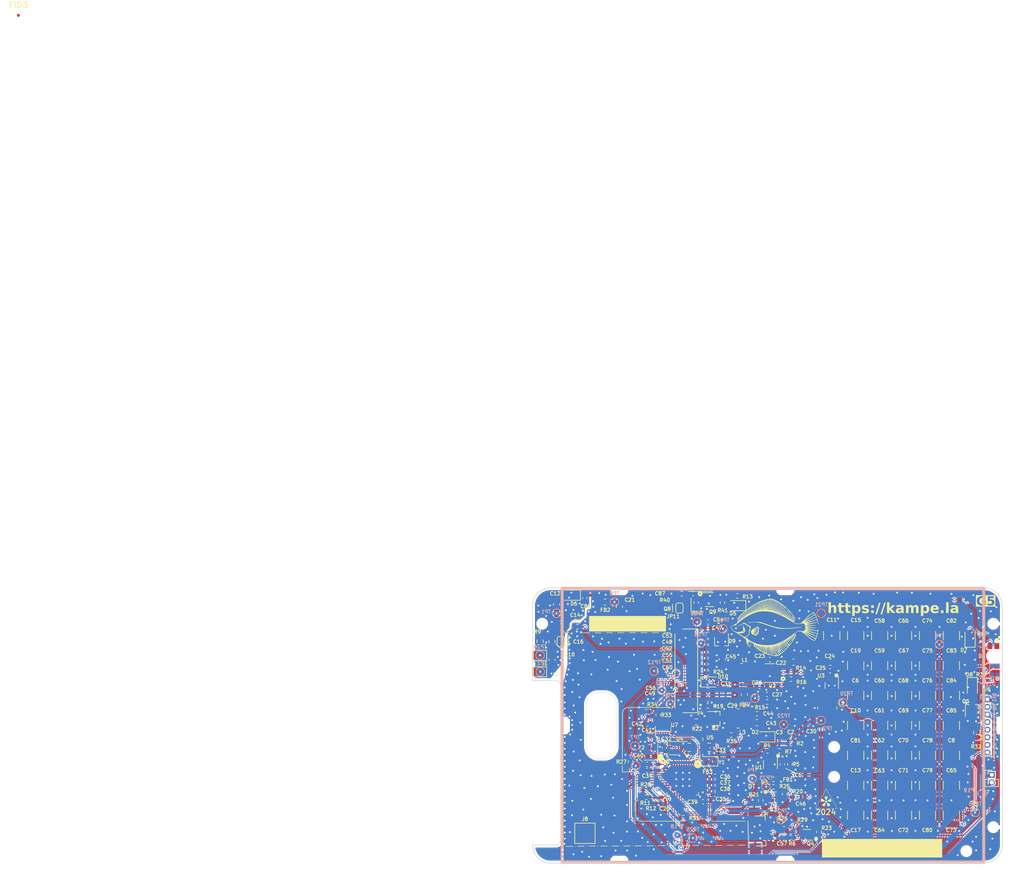
<source format=kicad_pcb>
(kicad_pcb (version 20240108) (generator "pcbnew") (generator_version "8.0")
  (layers (0 "F.Cu" signal) (31 "B.Cu" signal) (34 "B.Paste" user) (35 "F.Paste" user) (36 "B.SilkS" user "B.Silkscreen") (37 "F.SilkS" user "F.Silkscreen") (38 "B.Mask" user) (39 "F.Mask" user) (44 "Edge.Cuts" user))
  (net 0 "")
  (net 1 "GND")
  (net 2 "+1V8")
  (net 3 "Net-(D2-K)")
  (net 4 "Net-(U1--)")
  (net 5 "Net-(U1-V+)")
  (net 6 "/Cap Block/HV")
  (net 7 "Net-(J1-Pin_1)")
  (net 8 "/Power/IN_DT")
  (net 9 "/MCU/V_CHK")
  (net 10 "Net-(JP11-B)")
  (net 11 "Net-(U2-SW)")
  (net 12 "Net-(U2-BST)")
  (net 13 "+2V8")
  (net 14 "Net-(U2-FB)")
  (net 15 "Net-(U6-AVDD)")
  (net 16 "Net-(U6-CAP)")
  (net 17 "/MCU/P_GOOD")
  (net 18 "/Display/POW")
  (net 19 "Net-(C45-Pad1)")
  (net 20 "Net-(D10-A)")
  (net 21 "/Display/2V8_EN")
  (net 22 "/Display/PREVGL")
  (net 23 "/Display/PREVGH")
  (net 24 "Net-(J4-Pin_4)")
  (net 25 "Net-(J4-Pin_18)")
  (net 26 "Net-(J4-Pin_20)")
  (net 27 "Net-(J4-Pin_22)")
  (net 28 "/Display/VCOM")
  (net 29 "Net-(J4-Pin_19)")
  (net 30 "Net-(J4-Pin_5)")
  (net 31 "Net-(D2-A)")
  (net 32 "Net-(Q8-G)")
  (net 33 "/MCU/RX")
  (net 34 "/MCU/TX")
  (net 35 "/MCU/SWDIO")
  (net 36 "/MCU/SWDCK")
  (net 38 "/Display/GDR")
  (net 39 "/Display/RESE")
  (net 42 "/Display/E_BUSY")
  (net 43 "/Display/E_RES")
  (net 44 "/Display/H_D{slash}C")
  (net 45 "/Display/H_CS")
  (net 46 "/Display/H_SCK")
  (net 47 "/Display/H_SDI")
  (net 48 "/Display/T_INT")
  (net 49 "/Display/T_SCL")
  (net 50 "/Display/T_SDA")
  (net 51 "Net-(Q9A-B1)")
  (net 52 "Net-(U3-SW)")
  (net 53 "/Display/SCL")
  (net 54 "/Display/SDA")
  (net 55 "/Display/RES")
  (net 56 "Net-(U1-+)")
  (net 57 "/MCU/~{MCU_OK}")
  (net 58 "/MCU/DATA")
  (net 59 "/MCU/RAM_CS")
  (net 60 "/MCU/R_MISO")
  (net 62 "/MCU/R_MOSI")
  (net 63 "/MCU/R_SCK")
  (net 65 "/MCU/FLASH_CS")
  (net 67 "/Display/E_SDI")
  (net 68 "/Display/E_SCK")
  (net 70 "Net-(U6-HFXTAL_I)")
  (net 71 "Net-(U6-HFXTAL_O)")
  (net 72 "/Display/E_CS")
  (net 73 "Net-(D12-A1)")
  (net 74 "/Display/E_D{slash}C")
  (net 75 "Net-(D7-A)")
  (net 77 "Net-(U6-PD01)")
  (net 78 "Net-(U6-PD00)")
  (net 79 "Net-(D8-K)")
  (net 80 "Net-(D8-A)")
  (net 81 "/MCU/P_IN")
  (net 82 "Net-(D12-A2)")
  (net 83 "/Display/T_RES")
  (net 84 "Net-(J7-Pin_1)")
  (net 85 "Net-(J7-Pin_2)")
  (net 86 "/Display/RES_TC")
  (net 87 "/Display/BUSY")
  (net 88 "/Display/INT")
  (net 89 "Net-(U7-B1)")
  (net 90 "/Display/E_MISO")
  (net 91 "Net-(U6-PB00)")
  (net 92 "Net-(D5-A)")
  (net 93 "Net-(Q9B-B2)")
  (net 94 "Net-(D6-K)")
  (footprint "Connector_PinHeader_1.27mm:PinHeader_1x02_P1.27mm_Vertical" (layer "F.Cu") (at 163.71 127.96)
    (property "Reference" "J7")
    (property "Value" "Conn_01x02")
  )
  (footprint "Capacitor_SMD:C_0402_1005Metric" (layer "F.Cu") (at 136.685 110.59 180)
    (property "Reference" "C25")
    (property "Value" "0.1u")
  )
  (footprint "MyLib:PinHeader_1x08_P1.27mm_Vertical" (layer "F.Cu") (at 162.985 115.335001)
    (property "Reference" "J6")
    (property "Value" "Conn_01x08")
  )
  (footprint "Capacitor_SMD:C_0603_1608Metric" (layer "F.Cu") (at 116.275 106.83 180)
    (property "Reference" "C52")
    (property "Value" "4.7x25")
  )
  (footprint "Resistor_SMD:R_0402_1005Metric" (layer "F.Cu") (at 130.14 122.74)
    (property "Reference" "R2")
    (property "Value" "52.3K")
  )
  (footprint "Capacitor_SMD:C_1210_3225Metric" (layer "F.Cu") (at 152.96 114.710001 -90)
    (property "Reference" "C76")
    (property "Value" "47x16")
  )
  (footprint "Resistor_SMD:R_0402_1005Metric" (layer "F.Cu") (at 128.96 136.21 180)
    (property "Reference" "R26")
    (property "Value" "10K")
  )
  (footprint "Resistor_SMD:R_0402_1005Metric" (layer "F.Cu") (at 130.11 137.46 180)
    (property "Reference" "R29")
    (property "Value" "10K")
  )
  (footprint "Resistor_SMD:R_0402_1005Metric" (layer "F.Cu") (at 129.96 126.21 90)
    (property "Reference" "R5")
    (property "Value" "100K")
  )
  (footprint "" (layer "F.Cu") (at 137.36 123.31)
    (property "Reference" "")
    (property "Value" "")
  )
  (footprint "Capacitor_SMD:C_0402_1005Metric" (layer "F.Cu") (at 124.885 113.21)
    (property "Reference" "C26")
    (property "Value" "0.1u")
  )
  (footprint "Resistor_SMD:R_0402_1005Metric" (layer "F.Cu") (at 162.46 112.21 180)
    (property "Reference" "R30")
    (property "Value" "100")
  )
  (footprint "Resistor_SMD:R_0402_1005Metric" (layer "F.Cu") (at 130.11 138.46)
    (property "Reference" "R6")
    (property "Value" "10K")
  )
  (footprint "Resistor_SMD:R_0402_1005Metric" (layer "F.Cu") (at 107.46 132.21 -90)
    (property "Reference" "R12")
    (property "Value" "150K")
  )
  (footprint "Package_TO_SOT_SMD:SOT-323_SC-70" (layer "F.Cu") (at 117.56 118.54)
    (property "Reference" "Q2")
    (property "Value" "PMF250XNEX")
  )
  (footprint "MyLib:SON-8-1EP_3x2mm_P0.5mm_EP1.4x1.6mm" (layer "F.Cu") (at 111.33 123.51125 180)
    (property "Reference" "U4")
    (property "Value" "APS6404L-SQN")
  )
  (footprint "Capacitor_SMD:C_1210_3225Metric" (layer "F.Cu") (at 144.961 124.685 -90)
    (property "Reference" "C62")
    (property "Value" "47x16")
  )
  (footprint "Capacitor_SMD:C_0402_1005Metric" (layer "F.Cu") (at 108.46 132.21 -90)
    (property "Reference" "C20")
    (property "Value" "0.1u")
  )
  (footprint "Resistor_SMD:R_0402_1005Metric" (layer "F.Cu") (at 162.07 105.695 -90)
    (property "Reference" "R17")
    (property "Value" "10K")
  )
  (footprint "MyLib:GDEY027T91-T01_bended" (layer "F.Cu") (at 112.65 110.585 -90)
    (property "Reference" "J4")
    (property "Value" "E2154CS0C1")
  )
  (footprint "Package_TO_SOT_SMD:SOT-323_SC-70" (layer "F.Cu") (at 160.46 116.96 90)
    (property "Reference" "Q5")
    (property "Value" "NX138BKWX")
  )
  (footprint "Capacitor_SMD:C_1210_3225Metric" (layer "F.Cu") (at 144.96 119.710001 90)
    (property "Reference" "C61")
    (property "Value" "47x16")
  )
  (footprint "Package_TO_SOT_SMD:SOT-353_SC-70-5" (layer "F.Cu") (at 126.71 126.24 -90)
    (property "Reference" "U1")
    (property "Value" "LMV7271")
  )
  (footprint "Capacitor_SMD:C_0402_1005Metric" (layer "F.Cu") (at 106.07 126.21 180)
    (property "Reference" "C40")
    (property "Value" "0.1u")
  )
  (footprint "Capacitor_SMD:C_0402_1005Metric" (layer "F.Cu") (at 128.61 137.96 -90)
    (property "Reference" "C57")
    (property "Value" "1x6.3")
  )
  (footprint "Package_TO_SOT_SMD:TSOT-23-6" (layer "F.Cu") (at 126.635 110.96 180)
    (property "Reference" "U2")
    (property "Value" "AP63200WU")
  )
  (footprint "Resistor_SMD:R_0402_1005Metric" (layer "F.Cu") (at 120.16 121.31)
    (property "Reference" "R35")
    (property "Value" "1K")
  )
  (footprint "Resistor_SMD:R_0402_1005Metric" (layer "F.Cu") (at 105.96 131.71)
    (property "Reference" "R11")
    (property "Value" "976K")
  )
  (footprint "MyLib:TestPoint_Pad_2.4x3.5mm" (layer "F.Cu") (at 88.21 110.74)
    (property "Reference" "J2")
    (property "Value" "E_ANT")
  )
  (footprint "Capacitor_SMD:C_1210_3225Metric" (layer "F.Cu") (at 152.96 104.710001 -90)
    (property "Reference" "C74")
    (property "Value" "47x16")
  )
  (footprint "Capacitor_SMD:C_1210_3225Metric" (layer "F.Cu") (at 152.96 124.710001 -90)
    (property "Reference" "C78")
    (property "Value" "47x16")
  )
  (footprint "Resistor_SMD:R_0402_1005Metric" (layer "F.Cu") (at 105.96 117.44)
    (property "Reference" "R34")
    (property "Value" "1K")
  )
  (footprint "Capacitor_SMD:C_1210_3225Metric" (layer "F.Cu") (at 156.96 124.710001 -90)
    (property "Reference" "C8")
    (property "Value" "47x16")
  )
  (footprint "Resistor_SMD:R_0603_1608Metric" (layer "F.Cu") (at 90.21 105.710001 90)
    (property "Reference" "R10")
    (property "Value" "2.2")
  )
  (footprint "Package_TO_SOT_SMD:SOT-563" (layer "F.Cu") (at 127.11 131.72)
    (property "Reference" "Q3")
    (property "Value" "SSM6N35AFE")
  )
  (footprint "Fiducial:Fiducial_0.5mm_Mask1.5mm" (layer "F.Cu") (at 1.025 1.025)
    (property "Reference" "FID3")
    (property "Value" "Fiducial")
  )
  (footprint "Package_TO_SOT_SMD:SOT-563" (layer "F.Cu") (at 132.83 137.985 180)
    (property "Reference" "Q4")
    (property "Value" "SSM6N35AFE")
  )
  (footprint "Capacitor_SMD:C_0603_1608Metric" (layer "F.Cu") (at 101.46 99.86 90)
    (property "Reference" "C21")
    (property "Value" "10x25")
  )
  (footprint "Capacitor_SMD:C_1210_3225Metric" (layer "F.Cu") (at 152.96 119.710001 90)
    (property "Reference" "C77")
    (property "Value" "47x16")
  )
  (footprint "Capacitor_SMD:C_1210_3225Metric" (layer "F.Cu") (at 148.96 104.710001 -90)
    (property "Reference" "C66")
    (property "Value" "47x16")
  )
  (footprint "Resistor_SMD:R_0402_1005Metric" (layer "F.Cu") (at 127.21 128.71 180)
    (property "Reference" "R3")
    (property "Value" "52.3K")
  )
  (footprint "Capacitor_SMD:C_0402_1005Metric" (layer "F.Cu") (at 113.78 97.685)
    (property "Reference" "C87")
    (property "Value" "1x50")
  )
  (footprint "Capacitor_SMD:C_1210_3225Metric" (layer "F.Cu") (at 148.96 129.710001 90)
    (property "Reference" "C71")
    (property "Value" "47x16")
  )
  (footprint "Capacitor_SMD:C_0402_1005Metric" (layer "F.Cu") (at 126.13 114.54)
    (property "Reference" "C27")
    (property "Value" "100p")
  )
  (footprint "Resistor_SMD:R_0402_1005Metric" (layer "F.Cu") (at 107.98 126.71 -90)
    (property "Reference" "R18")
    (property "Value" "10K")
  )
  (footprint "Capacitor_SMD:C_1210_3225Metric" (layer "F.Cu") (at 140.96 129.710001 90)
    (property "Reference" "C13")
    (property "Value" "47x16")
  )
  (footprint "Capacitor_SMD:C_0402_1005Metric" (layer "F.Cu") (at 116.98 123.46 -90)
    (property "Reference" "C33")
    (property "Value" "0.1u")
  )
  (footprint "Capacitor_SMD:C_1210_3225Metric" (layer "F.Cu") (at 144.96 129.710001 90)
    (property "Reference" "C63")
    (property "Value" "47x16")
  )
  (footprint "Capacitor_SMD:C_0402_1005Metric" (layer "F.Cu") (at 126.635 108.71 180)
    (property "Reference" "C23")
    (property "Value" "0.1u")
  )
  (footprint "MyLib:SolderJumper_0.8.x1mm" (layer "F.Cu") (at 111.5 100.085 90)
    (property "Reference" "JP11")
    (property "Value" "SolderJumper_2_Open")
  )
  (footprint "Capacitor_SMD:C_0603_1608Metric" (layer "F.Cu") (at 90.96 99.460001 90)
    (property "Reference" "C12")
    (property "Value" "47")
  )
  (footprint "Package_TO_SOT_SMD:SOT-363_SC-70-6" (layer "F.Cu") (at 116.5 98.685)
    (property "Reference" "Q9")
    (property "Value" "BC846BS")
  )
  (footprint "Inductor_SMD:L_0402_1005Metric" (layer "F.Cu") (at 129.195 127.96 180)
    (property "Reference" "FB1")
    (property "Value" "BLM15AG102SZ1D")
  )
  (footprint "Capacitor_SMD:C_1210_3225Metric" (layer "F.Cu") (at 144.96 109.710001 90)
    (property "Reference" "C59")
    (property "Value" "47x16")
  )
  (footprint "Capacitor_SMD:C_0402_1005Metric" (layer "F.Cu") (at 128.26 122.14 90)
    (property "Reference" "C3")
    (property "Value" "100p")
  )
  (footprint "Resistor_SMD:R_0402_1005Metric" (layer "F.Cu") (at 107.96 117.95 -90)
    (property "Reference" "R33")
    (property "Value" "100")
  )
  (footprint "Inductor_SMD:L_Wuerth_MAPI-3015" (layer "F.Cu") (at 121.885 110.96 180)
    (property "Reference" "L1")
    (property "Value" "3.3uH")
  )
  (footprint "Capacitor_SMD:C_0402_1005Metric" (layer "F.Cu") (at 116.275 105.73)
    (property "Reference" "C48")
    (property "Value" "1x50")
  )
  (footprint "MyLib:Crystal_SMD_2012-2Pin_2.0x1.2mm" (layer "F.Cu") (at 116.73 125.71 180)
    (property "Reference" "Y1")
    (property "Value" "FC2012AN")
  )
  (footprint "Capacitor_SMD:C_0603_1608Metric" (layer "F.Cu") (at 159.96 133.71 -90)
    (property "Reference" "C28")
    (property "Value" "4.7x25")
  )
  (footprint "MyLib:Crystal_SMD_2016-4Pin_2.0x1.6mm" (layer "F.Cu") (at 106.73 124.16 90)
    (property "Reference" "Y2")
    (property "Value" "39MHz")
  )
  (footprint "Capacitor_SMD:C_1210_3225Metric" (layer "F.Cu") (at 144.96 114.710001 -90)
    (property "Reference" "C60")
    (property "Value" "47x16")
  )
  (footprint "Capacitor_SMD:C_0402_1005Metric" (layer "F.Cu") (at 108.98 123.46 90)
    (property "Reference" "C32")
    (property "Value" "0.1u")
  )
  (footprint "Resistor_SMD:R_0402_1005Metric" (layer "F.Cu") (at 94.45 103.210001)
    (property "Reference" "R1")
    (property "Value" "10K")
  )
  (footprint "Capacitor_SMD:C_0603_1608Metric" (layer "F.Cu") (at 116.300707 115.22 180)
    (property "Reference" "C49")
    (property "Value" "4.7x25")
  )
  (footprint "Capacitor_SMD:C_1210_3225Metric" (layer "F.Cu") (at 148.96 134.710001 -90)
    (property "Reference" "C72")
    (property "Value" "47x16")
  )
  (footprint "Resistor_SMD:R_0402_1005Metric" (layer "F.Cu") (at 116.29 110.955)
    (property "Reference" "R24")
    (property "Value" "10K")
  )
  (footprint "Capacitor_SMD:C_1210_3225Metric" (layer "F.Cu") (at 148.96 119.710001 90)
    (property "Reference" "C69")
    (property "Value" "47x16")
  )
  (footprint "Capacitor_SMD:C_0402_1005Metric" (layer "F.Cu") (at 116.26 103.43)
    (property "Reference" "C47")
    (property "Value" "1x50")
  )
  (footprint "Capacitor_SMD:C_0603_1608Metric" (layer "F.Cu") (at 119.985 113.74)
    (property "Reference" "C31")
    (property "Value" "22x6.3")
  )
  (footprint "Capacitor_SMD:C_0402_1005Metric" (layer "F.Cu") (at 116.28 102.43 180)
    (property "Reference" "C54")
    (property "Value" "1x50")
  )
  (footprint "Capacitor_SMD:C_1210_3225Metric" (layer "F.Cu") (at 140.96 109.710001 90)
    (property "Reference" "C19")
    (property "Value" "47x16")
  )
  (footprint "Capacitor_SMD:C_1210_3225Metric" (layer "F.Cu") (at 156.96 114.710001 -90)
    (property "Reference" "C84")
    (property "Value" "47x16")
  )
  (footprint "Resistor_SMD:R_0402_1005Metric" (layer "F.Cu") (at 128.22 123.96)
    (property "Reference" "R7")
    (property "Value" "100K")
  )
  (footprint "Capacitor_SMD:C_0603_1608Metric" (layer "F.Cu") (at 135.16 120.34 90)
    (property "Reference" "C30")
    (property "Value" "22x6.3")
  )
  (footprint "Capacitor_SMD:C_1210_3225Metric" (layer "F.Cu") (at 148.96 124.710001 -90)
    (property "Reference" "C70")
    (property "Value" "47x16")
  )
  (footprint "Package_DFN_QFN:Texas_R-PUQFN-N12" (layer "F.Cu") (at 108.76 120.44 90)
    (property "Reference" "U7")
    (property "Value" "TXU0104PW")
  )
  (footprint "Capacitor_SMD:C_0402_1005Metric" (layer "F.Cu") (at 116.28 109.955 180)
    (property "Reference" "C50")
    (property "Value" "1x6.3")
  )
  (footprint "Inductor_SMD:L_0603_1608Metric" (layer "F.Cu") (at 99.06 99.11 180)
    (property "Reference" "FB2")
    (property "Value" "BLM18KG102SN1D")
  )
  (footprint "Resistor_SMD:R_0603_1608Metric" (layer "F.Cu") (at 88.21 105.635001 -90)
    (property "Reference" "R9")
    (property "Value" "1K")
  )
  (footprint "Capacitor_SMD:C_1210_3225Metric" (layer "F.Cu") (at 140.96 124.710001 -90)
    (property "Reference" "C81")
    (property "Value" "47x16")
  )
  (footprint "Capacitor_SMD:C_1210_3225Metric" (layer "F.Cu") (at 156.96 129.710001 90)
    (property "Reference" "C65")
    (property "Value" "47x16")
  )
  (footprint "Capacitor_SMD:C_1210_3225Metric" (layer "F.Cu") (at 152.96 129.710001 90)
    (property "Reference" "C79")
    (property "Value" "47x16")
  )
  (footprint "Capacitor_SMD:C_0402_1005Metric" (layer "F.Cu") (at 117.46 129.21)
    (property "Reference" "C37")
    (property "Value" "0.1u")
  )
  (footprint "Capacitor_SMD:C_0402_1005Metric" (layer "F.Cu") (at 117.46 131.21)
    (property "Reference" "C35")
    (property "Value" "0.1u")
  )
  (footprint "Resistor_SMD:R_0402_1005Metric" (layer "F.Cu") (at 126.21 123.96)
    (property "Reference" "R4")
    (property "Value" "47K")
  )
  (footprint "Capacitor_SMD:C_1210_3225Metric" (layer "F.Cu") (at 144.96 104.710001 -90)
    (property "Reference" "C58")
    (property "Value" "47x16")
  )
  (footprint "Diode_SMD:D_SOD-323F" (layer "F.Cu") (at 93.35 97.935 180)
    (property "Reference" "D6")
    (property "Value" "BAS70WS")
  )
  (footprint "Capacitor_SMD:C_1210_3225Metric" (layer "F.Cu") (at 140.96 114.710001 -90)
    (property "Reference" "C6")
    (property "Value" "47x16")
  )
  (footprint "Capacitor_SMD:C_1210_3225Metric" (layer "F.Cu") (at 156.96 134.710001 -90)
    (property "Reference" "C73")
    (property "Value" "47x16")
  )
  (footprint "Capacitor_SMD:C_0603_1608Metric" (layer "F.Cu") (at 116.300707 113.99 180)
    (property "Reference" "C56")
    (property "Value" "4.7x25")
  )
  (footprint "Capacitor_SMD:C_0603_1608Metric" (layer "F.Cu") (at 90.21 108.735001 -90)
    (property "Reference" "C9")
    (property "Value" "15p")
  )
  (footprint "Resistor_SMD:R_0603_1608Metric" (layer "F.Cu") (at 114.335 119.14 180)
    (property "Reference" "R22")
    (property "Value" "0.47R")
  )
  (footprint "Capacitor_SMD:C_0402_1005Metric" (layer "F.Cu") (at 117.46 130.21)
    (property "Reference" "C38")
    (property "Value" "0.1u")
  )
  (footprint "Resistor_SMD:R_0402_1005Metric" (layer "F.Cu") (at 111.9 97.685)
    (property "Reference" "R40")
    (property "Value" "100K")
  )
  (footprint "Capacitor_SMD:C_0402_1005Metric" (layer "F.Cu") (at 124.44 117.74)
    (property "Reference" "C44")
    (property "Value" "0.1")
  )
  (footprint "Inductor_SMD:L_Wuerth_MAPI-3015" (layer "F.Cu") (at 121.31 118.54 180)
    (property "Reference" "L3")
    (property "Value" "NR3015T100M")
  )
  (footprint "Capacitor_SMD:C_0603_1608Metric" (layer "F.Cu") (at 136.735 109.14)
    (property "Reference" "C24")
    (property "Value" "10x16")
  )
  (footprint "Capacitor_SMD:C_0402_1005Metric" (layer "F.Cu") (at 116.28 107.955 180)
    (property "Reference" "C55")
    (property "Value" "1x6.3")
  )
  (footprint "Capacitor_SMD:C_0603_1608Metric" (layer "F.Cu") (at 124.44 119.24 180)
    (property "Reference" "C43")
    (property "Value" "4.7x25")
  )
  (footprint "Resistor_SMD:R_0402_1005Metric" (layer "F.Cu") (at 112.16 135.150001 180)
    (property "Reference" "R31")
    (property "Value" "470K")
  )
  (footprint "" (layer "F.Cu") (at 159.46 140.71)
    (property "Reference" "")
    (property "Value" "")
  )
  (footprint "Resistor_SMD:R_0402_1005Metric" (layer "F.Cu") (at 126.15 115.79)
    (property "Reference" "R15")
    (property "Value" "130K")
  )
  (footprint "Resistor_SMD:R_0402_1005Metric" (layer "F.Cu") (at 114.3 99.195 90)
    (property "Reference" "R42")
    (property "Value" "100K")
  )
  (footprint "Resistor_SMD:R_0402_1005Metric" (layer "F.Cu") (at 121.2 98.059999)
    (property "Reference" "R13")
    (property "Value" "1K")
  )
  (footprint "" (layer "F.Cu") (at 137.36 128.31)
    (property "Reference" "")
    (property "Value" "")
  )
  (footprint "Capacitor_SMD:C_1210_3225Metric" (layer "F.Cu") (at 148.96 114.710001 -90)
    (property "Reference" "C68")
    (property "Value" "47x16")
  )
  (footprint "Capacitor_SMD:C_1210_3225Metric" (layer "F.Cu") (at 152.96 109.710001 90)
    (property "Reference" "C75")
    (property "Value" "47x16")
  )
  (footprint "Resistor_SMD:R_0603_1608Metric" (layer "F.Cu") (at 161.21 120.885001 90)
    (property "Reference" "R32")
    (property "Value" "2.2")
  )
  (footprint "Resistor_SMD:R_0402_1005Metric" (layer "F.Cu") (at 134.83 137.485 -90)
    (property "Reference" "R23")
    (property "Value" "10K")
  )
  (footprint "Resistor_SMD:R_0402_1005Metric" (layer "F.Cu") (at 129.11 131.21 -90)
    (property "Reference" "R20")
    (property "Value" "1K")
  )
  (footprint "Capacitor_SMD:C_0402_1005Metric" (layer "F.Cu") (at 116.28 108.955 180)
    (property "Reference" "C51")
    (property "Value" "1x6.3")
  )
  (footprint "MyLib:WLCSP 12-ball 3 x 2 x 3 Array" (layer "F.Cu") (at 114.81 123.37125 -90)
    (property "Reference" "U5")
    (property "Value" "AT25XE321D-UUN-T")
  )
  (footprint "Capacitor_SMD:C_1210_3225Metric" (layer "F.Cu") (at 140.96 134.710001 -90)
    (property "Reference" "C17")
    (property "Value" "47x16")
  )
  (footprint "Fiducial:Fiducial_0.5mm_Mask1.5mm" (layer "F.Cu") (at 159.46 98.71)
    (property "Reference" "FID4" (hide yes))
    (property "Value" "Fiducial")
  )
  (footprint "Capacitor_SMD:C_0402_1005Metric" (layer "F.Cu") (at 115.46 132.46 180)
    (property "Reference" "C39")
    (property "Value" "1x6.3")
  )
  (footprint "Capacitor_SMD:C_0603_1608Metric" (layer "F.Cu") (at 119.985 115.44)
    (property "Reference" "C29")
    (property "Value" "22x6.3")
  )
  (footprint "MyLib:QFN-40_EP_5x5_Pitch0.4mm" (layer "F.Cu") (at 112.08 128.71 -90)
    (property "Reference" "U6")
    (property "Value" "EFM32PG23B200F512IM40")
  )
  (footprint "Capacitor_SMD:C_0402_1005Metric" (layer "F.Cu") (at 95.7 98.415 -90)
    (property "Reference" "C86")
    (property "Value" "1x50")
  )
  (footprint "MyLib:TestPoint_Pad_2.4x3.5mm" (layer "F.Cu") (at 95.71 137.74)
    (property "Reference" "J8")
    (property "Value" "E_ANT")
  )
  (footprint "Capacitor_SMD:C_0402_1005Metric" (layer "F.Cu") (at 106.09 127.21)
    (property "Reference" "C34")
    (property "Value" "1x6.3")
  )
  (footprint "Resistor_SMD:R_0402_1005Metric" (layer "F.Cu") (at 125.11 132.23 90)
    (property "Reference" "R21")
    (property "Value" "1K")
  )
  (footprint "MountingHole:MountingHole_2.1mm" (layer "F.Cu") (at 163.96 102.71)
    (property "Reference" "H2" (hide yes))
    (property "Value" "MountingHole")
  )
  (footprint "Package_TO_SOT_SMD:SOT-23" (layer "F.Cu") (at 111.9 100.085 -90)
    (property "Reference" "Q8")
    (property "Value" "NTR5105PT1G")
  )
  (footprint "Diode_SMD:D_SOD-323F" (layer "F.Cu") (at 160.08 105.135001 90)
    (property "Reference" "D7")
    (property "Value" "BAT54WS")
  )
  (footprint "MyLib:SMD4_WL-SBRW-1205_REV-MOUNT_WRE" (layer "F.Cu") (at 163.97 108.14 -90)
    (property "Reference" "D4")
    (property "Value" "156125RG73000")
  )
  (footprint "Inductor_SMD:L_Wuerth_MAPI-3015" (layer "F.Cu") (at 136.21 116.79 -90)
    (property "Reference" "L2")
    (property "Value" "2.2uH")
  )
  (footprint "Inductor_SMD:L_0603_1608Metric" (layer "F.Cu") (at 122.36 114.5525 90)
    (property "Reference" "FB4")
    (property "Value" "BLM18KG102SN1D")
  )
  (footprint "Package_SON:WSON-8-1EP_2x2mm_P0.5mm_EP0.9x1.6mm_ThermalVias" (layer "F.Cu") (at 136.96 113.04 -90)
    (property "Reference" "U3")
    (property "Value" "TPS62171DSG")
  )
  (footprint "Resistor_SMD:R_0402_1005Metric" (layer "F.Cu") (at 103.33 125.735 -90)
    (property "Reference" "R27")
    (property "Value" "10K")
  )
  (footprint "Fiducial:Fiducial_0.5mm_Mask1.5mm" (layer "F.Cu") (at 88.96 141.01)
    (property "Reference" "FID1" (hide yes))
    (property "Value" "Fiducial")
  )
  (footprint "Fiducial:Fiducial_0.5mm_Mask1.5mm" (layer "F.Cu") (at 88.96 98.71)
    (property "Reference" "FID2" (hide yes))
    (property "Value" "Fiducial")
  )
  (footprint "Capacitor_SMD:C_0402_1005Metric" (layer "F.Cu") (at 130.14 121.64)
    (property "Reference" "C2")
    (property "Value" "100p")
  )
  (footprint "Capacitor_SMD:C_0603_1608Metric" (layer "F.Cu") (at 116.275 104.63 180)
    (property "Reference" "C53")
    (property "Value" "4.7x25")
  )
  (footprint "Diode_SMD:D_SOD-323F" (layer "F.Cu") (at 125.96 121.610001 180)
    (property "Reference" "D2")
    (property "Value" "BAT54WS")
  )
  (footprint "Capacitor_SMD:C_0603_1608Metric" (layer "F.Cu") (at 130.585 109.14 180)
    (property "Reference" "C22")
    (property "Value" "10x16")
  )
  (footprint "Diode_SMD:D_SOD-323F" (layer "F.Cu") (at 116.59 112.44)
    (property "Reference" "D10")
    (property "Value" "BAT54WS")
  )
  (footprint "Resistor_SMD:R_0402_1005Metric" (layer "F.Cu") (at 127.21 129.96 180)
    (property "Reference" "R25")
    (property "Value" "10K")
  )
  (footprint "Capacitor_SMD:C_1210_3225Metric" (layer "F.Cu") (at 152.96 134.710001 -90)
    (property "Reference" "C80")
    (property "Value" "47x16")
  )
  (footprint "Capacitor_SMD:C_0402_1005Metric" (layer "F.Cu") (at 117.46 128.21)
    (property "Reference" "C36")
    (property "Value" "0.1u")
  )
  (footprint "Resistor_SMD:R_0402_1005Metric" (layer "F.Cu") (at 116.26 116.44)
    (property "Reference" "R19")
    (property "Value" "470K")
  )
  (footprint "Capacitor_SMD:C_0402_1005Metric" (layer "F.Cu") (at 130.36 132.17 -90)
    (property "Reference" "C46")
    (property "Value" "0.1u")
  )
  (footprint "Capacitor_SMD:C_0603_1608Metric" (layer "F.Cu") (at 91.71 101.710001)
    (property "Reference" "C14")
    (property "Value" "47")
  )
  (footprint "Package_TO_SOT_SMD:SOT-323_SC-70" (layer "F.Cu") (at 118.54 105.67 -90)
    (property "Reference" "D9")
    (property "Value" "BAS70-04W")
  )
  (footprint "Capacitor_SMD:C_1210_3225Metric" (layer "F.Cu") (at 144.96 134.710001 -90)
    (property "Reference" "C64")
    (property "Value" "47x16")
  )
  (footprint "MyLib:SolderJumper_0.8.x1mm" (layer "F.Cu") (at 91.69 105.7 -90)
    (property "Reference" "JP1")
    (property "Value" "SolderJumper_2_Open")
  )
  (footprint "Diode_SMD:D_SOD-323F" (layer "F.Cu") (at 160.46 113.31 -90)
    (property "Reference" "D8")
    (property "Value" "D3Z5V1BF-7")
  )
  (footprint "Diode_SMD:D_SOD-323F" (layer "F.Cu") (at 121.1 99.685 180)
    (property "Reference" "D5")
    (property "Value" " D3Z13BF-7")
  )
  (footprint "Capacitor_SMD:C_1210_3225Metric" (layer "F.Cu") (at 148.96 109.710001 90)
    (property "Reference" "C67")
    (property "Value" "47x16")
  )
  (footprint "Capacitor_SMD:C_0402_1005Metric" (layer "F.Cu") (at 106.18 119.44 180)
    (property "Reference" "C42")
    (property "Value" "0.1u")
  )
  (footprint "Capacitor_SMD:C_0603_1608Metric" (layer "F.Cu") (at 91.735 103.210001)
    (property "Reference" "C16")
    (property "Value" "100")
  )
  (footprint "MyLib:HRS_FH34SRJ-6S-0.5SH(50)" (layer "F.Cu") (at 124.6 137.340754 -88.29)
    (property "Reference" "J5")
    (property "Value" "TOUCH")
  )
  (footprint "MyLib:TestPoint_Pad_2.4x3.5mm" (layer "F.Cu") (at 88.21 107.99)
    (property "Reference" "J1")
    (property "Value" "E_ANT")
  )
  (footprint "Resistor_SMD:R_0402_1005Metric" (layer "F.Cu") (at 130.145 110.71 180)
    (property "Reference" "R14")
    (property "Value" "150K")
  )
  (footprint "MountingHole:MountingHole_2.1mm" (layer "F.Cu") (at 160.46 137.71)
    (property "Reference" "H1" (hide yes))
    (property "Value" "MountingHole")
  )
  (footprint "Capacitor_SMD:C_0402_1005Metric" (layer "F.Cu") (at 128.71 126.21 -90)
    (property "Reference" "C5")
    (property "Value" "0.1u")
  )
  (footprint "Capacitor_SMD:C_1210_3225Metric" (layer "F.Cu") (at 156.96 104.710001 -90)
    (property "Reference" "C82")
    (property "Value" "47x16")
  )
  (footprint "Capacitor_SMD:C_1210_3225Metric" (layer "F.Cu") (at 140.96 104.710001 -90)
    (property "Reference" "C15")
    (property "Value" "47x16")
  )
  (footprint "Resistor_SMD:R_0402_1005Metric" (layer "F.Cu") (at 105.96 130.46)
    (property "Reference" "R28")
    (property "Value" "10K")
  )
  (footprint "Inductor_SMD:L_0402_1005Metric" (layer "F.Cu") (at 115.98 128.71 90)
    (property "Reference" "FB3")
    (property "Value" "BLM15AG102SZ1D")
  )
  (footprint "Resistor_SMD:R_0402_1005Metric" (layer "F.Cu") (at 118.7 99.195 -90)
    (property "Reference" "R41")
    (property "Value" "47K")
  )
  (footprint "Capacitor_SMD:C_1210_3225Metric" (layer "F.Cu") (at 136.96 104.710001 -90)
    (property "Reference" "C11")
    (property "Value" "47x16")
  )
  (footprint "Capacitor_SMD:C_1210_3225Metric" (layer "F.Cu") (at 156.96 119.710001 90)
    (property "Reference" "C85")
    (property "Value" "47x16")
  )
  (footprint "Resistor_SMD:R_0402_1005Metric" (layer "F.Cu") (at 130.145 111.96)
    (property "Reference" "R16")
    (property "Value" "52.3K")
  )
  (footprint "Capacitor_SMD:C_1210_3225Metric" (layer "F.Cu") (at 156.96 109.710001 90)
    (property "Reference" "C83")
    (property "Value" "47x16")
  )
  (footprint "Capacitor_SMD:C_0402_1005Metric" (layer "F.Cu") (at 106.18 121.34)
    (property "Reference" "C41")
    (property "Value" "0.1u")
  )
  (footprint "Capacitor_SMD:C_0603_1608Metric" (layer "F.Cu") (at 118.67 108.669077 -90)
    (property "Reference" "C45")
    (property "Value" "4.7x25")
  )
  (footprint "LOGO" (layer "F.Cu") (at 127.46 103.285)
    (property "Reference" "G***" (hide yes))
    (property "Value" "LOGO" (hide yes))
  )
  (footprint "MountingHole:MountingHole_2.1mm" (layer "F.Cu") (at 88.56 102.71)
    (property "Reference" "H3" (hide yes))
    (property "Value" "MountingHole")
  )
  (footprint "Capacitor_SMD:C_1210_3225Metric" (layer "F.Cu") (at 140.96 119.710001 90)
    (property "Reference" "C10")
    (property "Value" "47x16")
  )
  (footprint "TestPoint:TestPoint_Pad_D1.0mm" (layer "B.Cu") (at 160.93 134.270001 180)
    (property "Reference" "TP16")
    (property "Value" "TestPoint")
  )
  (footprint "TestPoint:TestPoint_Pad_D1.0mm" (layer "B.Cu") (at 154.96 106.185001 180)
    (property "Reference" "TP6")
    (property "Value" "TestPoint")
  )
  (footprint "TestPoint:TestPoint_Pad_D1.0mm" (layer "B.Cu") (at 128.93 119.55 180)
    (property "Reference" "TP22")
    (property "Value" "TestPoint")
  )
  (footprint "TestPoint:TestPoint_Pad_D1.0mm" (layer "B.Cu") (at 114.47 102.44 180)
    (property "Reference" "TP15")
    (property "Value" "TestPoint")
  )
  (footprint "TestPoint:TestPoint_Pad_D1.0mm" (layer "B.Cu") (at 90.96 100.96 180)
    (property "Reference" "TP1")
    (property "Value" "TestPoint")
  )
  (footprint "TestPoint:TestPoint_Pad_D1.0mm" (layer "B.Cu") (at 128.45 135.45 180)
    (property "Reference" "TP24")
    (property "Value" "TestPoint")
  )
  (footprint "TestPoint:TestPoint_Pad_D1.0mm" (layer "B.Cu") (at 100.65 99.085 180)
    (property "Reference" "TP5")
    (property "Value" "TestPoint")
  )
  (footprint "TestPoint:TestPoint_Pad_D1.0mm" (layer "B.Cu") (at 110.95 110.97 180)
    (property "Reference" "TP8")
    (property "Value" "TestPoint")
  )
  (footprint "TestPoint:TestPoint_Pad_D1.0mm" (layer "B.Cu") (at 88.24 110.73 180)
    (property "Reference" "TP27")
    (property "Value" "TestPoint")
  )
  (footprint "TestPoint:TestPoint_Pad_D1.0mm" (layer "B.Cu") (at 107.27 110.6 180)
    (property "Reference" "TP12")
    (property "Value" "TestPoint")
  )
  (footprint "MyLib:LED_DUAL_0603" (layer "B.Cu") (at 164.66 111.190001 90)
    (property "Reference" "D12")
    (property "Value" "SB0603WC01-RG")
  )
  (footprint "TestPoint:TestPoint_Pad_D1.0mm" (layer "B.Cu") (at 108.54 113.82 180)
    (property "Reference" "TP11")
    (property "Value" "TestPoint")
  )
  (footprint "TestPoint:TestPoint_Pad_D1.0mm" (layer "B.Cu") (at 104.08 123.13 180)
    (property "Reference" "TP7")
    (property "Value" "TestPoint")
  )
  (footprint "TestPoint:TestPoint_Pad_D1.0mm" (layer "B.Cu") (at 109.26 108.51 180)
    (property "Reference" "TP10")
    (property "Value" "TestPoint")
  )
  (footprint "TestPoint:TestPoint_Pad_D1.0mm" (layer "B.Cu") (at 88.21 107.99 180)
    (property "Reference" "TP26")
    (property "Value" "TestPoint")
  )
  (footprint "TestPoint:TestPoint_Pad_D1.0mm" (layer "B.Cu") (at 115.095 105.955 180)
    (property "Reference" "TP13")
    (property "Value" "TestPoint")
  )
  (footprint "TestPoint:TestPoint_Pad_D1.0mm" (layer "B.Cu") (at 125.99 129.93 180)
    (property "Reference" "TP23")
    (property "Value" "TestPoint")
  )
  (footprint "TestPoint:TestPoint_Pad_D1.0mm" (layer "B.Cu") (at 138.77 115.900004 180)
    (property "Reference" "TP20")
    (property "Value" "TestPoint")
  )
  (footprint "TestPoint:TestPoint_Pad_D1.0mm" (layer "B.Cu") (at 104.21 126.46 180)
    (property "Reference" "TP17")
    (property "Value" "TestPoint")
  )
  (footprint "TestPoint:TestPoint_Pad_D1.0mm" (layer "B.Cu") (at 162.11 131.08 180)
    (property "Reference" "TP19")
    (property "Value" "TestPoint")
  )
  (footprint "TestPoint:TestPoint_Pad_D1.0mm" (layer "B.Cu") (at 118.76 103.54 180)
    (property "Reference" "TP14")
    (property "Value" "TestPoint")
  )
  (footprint "TestPoint:TestPoint_Pad_D1.0mm" (layer "B.Cu") (at 124.16 115.14)
    (property "Reference" "TP3")
    (property "Value" "TestPoint")
  )
  (footprint "TestPoint:TestPoint_Pad_D1.0mm" (layer "B.Cu") (at 135.21 100.96 180)
    (property "Reference" "TP21")
    (property "Value" "TestPoint")
  )
  (footprint "TestPoint:TestPoint_Pad_D1.0mm" (layer "B.Cu") (at 111.13 138.04 180)
    (property "Reference" "TP18")
    (property "Value" "TestPoint")
  )
  (footprint "TestPoint:TestPoint_Pad_D1.0mm" (layer "B.Cu") (at 135.16 118.885 -90)
    (property "Reference" "TP2")
    (property "Value" "TestPoint")
  )
  (footprint "TestPoint:TestPoint_Pad_D1.0mm" (layer "B.Cu") (at 123.67 128.6 180)
    (property "Reference" "TP4")
    (property "Value" "TestPoint")
  )
  (footprint "TestPoint:TestPoint_Pad_D1.0mm" (layer "B.Cu") (at 113.76 138.525 180)
    (property "Reference" "TP25")
    (property "Value" "TestPoint")
  )
  (footprint "TestPoint:TestPoint_Pad_D1.0mm" (layer "B.Cu") (at 109.97 116.14 180)
    (property "Reference" "TP9")
    (property "Value" "TestPoint")
  )
  (gr_line (start 91.65 105.14) (end 91.64 106.25) (stroke (width 0.2)) (layer "F.Cu"))
  (gr_line (start 91.9 96.785) (end 91.9 142.585) (stroke (width 0.5)) (layer "B.SilkS"))
  (gr_line (start 162.36 142.585) (end 91.9 142.585) (stroke (width 0.5)) (layer "B.SilkS"))
  (gr_line (start 162.36 96.785) (end 91.9 96.785) (stroke (width 0.5)) (layer "B.SilkS"))
  (gr_line (start 162.36 96.785) (end 162.36 142.585) (stroke (width 0.5)) (layer "B.SilkS"))
  (gr_poly (pts (xy 136.019066 132.279169) (xy 136.040915 132.280877) (xy 136.062599 132.284114) (xy 136.083745 132.288835) (xy 136.103981 132.294992) (xy 136.113642 132.298595) (xy 136.122936 132.30254) (xy 136.131817 132.30682) (xy 136.140237 132.311431) (xy 136.148152 132.316365) (xy 136.155513 132.321619) (xy 136.162275 132.327184) (xy 136.168391 132.333057) (xy 136.173814 132.339231) (xy 136.178499 132.3457) (xy 136.183462 132.354459) (xy 136.187775 132.363515) (xy 136.191452 132.372837) (xy 136.194505 132.38239) (xy 136.196944 132.392142) (xy 136.198784 132.402061) (xy 136.200036 132.412112) (xy 136.200713 132.422264) (xy 136.200826 132.432482) (xy 136.200388 132.442735) (xy 136.199411 132.452989) (xy 136.197908 132.463212) (xy 136.195891 132.47337) (xy 136.193372 132.48343) (xy 136.190363 132.49336) (xy 136.186877 132.503127) (xy 136.182926 132.512697) (xy 136.178522 132.522038) (xy 136.173677 132.531116) (xy 136.168404 132.5399) (xy 136.162716 132.548355) (xy 136.156623 132.556449) (xy 136.150139 132.564149) (xy 136.143276 132.571422) (xy 136.136046 132.578235) (xy 136.128461 132.584556) (xy 136.120534 132.59035) (xy 136.112277 132.595586) (xy 136.103702 132.60023) (xy 136.094822 132.60425) (xy 136.085648 132.607612) (xy 136.076193 132.610283) (xy 136.061059 132.613488) (xy 136.046111 132.61521) (xy 136.031393 132.615518) (xy 136.016944 132.614479) (xy 136.002809 132.612161) (xy 135.989028 132.608632) (xy 135.975644 132.60396) (xy 135.962698 132.598212) (xy 135.950233 132.591456) (xy 135.93829 132.58376) (xy 135.926912 132.575193) (xy 135.916141 132.565821) (xy 135.906018 132.555713) (xy 135.896586 132.544936) (xy 135.887886 132.533558) (xy 135.87996 132.521648) (xy 135.872852 132.509272) (xy 135.866601 132.496499) (xy 135.861251 132.483397) (xy 135.856844 132.470033) (xy 135.853421 132.456476) (xy 135.851024 132.442792) (xy 135.849696 132.42905) (xy 135.849478 132.415318) (xy 135.850413 132.401664) (xy 135.852542 132.388155) (xy 135.855907 132.374858) (xy 135.860551 132.361843) (xy 135.866515 132.349177) (xy 135.873841 132.336928) (xy 135.882572 132.325163) (xy 135.892749 132.31395) (xy 135.898715 132.308564) (xy 135.905337 132.303648) (xy 135.912569 132.299196) (xy 135.920365 132.295201) (xy 135.928677 132.291659) (xy 135.937459 132.288564) (xy 135.946665 132.285908) (xy 135.956249 132.283688) (xy 135.966163 132.281896) (xy 135.976361 132.280528) (xy 135.997424 132.279037)) (fill solid) (layer "F.SilkS"))
  (gr_line (start 93.46 105.11) (end 92.11 103.96) (stroke (width 0.1)) (layer "F.SilkS"))
  (gr_circle (center 128.81 111.898197) (end 128.921803 111.898197) (stroke (width 0.3)) (fill none) (layer "F.SilkS"))
  (gr_line (start 101.95 127.48) (end 101.95 126.36) (stroke (width 0.1)) (layer "F.SilkS"))
  (gr_circle (center 125.91 130.82) (end 125.94 130.82) (stroke (width 0.3)) (fill none) (layer "F.SilkS"))
  (gr_poly (pts (xy 136.093591 131.569864) (xy 136.160584 131.573337) (xy 136.189624 131.575941) (xy 136.214596 131.579125) (xy 136.23468 131.582887) (xy 136.249054 131.587228) (xy 136.257029 131.590324) (xy 136.263737 131.594469) (xy 136.269154 131.599886) (xy 136.273253 131.606796) (xy 136.276008 131.615421) (xy 136.277394 131.625985) (xy 136.277384 131.638708) (xy 136.275953 131.653814) (xy 136.273076 131.671525) (xy 136.268726 131.692062) (xy 136.262877 131.715648) (xy 136.255503 131.742505) (xy 136.23608 131.806921) (xy 136.210249 131.887089) (xy 136.195127 131.932076) (xy 136.181386 131.97199) (xy 136.168833 132.007128) (xy 136.157277 132.037791) (xy 136.151813 132.051538) (xy 136.146527 132.064279) (xy 136.141395 132.07605) (xy 136.136393 132.08689) (xy 136.131496 132.096837) (xy 136.126682 132.105926) (xy 136.121926 132.114197) (xy 136.117204 132.121686) (xy 136.112492 132.128431) (xy 136.107767 132.134469) (xy 136.103004 132.139838) (xy 136.09818 132.144575) (xy 136.09327 132.148718) (xy 136.088252 132.152304) (xy 136.0831 132.155371) (xy 136.077792 132.157956) (xy 136.072302 132.160096) (xy 136.066608 132.16183) (xy 136.060685 132.163194) (xy 136.05451 132.164226) (xy 136.048058 132.164963) (xy 136.041305 132.165444) (xy 136.026804 132.165783) (xy 136.011722 132.165443) (xy 135.998093 132.164219) (xy 135.985714 132.161807) (xy 135.974384 132.157901) (xy 135.963901 132.152196) (xy 135.954064 132.144389) (xy 135.944672 132.134173) (xy 135.935523 132.121245) (xy 135.926415 132.105298) (xy 135.917147 132.086029) (xy 135.907517 132.063132) (xy 135.897324 132.036303) (xy 135.874441 131.969626) (xy 135.846888 131.883561) (xy 135.836139 131.850118) (xy 135.826382 131.818593) (xy 135.817618 131.789001) (xy 135.809846 131.761356) (xy 135.803066 131.735676) (xy 135.797278 131.711974) (xy 135.792483 131.690268) (xy 135.788679 131.670571) (xy 135.785868 131.652901) (xy 135.784049 131.637271) (xy 135.783222 131.623698) (xy 135.783181 131.617688) (xy 135.783388 131.612198) (xy 135.783842 131.607229) (xy 135.784545 131.602785) (xy 135.785496 131.598866) (xy 135.786695 131.595475) (xy 135.788142 131.592614) (xy 135.789837 131.590284) (xy 135.79178 131.588488) (xy 135.793971 131.587228) (xy 135.807725 131.582887) (xy 135.827271 131.579125) (xy 135.851789 131.575941) (xy 135.880456 131.573337) (xy 135.946954 131.569864) (xy 136.02019 131.568707)) (fill solid) (layer "F.SilkS"))
  (gr_line (start 130.819166 127.598677) (end 129.27774 126.901867) (stroke (width 0.1)) (layer "F.SilkS"))
  (gr_arc (start 105.167107 135.71) (mid 104.460001 135.417106) (end 104.167108 134.71) (stroke (width 0.1)) (layer "F.SilkS"))
  (gr_circle (center 114.96 97.71) (end 115.071803 97.71) (stroke (width 0.3)) (fill none) (layer "F.SilkS"))
  (gr_poly (pts (xy 135.824795 132.626437) (xy 135.830303 132.627018) (xy 135.835656 132.627999) (xy 135.840879 132.629369) (xy 135.846 132.631116) (xy 135.851042 132.633229) (xy 135.856033 132.635696) (xy 135.860999 132.638505) (xy 135.874637 132.647706) (xy 135.88643 132.657047) (xy 135.896353 132.666914) (xy 135.904379 132.677697) (xy 135.910483 132.689781) (xy 135.914639 132.703556) (xy 135.91682 132.719407) (xy 135.917002 132.737724) (xy 135.915158 132.758893) (xy 135.911263 132.783303) (xy 135.90529 132.81134) (xy 135.897213 132.843392) (xy 135.887008 132.879847) (xy 135.874648 132.921093) (xy 135.84336 133.019505) (xy 135.827468 133.067445) (xy 135.812636 133.109498) (xy 135.798518 133.145815) (xy 135.791617 133.16187) (xy 135.784766 133.176547) (xy 135.777919 133.189864) (xy 135.771034 133.201841) (xy 135.764068 133.212497) (xy 135.756977 133.22185) (xy 135.749719 133.229918) (xy 135.742249 133.236721) (xy 135.734524 133.242278) (xy 135.726502 133.246606) (xy 135.718139 133.249725) (xy 135.709391 133.251654) (xy 135.700216 133.252411) (xy 135.69057 133.252015) (xy 135.680409 133.250485) (xy 135.669692 133.247839) (xy 135.658373 133.244096) (xy 135.64641 133.239275) (xy 135.633761 133.233395) (xy 135.62038 133.226474) (xy 135.591255 133.209585) (xy 135.558687 133.188759) (xy 135.522332 133.164144) (xy 135.482073 133.135834) (xy 135.447312 133.110139) (xy 135.41809 133.086614) (xy 135.40557 133.075527) (xy 135.39445 133.064815) (xy 135.384736 133.054424) (xy 135.376432 133.044298) (xy 135.369545 133.034381) (xy 135.364078 133.024618) (xy 135.360038 133.014953) (xy 135.357429 133.005331) (xy 135.356257 132.995695) (xy 135.356526 132.985992) (xy 135.358243 132.976164) (xy 135.361411 132.966156) (xy 135.366037 132.955914) (xy 135.372126 132.945381) (xy 135.379682 132.934501) (xy 135.38871 132.92322) (xy 135.399217 132.911482) (xy 135.411207 132.89923) (xy 135.424685 132.88641) (xy 135.439656 132.872967) (xy 135.474101 132.843985) (xy 135.51458 132.81184) (xy 135.561137 132.776089) (xy 135.595898 132.750359) (xy 135.627559 132.727348) (xy 135.656325 132.706961) (xy 135.682405 132.689107) (xy 135.706004 132.673692) (xy 135.727329 132.660623) (xy 135.737203 132.654939) (xy 135.746587 132.649807) (xy 135.755505 132.645215) (xy 135.763985 132.641151) (xy 135.772051 132.637604) (xy 135.779729 132.634562) (xy 135.787045 132.632014) (xy 135.794026 132.629948) (xy 135.800697 132.628351) (xy 135.807083 132.627214) (xy 135.813211 132.626523) (xy 135.819106 132.626268)) (fill solid) (layer "F.SilkS"))
  (gr_line (start 104.167108 132.37) (end 104.167108 127.48) (stroke (width 0.1)) (layer "F.SilkS"))
  (gr_line (start 122.46 135.71) (end 116.96 135.71) (stroke (width 0.1)) (layer "F.SilkS"))
  (gr_line (start 101.96 125.18) (end 101.96 117.71) (stroke (width 0.1)) (layer "F.SilkS"))
  (gr_poly (pts (xy 136.242831 132.62765) (xy 136.255242 132.629879) (xy 136.268996 132.634051) (xy 136.284332 132.640269) (xy 136.301487 132.648637) (xy 136.320698 132.659259) (xy 136.342204 132.672236) (xy 136.366243 132.687674) (xy 136.393051 132.705674) (xy 136.422866 132.726342) (xy 136.492471 132.776089) (xy 136.517215 132.79397) (xy 136.541102 132.811814) (xy 136.564017 132.829504) (xy 136.585847 132.84692) (xy 136.606478 132.863943) (xy 136.625796 132.880454) (xy 136.643688 132.896335) (xy 136.66004 132.911467) (xy 136.674739 132.925731) (xy 136.68767 132.939007) (xy 136.69872 132.951178) (xy 136.707776 132.962124) (xy 136.714723 132.971726) (xy 136.71737 132.975986) (xy 136.719448 132.979866) (xy 136.720941 132.98335) (xy 136.721837 132.986425) (xy 136.72212 132.989074) (xy 136.721776 132.991283) (xy 136.719032 132.997639) (xy 136.714825 133.004758) (xy 136.702381 133.021035) (xy 136.685151 133.039606) (xy 136.663844 133.059965) (xy 136.639167 133.081605) (xy 136.61183 133.10402) (xy 136.582539 133.126705) (xy 136.552002 133.149151) (xy 136.520928 133.170854) (xy 136.490025 133.191305) (xy 136.46 133.21) (xy 136.431562 133.226432) (xy 136.405418 133.240093) (xy 136.382276 133.250478) (xy 136.362845 133.257081) (xy 136.354742 133.258805) (xy 136.347832 133.259394) (xy 136.339931 133.258599) (xy 136.332081 133.256177) (xy 136.324252 133.252069) (xy 136.316413 133.24622) (xy 136.308532 133.238573) (xy 136.300579 133.229071) (xy 136.292523 133.217656) (xy 136.284332 133.204273) (xy 136.275976 133.188864) (xy 136.267423 133.171372) (xy 136.258644 133.151741) (xy 136.249605 133.129914) (xy 136.240278 133.105833) (xy 136.23063 133.079443) (xy 136.210249 133.019505) (xy 136.194083 132.968215) (xy 136.179973 132.922546) (xy 136.16791 132.882087) (xy 136.162643 132.863682) (xy 136.157883 132.846424) (xy 136.15363 132.830261) (xy 136.149882 132.815142) (xy 136.146638 132.801016) (xy 136.143896 132.78783) (xy 136.141656 132.775532) (xy 136.139915 132.764072) (xy 136.138673 132.753398) (xy 136.137929 132.743457) (xy 136.137681 132.734198) (xy 136.137927 132.72557) (xy 136.138667 132.71752) (xy 136.1399 132.709998) (xy 136.141623 132.702951) (xy 136.143836 132.696328) (xy 136.146537 132.690077) (xy 136.149725 132.684146) (xy 136.153399 132.678484) (xy 136.157558 132.673039) (xy 136.162199 132.667759) (xy 136.167323 132.662593) (xy 136.172927 132.65749) (xy 136.17901 132.652396) (xy 136.185572 132.647261) (xy 136.19261 132.642033) (xy 136.201868 132.636097) (xy 136.211282 132.631588) (xy 136.221089 132.628608) (xy 136.231525 132.627261)) (fill solid) (layer "F.SilkS"))
  (gr_circle (center 128 124.78) (end 128.03 124.78) (stroke (width 0.3)) (fill none) (layer "F.SilkS"))
  (gr_line (start 104.167108 127.46) (end 101.95 127.46) (stroke (width 0.1)) (layer "F.SilkS"))
  (gr_line (start 92.185 107.385) (end 90.885 106.085) (stroke (width 0.1)) (layer "F.SilkS"))
  (gr_poly (pts (xy 136.739386 131.922438) (xy 136.743251 131.923934) (xy 136.747454 131.926789) (xy 136.751969 131.930938) (xy 136.761824 131.942861) (xy 136.772598 131.959188) (xy 136.784076 131.9794) (xy 136.796039 132.002982) (xy 136.808271 132.029416) (xy 136.820554 132.058186) (xy 136.832672 132.088775) (xy 136.844408 132.120666) (xy 136.855544 132.153343) (xy 136.865864 132.186288) (xy 136.87515 132.218986) (xy 136.883186 132.250918) (xy 136.889754 132.281569) (xy 136.894637 132.310422) (xy 136.919332 132.451533) (xy 136.608887 132.44095) (xy 136.559429 132.438991) (xy 136.515339 132.437022) (xy 136.476283 132.43495) (xy 136.441924 132.432682) (xy 136.426401 132.431445) (xy 136.411927 132.430124) (xy 136.398459 132.428707) (xy 136.385955 132.427183) (xy 136.374374 132.425541) (xy 136.363673 132.423767) (xy 136.353811 132.421852) (xy 136.344745 132.419783) (xy 136.336434 132.417549) (xy 136.328835 132.415137) (xy 136.321906 132.412537) (xy 136.315606 132.409737) (xy 136.309893 132.406725) (xy 136.304724 132.403489) (xy 136.300058 132.400019) (xy 136.295852 132.396301) (xy 136.292065 132.392325) (xy 136.288655 132.38808) (xy 136.285579 132.383552) (xy 136.282795 132.378731) (xy 136.280263 132.373606) (xy 136.277939 132.368163) (xy 136.275781 132.362393) (xy 136.273749 132.356283) (xy 136.269807 132.344632) (xy 136.267348 132.333359) (xy 136.266532 132.322262) (xy 136.266791 132.316716) (xy 136.26752 132.311138) (xy 136.26874 132.305504) (xy 136.270472 132.299788) (xy 136.275547 132.288008) (xy 136.282907 132.275598) (xy 136.292711 132.262356) (xy 136.305119 132.24808) (xy 136.320292 132.23257) (xy 136.33839 132.215622) (xy 136.359573 132.197037) (xy 136.384001 132.176612) (xy 136.411835 132.154145) (xy 136.47836 132.102283) (xy 136.526467 132.066192) (xy 136.572176 132.032499) (xy 136.614413 132.001948) (xy 136.652103 131.975283) (xy 136.68417 131.953248) (xy 136.709539 131.936588) (xy 136.719377 131.930505) (xy 136.727137 131.926046) (xy 136.732685 131.923302) (xy 136.734588 131.922602) (xy 136.735887 131.922366)) (fill solid) (layer "F.SilkS"))
  (gr_circle (center 134.34 138.64) (end 134.37 138.64) (stroke (width 0.3)) (fill none) (layer "F.SilkS"))
  (gr_poly (pts (xy 135.37 141.73) (xy 135.37 138.73) (xy 155.37 138.73) (xy 155.37 141.73)) (stroke (width 0.1)) (fill solid) (layer "F.SilkS"))
  (gr_circle (center 137.74 111.35) (end 137.77 111.35) (stroke (width 0.3)) (fill none) (layer "F.SilkS"))
  (gr_line (start 112.46 135.71) (end 105.17 135.71) (stroke (width 0.1)) (layer "F.SilkS"))
  (gr_poly (pts (xy 96.46 103.96) (xy 96.46 101.46) (xy 109.21 101.46) (xy 109.21 103.96)) (stroke (width 0.1)) (fill solid) (layer "F.SilkS"))
  (gr_line (start 131.74 136.04) (end 130.9 136.89) (stroke (width 0.12)) (layer "F.SilkS"))
  (gr_line (start 117.06 97.31) (end 113.01265 97.301783) (stroke (width 0.1)) (layer "F.SilkS"))
  (gr_circle (center 107.73 121.68) (end 107.860384 121.68) (stroke (width 0.15)) (fill solid) (layer "F.SilkS"))
  (gr_line (start 102.96 116.71) (end 109.96 116.71) (stroke (width 0.1)) (layer "F.SilkS"))
  (gr_line (start 104.167108 134.71) (end 104.167108 132.37) (stroke (width 0.1)) (layer "F.SilkS"))
  (gr_poly (pts (xy 136.978863 131.93736) (xy 137.896527 133.598061) (xy 137.749958 133.603242) (xy 137.351044 133.607762) (xy 136.040915 133.612172) (xy 135.314634 133.609691) (xy 134.728582 133.602912) (xy 134.505505 133.598219) (xy 134.338322 133.592824) (xy 134.233976 133.586851) (xy 134.207539 133.583685) (xy 134.201134 133.582065) (xy 134.199415 133.580422) (xy 134.218874 133.545144) (xy 134.269971 133.545144) (xy 134.303671 133.551573) (xy 134.405294 133.557546) (xy 134.783703 133.567634) (xy 135.347983 133.574414) (xy 136.040915 133.576894) (xy 136.733572 133.575682) (xy 137.301214 133.572484) (xy 137.68497 133.567964) (xy 137.789494 133.565415) (xy 137.825971 133.562783) (xy 137.568002 133.091825) (xy 136.947554 131.975283) (xy 136.322256 130.855214) (xy 136.128007 130.510814) (xy 136.073217 130.415675) (xy 136.051499 130.380728) (xy 135.774623 130.853836) (xy 135.172641 131.916634) (xy 134.564706 133.002583) (xy 134.269971 133.545144) (xy 134.218874 133.545144) (xy 135.123693 131.904727) (xy 135.48044 131.267523) (xy 135.773686 130.746734) (xy 135.973005 130.396602) (xy 136.027934 130.302482) (xy 136.047971 130.271366)) (fill solid) (layer "F.SilkS"))
  (gr_line (start 104.69 125.18) (end 105.3 125.79) (stroke (width 0.1)) (layer "F.SilkS"))
  (gr_line (start 109.96 104.21) (end 95.32 104.22) (stroke (width 0.1) (type dash_dot)) (layer "F.SilkS"))
  (gr_poly (pts (xy 135.313208 131.919775) (xy 135.318107 131.922525) (xy 135.334478 131.933115) (xy 135.358786 131.949906) (xy 135.39004 131.972196) (xy 135.469415 132.03046) (xy 135.564665 132.102283) (xy 135.601654 132.129436) (xy 135.634683 132.154145) (xy 135.663931 132.176612) (xy 135.689571 132.197037) (xy 135.71178 132.215622) (xy 135.721652 132.224288) (xy 135.730733 132.23257) (xy 135.739043 132.240492) (xy 135.746606 132.24808) (xy 135.753443 132.25536) (xy 135.759575 132.262356) (xy 135.765025 132.269094) (xy 135.769816 132.275598) (xy 135.773968 132.281894) (xy 135.777503 132.288008) (xy 135.780445 132.293964) (xy 135.782814 132.299788) (xy 135.784633 132.305504) (xy 135.785923 132.311138) (xy 135.786707 132.316716) (xy 135.787007 132.322262) (xy 135.786844 132.327801) (xy 135.78624 132.333359) (xy 135.785218 132.338961) (xy 135.783799 132.344632) (xy 135.782006 132.350398) (xy 135.77986 132.356283) (xy 135.77567 132.368163) (xy 135.770813 132.378731) (xy 135.764954 132.38808) (xy 135.757756 132.396301) (xy 135.748884 132.403489) (xy 135.738002 132.409737) (xy 135.724774 132.415137) (xy 135.708863 132.419783) (xy 135.689935 132.423767) (xy 135.667653 132.427183) (xy 135.641681 132.430124) (xy 135.611684 132.432682) (xy 135.538269 132.437022) (xy 135.444721 132.44095) (xy 135.134276 132.451533) (xy 135.158971 132.310422) (xy 135.161277 132.294776) (xy 135.164194 132.278355) (xy 135.167668 132.261293) (xy 135.171649 132.243725) (xy 135.180923 132.207607) (xy 135.191603 132.171075) (xy 135.203275 132.135204) (xy 135.215525 132.10107) (xy 135.227942 132.069748) (xy 135.24011 132.042311) (xy 135.251968 132.017761) (xy 135.263536 131.994741) (xy 135.274526 131.973788) (xy 135.279714 131.964254) (xy 135.284648 131.955439) (xy 135.289293 131.94741) (xy 135.293612 131.940233) (xy 135.29757 131.933976) (xy 135.301129 131.928705) (xy 135.304255 131.924489) (xy 135.30691 131.921395) (xy 135.30805 131.920289) (xy 135.309059 131.919489) (xy 135.309932 131.919003) (xy 135.310665 131.918839)) (fill solid) (layer "F.SilkS"))
  (gr_arc (start 101.96 117.71) (mid 102.252893 117.002893) (end 102.96 116.71) (stroke (width 0.1)) (layer "F.SilkS"))
  (gr_circle (center 112.78 124.84) (end 112.954642 124.84) (stroke (width 0.15)) (fill solid) (layer "F.SilkS"))
  (gr_circle (center 164.96 104.99) (end 165.14 104.97) (stroke (width 0.1)) (fill solid) (layer "F.SilkS"))
  (gr_line (start 122.46 139.71) (end 92.16 139.92) (stroke (width 0.1) (type dash_dot)) (layer "F.SilkS"))
  (gr_line (start 100.96 116.21) (end 100.96 123.21) (stroke (width 0.05)) (layer "Edge.Cuts"))
  (gr_line (start 95.96 123.21) (end 95.96 116.21) (stroke (width 0.05)) (layer "Edge.Cuts"))
  (gr_line (start 97.96 114.21) (end 98.96 114.21) (stroke (width 0.05)) (layer "Edge.Cuts"))
  (gr_line (start 89.96 96.71) (end 162.46 96.71) (stroke (width 0.1)) (layer "Edge.Cuts"))
  (gr_line (start 86.96 139.71) (end 90.84 139.71) (stroke (width 0.1)) (layer "Edge.Cuts"))
  (gr_arc (start 98.96 114.21) (mid 100.374214 114.795786) (end 100.96 116.21) (stroke (width 0.05)) (layer "Edge.Cuts"))
  (gr_arc (start 162.46 96.71) (mid 164.58132 97.58868) (end 165.46 99.71) (stroke (width 0.1)) (layer "Edge.Cuts"))
  (gr_arc (start 90.84 112.21) (mid 91.405686 112.444314) (end 91.64 113.01) (stroke (width 0.1)) (layer "Edge.Cuts"))
  (gr_arc (start 100.96 123.21) (mid 100.374214 124.624214) (end 98.96 125.21) (stroke (width 0.05)) (layer "Edge.Cuts"))
  (gr_arc (start 95.96 116.21) (mid 96.545786 114.795786) (end 97.96 114.21) (stroke (width 0.05)) (layer "Edge.Cuts"))
  (gr_arc (start 97.96 125.21) (mid 96.545786 124.624214) (end 95.96 123.21) (stroke (width 0.05)) (layer "Edge.Cuts"))
  (gr_line (start 98.96 125.21) (end 97.96 125.21) (stroke (width 0.05)) (layer "Edge.Cuts"))
  (gr_line (start 86.96 99.71) (end 86.96 112.21) (stroke (width 0.1)) (layer "Edge.Cuts"))
  (gr_line (start 91.64 138.91) (end 91.64 113.010001) (stroke (width 0.1)) (layer "Edge.Cuts"))
  (gr_line (start 165.46 139.71) (end 165.46 99.71) (stroke (width 0.1)) (layer "Edge.Cuts"))
  (gr_arc (start 89.96 142.71) (mid 87.83868 141.83132) (end 86.96 139.71) (stroke (width 0.1)) (layer "Edge.Cuts"))
  (gr_arc (start 91.64 138.91) (mid 91.405686 139.475686) (end 90.84 139.71) (stroke (width 0.1)) (layer "Edge.Cuts"))
  (gr_arc (start 165.46 139.71) (mid 164.581321 141.831321) (end 162.46 142.71) (stroke (width 0.1)) (layer "Edge.Cuts"))
  (gr_line (start 90.84 112.21) (end 86.96 112.21) (stroke (width 0.1)) (layer "Edge.Cuts"))
  (gr_arc (start 86.96 99.71) (mid 87.83868 97.58868) (end 89.96 96.71) (stroke (width 0.1)) (layer "Edge.Cuts"))
  (gr_line (start 162.46 142.71) (end 89.96 142.71) (stroke (width 0.1)) (layer "Edge.Cuts"))
  (gr_text "R CK PW DI G TX RX 1V8" (at 163.785 124.635 270) (layer "B.SilkS") (effects (font (size 0.6 0.53) (thickness 0.12) (bold yes)) (justify left bottom mirror)))
  (gr_text "DT" (at 122.86 130.32 0) (layer "F.SilkS") (effects (font (size 0.7 0.7)) (justify left bottom)))
  (gr_text "G5" (at 161.11 99.91 0) (layer "F.SilkS" knockout) (effects (font (size 1.5 1.5) (thickness 0.2) (bold yes)) (justify left bottom)))
  (gr_text "https://kampe.la" (at 136.21 101.21 0) (layer "F.SilkS") (effects (font (size 1.7 1.7) (thickness 0.3) (bold yes)) (justify left bottom)))
  (gr_text "2024" (at 135.96 134.21 0) (layer "F.SilkS") (effects (font (size 0.9 0.9) (thickness 0.15) (bold yes))))
  (segment (start 117.05 106.83) (end 117.05 106.4) (width 0.25) (layer "F.Cu") (net 1))
  (segment (start 136.21 113.99) (end 136.21 113.414264) (width 0.125) (layer "F.Cu") (net 1))
  (segment (start 117.05 104.1) (end 116.74 103.79) (width 0.25) (layer "F.Cu") (net 1))
  (segment (start 117.05 107.32) (end 117.05 106.83) (width 0.25) (layer "F.Cu") (net 1))
  (segment (start 116.910325 115.88) (end 116.77 116.44) (width 0.3) (layer "F.Cu") (net 1))
  (segment (start 108.255 123.275) (end 108.07 123.46) (width 0.25) (layer "F.Cu") (net 1))
  (segment (start 116.48 123.94) (end 116.98 123.94) (width 0.125) (layer "F.Cu") (net 1))
  (segment (start 108.55 122.98) (end 108.255 123.275) (width 0.25) (layer "F.Cu") (net 1))
  (segment (start 161.685 117.96) (end 162.870001 119.145001) (width 0.25) (layer "F.Cu") (net 1))
  (segment (start 114.58 129.71) (end 113.9675 129.71) (width 0.125) (layer "F.Cu") (net 1))
  (segment (start 125.4975 108.854702) (end 125.642202 108.71) (width 0.2) (layer "F.Cu") (net 1))
  (segment (start 117.05 104.63) (end 117.05 104.1) (width 0.25) (layer "F.Cu") (net 1))
  (segment (start 116.76 107.61) (end 117.05 107.32) (width 0.25) (layer "F.Cu") (net 1))
  (segment (start 128.73 123.96) (end 128.73 124.91) (width 0.3) (layer "F.Cu") (net 1))
  (segment (start 116.74 103.79) (end 116.74 103.43) (width 0.25) (layer "F.Cu") (net 1))
  (segment (start 116.76 107.955) (end 116.76 107.61) (width 0.25) (layer "F.Cu") (net 1))
  (segment (start 108.98 122.98) (end 108.55 122.98) (width 0.25) (layer "F.Cu") (net 1))
  (segment (start 116.447107 123.94) (end 116.48 123.94) (width 0.125) (layer "F.Cu") (net 1))
  (segment (start 116.755 104.925) (end 117.05 104.63) (width 0.25) (layer "F.Cu") (net 1))
  (segment (start 116.755 105.73) (end 116.755 104.925) (width 0.25) (layer "F.Cu") (net 1))
  (segment (start 125.4975 109.2525) (end 125.4975 108.854702) (width 0.2) (layer "F.Cu") (net 1))
  (segment (start 112.15625 122.76125) (end 112.15 122.755) (width 0.125) (layer "F.Cu") (net 1))
  (segment (start 161.685 117.96) (end 161.11 117.96) (width 0.25) (layer "F.Cu") (net 1))
  (segment (start 116.755 106.105) (end 116.755 105.73) (width 0.25) (layer "F.Cu") (net 1))
  (segment (start 125.4975 110.01) (end 125.4975 109.2525) (width 0.2) (layer "F.Cu") (net 1))
  (segment (start 128.73 124.91) (end 128.73 125.71) (width 0.3) (layer "F.Cu") (net 1))
  (segment (start 124.92 117.74) (end 125.215 119.24) (width 0.3) (layer "F.Cu") (net 1))
  (segment (start 136.21 112.09) (end 136.21 110.595) (width 0.125) (layer "F.Cu") (net 1))
  (segment (start 112.73 122.76125) (end 112.15625 122.76125) (width 0.125) (layer "F.Cu") (net 1))
  (segment (start 137.71 112.09) (end 137.71 112.665736) (width 0.125) (layer "F.Cu") (net 1))
  (segment (start 115.817697 123.517697) (end 116.093554 123.793554) (width 0.125) (layer "F.Cu") (net 1))
  (segment (start 117.075707 115.22) (end 116.910325 115.88) (width 0.3) (layer "F.Cu") (net 1))
  (segment (start 93.76 101.72) (end 92.51 101.735001) (width 0.25) (layer "F.Cu") (net 1))
  (segment (start 108.07 123.46) (end 107.28 123.46) (width 0.25) (layer "F.Cu") (net 1))
  (segment (start 117.05 106.4) (end 116.755 106.105) (width 0.25) (layer "F.Cu") (net 1))
  (segment (start 105 121.255) (end 105.615 121.255) (width 0.125) (layer "F.Cu") (net 1))
  (segment (start 125.642202 108.71) (end 126.04 108.71) (width 0.2) (layer "F.Cu") (net 1))
  (segment (start 126.71 125.29) (end 126.71 123.97) (width 0.125) (layer "F.Cu") (net 1))
  (segment (start 92.51 103.210001) (end 93.76 101.72) (width 0.25) (layer "F.Cu") (net 1))
  (segment (start 113.9675 129.71) (end 113.52375 130.15375) (width 0.125) (layer "F.Cu") (net 1))
  (segment (start 136.21 112.09) (end 136.21 112.665736) (width 0.125) (layer "F.Cu") (net 1))
  (segment (start 115.01 123.37125) (end 115.464143 123.37125) (width 0.125) (layer "F.Cu") (net 1))
  (via (at 133.36 133.53) (size 0.54) (drill 0.3) (layers "F.Cu" "B.Cu") (net 1))
  (via (at 164.64 116.18) (size 0.54) (drill 0.3) (layers "F.Cu" "B.Cu") (net 1))
  (via (at 106.24 115.31) (size 0.54) (drill 0.3) (layers "F.Cu" "B.Cu") (net 1))
  (via (at 114.78 112.16) (size 0.54) (drill 0.3) (layers "F.Cu" "B.Cu") (net 1))
  (via (at 127.83 115.39) (size 0.54) (drill 0.3) (layers "F.Cu" "B.Cu") (net 1))
  (via (at 159.69 118.96) (size 0.54) (drill 0.3) (layers "F.Cu" "B.Cu") (net 1))
  (via (at 156.28 139.11) (size 0.54) (drill 0.3) (layers "F.Cu" "B.Cu") (net 1))
  (via (at 127.84 116.83) (size 0.54) (drill 0.3) (layers "F.Cu" "B.Cu") (net 1))
  (via (at 150.96 127.210001) (size 0.54) (drill 0.3) (layers "F.Cu" "B.Cu") (net 1))
  (via (at 127.83 113.77) (size 0.54) (drill 0.3) (layers "F.Cu" "B.Cu") (net 1))
  (via (at 150.94 137.31) (size 0.54) (drill 0.3) (layers "F.Cu" "B.Cu") (net 1))
  (via (at 106.06 134.54) (size 0.54) (drill 0.3) (layers "F.Cu" "B.Cu") (net 1))
  (via (at 154.7 137.31) (size 0.54) (drill 0.3) (layers "F.Cu" "B.Cu") (net 1))
  (via (at 95.02 122.12) (size 0.54) (drill 0.3) (layers "F.Cu" "B.Cu") (net 1))
  (via (at 101.78 115.69) (size 0.54) (drill 0.3) (layers "F.Cu" "B.Cu") (net 1))
  (via (at 95.62 130.17) (size 0.54) (drill 0.3) (layers "F.Cu" "B.Cu") (net 1))
  (via (at 142.96 123.210001) (size 0.54) (drill 0.3) (layers "F.Cu" "B.Cu") (net 1))
  (via (at 96.82 128.15) (size 0.54) (drill 0.3) (layers "F.Cu" "B.Cu") (net 1))
  (via (at 117.24 119.98) (size 0.54) (drill 0.3) (layers "F.Cu" "B.Cu") (net 1))
  (via (at 160.5 139.13) (size 0.54) (drill 0.3) (layers "F.Cu" "B.Cu") (net 1))
  (via (at 141.494145 97.52544) (size 0.54) (drill 0.3) (layers "F.Cu" "B.Cu") (net 1))
  (via (at 144.96 132.235001) (size 0.54) (drill 0.3) (layers "F.Cu" "B.Cu") (net 1))
  (via (at 132.54 114.75) (size 0.54) (drill 0.3) (layers "F.Cu" "B.Cu") (net 1))
  (via (at 91.15 107.37) (size 0.54) (drill 0.3) (layers "F.Cu" "B.Cu") (net 1))
  (via (at 112.59 107.78) (size 0.54) (drill 0.3) (layers "F.Cu" "B.Cu") (net 1))
  (via (at 112.28 113.96) (size 0.54) (drill 0.3) (layers "F.Cu" "B.Cu") (net 1))
  (via (at 114.58 119.99) (size 0.54) (drill 0.3) (layers "F.Cu" "B.Cu") (net 1))
  (via (at 142.96 109.710001) (size 0.54) (drill 0.3) (layers "F.Cu" "B.Cu") (net 1))
  (via (at 100.5 137.66) (size 0.54) (drill 0.3) (layers "F.Cu" "B.Cu") (net 1))
  (via (at 138.96 103.235001) (size 0.54) (drill 0.3) (layers "F.Cu" "B.Cu") (net 1))
  (via (at 138.016145 101.846971) (size 0.54) (drill 0.3) (layers "F.Cu" "B.Cu") (net 1))
  (via (at 154.96 103.235001) (size 0.54) (drill 0.3) (layers "F.Cu" "B.Cu") (net 1))
  (via (at 164.59 122.09) (size 0.54) (drill 0.3) (layers "F.Cu" "B.Cu") (net 1))
  (via (at 92.86 99.41) (size 0.54) (drill 0.3) (layers "F.Cu" "B.Cu") (net 1))
  (via (at 93.05 98.35) (size 0.54) (drill 0.3) (layers "F.Cu" "B.Cu") (net 1))
  (via (at 162.27 103.28) (size 0.54) (drill 0.3) (layers "F.Cu" "B.Cu") (net 1))
  (via (at 127.46 104.71) (size 0.54) (drill 0.3) (layers "F.Cu" "B.Cu") (net 1))
  (via (at 118.46 112.11) (size 0.54) (drill 0.3) (layers "F.Cu" "B.Cu") (net 1))
  (via (at 138.88 107.41) (size 0.54) (drill 0.3) (layers "F.Cu" "B.Cu") (net 1))
  (via (at 138.391786 132.622592) (size 0.54) (drill 0.3) (layers "F.Cu" "B.Cu") (net 1))
  (via (at 125.96 103.71) (size 0.54) (drill 0.3) (layers "F.Cu" "B.Cu") (net 1))
  (via (at 93.79 141.24) (size 0.54) (drill 0.3) (layers "F.Cu" "B.Cu") (net 1))
  (via (at 125.22 127.65) (size 0.54) (drill 0.3) (layers "F.Cu" "B.Cu") (net 1))
  (via (at 105.4 136.21) (size 0.54) (drill 0.3) (layers "F.Cu" "B.Cu") (net 1))
  (via (at 109.86 103.59) (size 0.54) (drill 0.3) (layers "F.Cu" "B.Cu") (net 1))
  (via (at 95.46 107.11) (size 0.54) (drill 0.3) (layers "F.Cu" "B.Cu") (net 1))
  (via (at 103.16 118.43) (size 0.54) (drill 0.3) (layers "F.Cu" "B.Cu") (net 1))
  (via (at 92.333198 126.619004) (size 0.54) (drill 0.3) (layers "F.Cu" "B.Cu") (net 1))
  (via (at 92.333198 138.619004) (size 0.54) (drill 0.3) (layers "F.Cu" "B.Cu") (net 1))
  (via (at 90.18 102.41) (size 0.54) (drill 0.3) (layers "F.Cu" "B.Cu") (net 1))
  (via (at 163.86 132.01) (size 0.54) (drill 0.3) (layers "F.Cu" "B.Cu") (net 1))
  (via (at 89.22 101.41) (size 0.54) (drill 0.3) (layers "F.Cu" "B.Cu") (net 1))
  (via (at 99.03 127.92) (size 0.54) (drill 0.3) (layers "F.Cu" "B.Cu") (net 1))
  (via (at 121.6 105.53) (size 0.54) (drill 0.3) (layers "F.Cu" "B.Cu") (net 1))
  (via (at 138.41 135.06) (size 0.54) (drill 0.3) (layers "F.Cu" "B.Cu") (net 1))
  (via (at 118.44 132.32) (size 0.54) (drill 0.3) (layers "F.Cu" "B.Cu") (net 1))
  (via (at 120.39 101.86) (size 0.54) (drill 0.3) (layers "F.Cu" "B.Cu") (net 1))
  (via (at 159.65 126.58) (size 0.54) (drill 0.3) (layers "F.Cu" "B.Cu") (net 1))
  (via (at 100.83 140.61) (size 0.54) (drill 0.3) (layers "F.Cu" "B.Cu") (net 1))
  (via (at 146.96 117.210001) (size 0.54) (drill 0.3) (layers "F.Cu" "B.Cu") (net 1))
  (via (at 130.55 98.87) (size 0.54) (drill 0.3) (layers "F.Cu" "B.Cu") (net 1))
  (via (at 146.96 109.710001) (size 0.54) (drill 0.3) (layers "F.Cu" "B.Cu") (net 1))
  (via (at 102.76 130.63) (size 0.54) (drill 0.3) (layers "F.Cu" "B.Cu") (net 1))
  (via (at 112.08 127.61) (size 0.54) (drill 0.3) (layers "F.Cu" "B.Cu") (net 1))
  (via (at 142.96 104.710001) (size 0.54) (drill 0.3) (layers "F.Cu" "B.Cu") (net 1))
  (via (at 93.14 107.07) (size 0.54) (drill 0.3) (layers "F.Cu" "B.Cu") (net 1))
  (via (at 160.86 107.19) (size 0.54) (drill 0.3) (layers "F.Cu" "B.Cu") (net 1))
  (via (at 164.64 124.89) (size 0.54) (drill 0.3) (layers "F.Cu" "B.Cu") (net 1))
  (via (at 126 121.42) (size 0.54) (drill 0.3) (layers "F.Cu" "B.Cu") (net 1))
  (via (at 93.6 132.3) (size 0.54) (drill 0.3) (layers "F.Cu" "B.Cu") (net 1))
  (via (at 131.61 100.49) (size 0.54) (drill 0.3) (layers "F.Cu" "B.Cu") (net 1))
  (via (at 104.88 112.05) (size 0.54) (drill 0.3) (layers "F.Cu" "B.Cu") (net 1))
  (via (at 103.92 107.89) (size 0.54) (drill 0.3) (layers "F.Cu" "B.Cu") (net 1))
  (via (at 113.48 118.06) (size 0.54) (drill 0.3) (layers "F.Cu" "B.Cu") (net 1))
  (via (at 98.43 134.62) (size 0.54) (drill 0.3) (layers "F.Cu" "B.Cu") (net 1))
  (via (at 133.55 134.4) (size 0.54) (drill 0.3) (layers "F.Cu" "B.Cu") (net 1))
  (via (at 122.18 135.17) (size 0.54) (drill 0.3) (layers "F.Cu" "B.Cu") (net 1))
  (via (at 120.49 132.35) (size 0.54) (drill 0.3) (layers "F.Cu" "B.Cu") (net 1))
  (via (at 118.34 97.88) (size 0.54) (drill 0.3) (layers "F.Cu" "B.Cu") (net 1))
  (via (at 101.85 113.62) (size 0.54) (drill 0.3) (layers "F.Cu" "B.Cu") (net 1))
  (via (at 134.13 128.76) (size 0.54) (drill 0.3) (layers "F.Cu" "B.Cu") (net 1))
  (via (at 116.910325 115.88) (size 0.54) (drill 0.3) (layers "F.Cu" "B.Cu") (net 1))
  (via (at 93.583198 118.819004) (size 0.54) (drill 0.3) (layers "F.Cu" "B.Cu") (net 1))
  (via (at 153.46 97.71) (size 0.54) (drill 0.3) (layers "F.Cu" "B.Cu") (net 1))
  (via (at 128.73 124.91) (size 0.54) (drill 0.3) (layers "F.Cu" "B.Cu") (net 1))
  (via (at 93.45 97.5) (size 0.54) (drill 0.3) (layers "F.Cu" "B.Cu") (net 1))
  (via (at 104.79 116.69) (size 0.54) (drill 0.3) (layers "F.Cu" "B.Cu") (net 1))
  (via (at 156.87 114.95) (size 0.54) (drill 0.3) (layers "F.Cu" "B.Cu") (net 1))
  (via (at 159.8 135.51) (size 0.54) (drill 0.3) (layers "F.Cu" "B.Cu") (net 1))
  (via (at 98.11 97.58) (size 0.54) (drill 0.3) (layers "F.Cu" "B.Cu") (net 1))
  (via (at 94.63 112.88) (size 0.54) (drill 0.3) (layers "F.Cu" "B.Cu") (net 1))
  (via (at 125.2 125.09) (size 0.54) (drill 0.3) (layers "F.Cu" "B.Cu") (net 1))
  (via (at 150.96 123.210001) (size 0.54) (drill 0.3) (layers "F.Cu" "B.Cu") (net 1))
  (via (at 90.12 111.04) (size 0.54) (drill 0.3) (layers "F.Cu" "B.Cu") (net 1))
  (via (at 146.96 129.210001) (size 0.54) (drill 0.3) (layers "F.Cu" "B.Cu") (net 1))
  (via (at 94.99 128.03) (size 0.54) (drill 0.3) (layers "F.Cu" "B.Cu") (net 1))
  (via (at 159.21 107.5) (size 0.54) (drill 0.3) (layers "F.Cu" "B.Cu") (net 1))
  (via (at 95.16 101.31) (size 0.54) (drill 0.3) (layers "F.Cu" "B.Cu") (net 1))
  (via (at 93.12 129.76) (size 0.54) (drill 0.3) (layers "F.Cu" "B.Cu") (net 1))
  (via (at 146.96 111.235001) (size 0.54) (drill 0.3) (layers "F.Cu" "B.Cu") (net 1))
  (via (at 108.37 134.66) (size 0.54) (drill 0.3) (layers "F.Cu" "B.Cu") (net 1))
  (via (at 102.76 140.6) (size 0.54) (drill 0.3) (layers "F.Cu" "B.Cu") (net 1))
  (via (at 159.35 111.02) (size 0.54) (drill 0.3) (layers "F.Cu" "B.Cu") (net 1))
  (via (at 139.06 138.31) (size 0.54) (drill 0.3) (layers "F.Cu" "B.Cu") (net 1))
  (via (at 116.16 119.98) (size 0.54) (drill 0.3) (layers "F.Cu" "B.Cu") (net 1))
  (via (at 124.65 114.07) (size 0.54) (drill 0.3) (layers "F.Cu" "B.Cu") (net 1))
  (via (at 100.42 131.78) (size 0.54) (drill 0.3) (layers "F.Cu" "B.Cu") (net 1))
  (via (at 146.96 135.210001) (size 0.54) (drill 0.3) (layers "F.Cu" "B.Cu") (net 1))
  (via (at 125.46 105.21) (size 0.54) (drill 0.3) (layers "F.Cu" "B.Cu") (net 1))
  (via (at 164.61 117.66) (size 0.54) (drill 0.3) (layers "F.Cu" "B.Cu") (net 1))
  (via (at 150.96 112.210001) (size 0.54) (drill 0.3) (layers "F.Cu" "B.Cu") (net 1))
  (via (at 93.583198 120.419004) (size 0.54) (drill 0.3) (layers "F.Cu" "B.Cu") (net 1))
  (via (at 103.64 98.04) (size 0.54) (drill 0.3) (layers "F.Cu" "B.Cu") (net 1))
  (via (at 116.09 100.24) (size 0.54) (drill 0.3) (layers "F.Cu" "B.Cu") (net 1))
  (via (at 104.73 120.26) (size 0.54) (drill 0.3) (layers "F.Cu" "B.Cu") (net 1))
  (via (at 130.85 123.93) (size 0.54) (drill 0.3) (layers "F.Cu" "B.Cu") (net 1))
  (via (at 124.05 136.61) (size 0.54) (drill 0.3) (layers "F.Cu" "B.Cu") (net 1))
  (via (at 136.572022 121.119142) (size 0.54) (drill 0.3) (layers "F.Cu" "B.Cu") (net 1))
  (via (at 98.56 105.22) (size 0.54) (drill 0.3) (layers "F.Cu" "B.Cu") (net 1))
  (via (at 142.96 132.210001) (size 0.54) (drill 0.3) (layers "F.Cu" "B.Cu") (net 1))
  (via (at 159.68 129.22) (size 0.54) (drill 0.3) (layers "F.Cu" "B.Cu") (net 1))
  (via (at 123.06 121.41) (size 0.54) (drill 0.3) (layers "F.Cu" "B.Cu") (net 1))
  (via (at 134.05 123.43) (size 0.54) (drill 0.3) (layers "F.Cu" "B.Cu") (net 1))
  (via (at 150.96 132.210001) (size 0.54) (drill 0.3) (layers "F.Cu" "B.Cu") (net 1))
  (via (at 119.16 105.7) (size 0.54) (drill 0.3) (layers "F.Cu" "B.Cu") (net 1))
  (via (at 127.42 126.23) (size 0.54) (drill 0.3) (layers "F.Cu" "B.Cu") (net 1))
  (via (at 96.79 111.18) (size 0.54) (drill 0.3) (layers "F.Cu" "B.Cu") (net 1))
  (via (at 160.62 122.56) (size 0.54) (drill 0.3) (layers "F.Cu" "B.Cu") (net 1))
  (via (at 158.96 117.210001) (size 0.54) (drill 0.3) (layers "F.Cu" "B.Cu") (net 1))
  (via (at 160.63 97.92) (size 0.54) (drill 0.3) (layers "F.Cu" "B.Cu") (net 1))
  (via (at 160.260757 101.049675) (size 0.54) (drill 0.3) (layers "F.Cu" "B.Cu") (net 1))
  (via (at 131.78 107.29) (size 0.54) (drill 0.3) (layers "F.Cu" "B.Cu") (net 1))
  (via (at 134.09 116.8) (size 0.54) (drill 0.3) (layers "F.Cu" "B.Cu") (net 1))
  (via (at 146.96 104.710001) (size 0.54) (drill 0.3) (layers "F.Cu" "B.Cu") (net 1))
  (via (at 128.75 132.53) (size 0.54) (drill 0.3) (layers "F.Cu" "B.Cu") (net 1))
  (via (at 142.96 112.210001) (size 0.54) (drill 0.3) (layers "F.Cu" "B.Cu") (net 1))
  (via (at 122.35 127.67) (size 0.54) (drill 0.3) (layers "F.Cu" "B.Cu") (net 1))
  (via (at 87.95 100.71) (size 0.54) (drill 0.3) (layers "F.Cu" "B.Cu") (net 1))
  (via (at 97.45 100.76) (size 0.54) (drill 0.3) (layers "F.Cu" "B.Cu") (net 1))
  (via (at 92 141.24) (size 0.54) (drill 0.3) (layers "F.Cu" "B.Cu") (net 1))
  (via (at 92.333198 135.619004) (size 0.54) (drill 0.3) (layers "F.Cu" "B.Cu") (net 1))
  (via (at 105.43 105.7) (size 0.54) (drill 0.3) (layers "F.Cu" "B.Cu") (net 1))
  (via (at 102.48 124.61) (size 0.54) (drill 0.3) (layers "F.Cu" "B.Cu") (net 1))
  (via (at 126.49 98.01) (size 0.54) (drill 0.3) (layers "F.Cu" "B.Cu") (net 1))
  (via (at 163.14 104.33) (size 0.54) (drill 0.3) (layers "F.Cu" "B.Cu") (net 1))
  (via (at 123.78 126.45) (size 0.54) (drill 0.3) (layers "F.Cu" "B.Cu") (net 1))
  (via (at 130.77 119.78) (size 0.54) (drill 0.3) (layers "F.Cu" "B.Cu") (net 1))
  (via (at 92.333198 134.619004) (size 0.54) (drill 0.3) (layers "F.Cu" "B.Cu") (net 1))
  (via (at 142.96 135.210001) (size 0.54) (drill 0.3) (layers "F.Cu" "B.Cu") (net 1))
  (via (at 164.35 104.46) (size 0.54) (drill 0.3) (layers "F.Cu" "B.Cu") (net 1))
  (via (at 164.08 126.78) (size 0.54) (drill 0.3) (layers "F.Cu" "B.Cu") (net 1))
  (via (at 119.91 129.73) (size 0.54) (drill 0.3) (layers "F.Cu" "B.Cu") (net 1))
  (via (at 107.35 107.91) (size 0.54) (drill 0.3) (layers "F.Cu" "B.Cu") (net 1))
  (via (at 92.333198 121.619004) (size 0.54) (drill 0.3) (layers "F.Cu" "B.Cu") (net 1))
  (via (at 92.74 111.22) (size 0.54) (drill 0.3) (layers "F.Cu" "B.Cu") (net 1))
  (via (at 142.99 137.45) (size 0.54) (drill 0.3) (layers "F.Cu" "B.Cu") (net 1))
  (via (at 111.32 109.14) (size 0.54) (drill 0.3) (layers "F.Cu" "B.Cu") (net 1))
  (via (at 119.03 119.33) (size 0.54) (drill 0.3) (layers "F.Cu" "B.Cu") (net 1))
  (via (at 146.96 127.210001) (size 0.54) (drill 0.3) (layers "F.Cu" "B.Cu") (net 1))
  (via (at 113.18 127.61) (size 0.54) (drill 0.3) (layers "F.Cu" "B.Cu") (net 1))
  (via (at 134.74 107.22) (size 0.54) (drill 0.3) (layers "F.Cu" "B.Cu") (net 1))
  (via (at 108.51 139.25) (size 0.54) (drill 0.3) (layers "F.Cu" "B.Cu") (net 1))
  (via (at 138.95 119.08) (size 0.54) (drill 0.3) (layers "F.Cu" "B.Cu") (net 1))
  (via (at 119.31 110.32) (size 0.54) (drill 0.3) (layers "F.Cu" "B.Cu") (net 1))
  (via (at 159.46 115.95) (size 0.54) (drill 0.3) (layers "F.Cu" "B.Cu") (net 1))
  (via (at 134.27 131.52) (size 0.54) (drill 0.3) (layers "F.Cu" "B.Cu") (net 1))
  (via (at 142.96 111.235001) (size 0.54) (drill 0.3) (layers "F.Cu" "B.Cu") (net 1))
  (via (at 92.333198 127.619004) (size 0.54) (drill 0.3) (layers "F.Cu" "B.Cu") (net 1))
  (via (at 136.96 104.710001) (size 0.54) (drill 0.3) (layers "F.Cu" "B.Cu") (net 1))
  (via (at 119.44 111.99) (size 0.54) (drill 0.3) (layers "F.Cu" "B.Cu") (net 1))
  (via (at 131.31 113.22) (size 0.54) (drill 0.3) (layers "F.Cu" "B.Cu") (net 1))
  (via (at 91.18 108.25) (size 0.54) (drill 0.3) (layers "F.Cu" "B.Cu") (net 1))
  (via (at 133.96 124.99) (size 0.54) (drill 0.3) (layers "F.Cu" "B.Cu") (net 1))
  (via (at 97.87 129.87) (size 0.54) (drill 0.3) (layers "F.Cu" "B.Cu") (net 1))
  (via (at 140.96 132.235001) (size 0.54) (drill 0.3) (layers "F.Cu" "B.Cu") (net 1))
  (via (at 130.25 135.53) (size 0.54) (drill 0.3) (layers "F.Cu" "B.Cu") (net 1))
  (via (at 125 138.6) (size 0.54) (drill 0.3) (layers "F.Cu" "B.Cu") (net 1))
  (via (at 132.6 116.27) (size 0.54) (drill 0.3) (layers "F.Cu" "B.Cu") (net 1))
  (via (at 102.657505 100.603703) (size 0.54) (drill 0.3) (layers "F.Cu" "B.Cu") (net 1))
  (via (at 124.76 130.15) (size 0.54) (drill 0.3) (layers "F.Cu" "B.Cu") (net 1))
  (via (at 138.74 112.34) (size 0.54) (drill 0.3) (layers "F.Cu" "B.Cu") (net 1))
  (via (at 104.51 135.25) (size 0.54) (drill 0.3) (layers "F.Cu" "B.Cu") (net 1))
  (via (at 98.76 136.75) (size 0.54) (drill 0.3) (layers "F.Cu" "B.Cu") (net 1))
  (via (at 150.96 117.210001) (size 0.54) (drill 0.3) (layers "F.Cu" "B.Cu") (net 1))
  (via (at 92.333198 136.619004) (size 0.54) (drill 0.3) (layers "F.Cu" "B.Cu") (net 1))
  (via (at 94.96 119.21) (size 0.54) (drill 0.3) (layers "F.Cu" "B.Cu") (net 1))
  (via (at 96.4 141.64) (size 0.54) (drill 0.3) (layers "F.Cu" "B.Cu") (net 1))
  (via (at 93.16 108.51) (size 0.54) (drill 0.3) (layers "F.Cu" "B.Cu") (net 1))
  (via (at 150.96 125.210001) (size 0.54) (drill 0.3) (layers "F.Cu" "B.Cu") (net 1))
  (via (at 103.38 117.23) (size 0.54) (drill 0.3) (layers "F.Cu" "B.Cu") (net 1))
  (via (at 92.333198 115.869004) (size 0.54) (drill 0.3) (layers "F.Cu" "B.Cu") (net 1))
  (via (at 142.96 103.235001) (size 0.54) (drill 0.3) (layers "F.Cu" "B.Cu") (net 1))
  (via (at 142.96 127.210001) (size 0.54) (drill 0.3) (layers "F.Cu" "B.Cu") (net 1))
  (via (at 112.37 137.99) (size 0.54) (drill 0.3) (layers "F.Cu" "B.Cu") (net 1))
  (via (at 93.56 134.73) (size 0.54) (drill 0.3) (layers "F.Cu" "B.Cu") (net 1))
  (via (at 101.23 109.04) (size 0.54) (drill 0.3) (layers "F.Cu" "B.Cu") (net 1))
  (via (at 132.07 136.54) (size 0.54) (drill 0.3) (layers "F.Cu" "B.Cu") (net 1))
  (via (at 116.19 112.89) (size 0.54) (drill 0.3) (layers "F.Cu" "B.Cu") (net 1))
  (via (at 91.61 108.82) (size 0.54) (drill 0.3) (layers "F.Cu" "B.Cu") (net 1))
  (via (at 130.86 128.86) (size 0.54) (drill 0.3) (layers "F.Cu" "B.Cu") (net 1))
  (via (at 119.840411 131.124352) (size 0.54) (drill 0.3) (layers "F.Cu" "B.Cu") (net 1))
  (via (at 118.8 120.1) (size 0.54) (drill 0.3) (layers "F.Cu" "B.Cu") (net 1))
  (via (at 134.04 97.79) (size 0.54) (drill 0.3) (layers "F.Cu" "B.Cu") (net 1))
  (via (at 150.354094 97.532829) (size 0.54) (drill 0.3) (layers "F.Cu" "B.Cu") (net 1))
  (via (at 123.12 99.02) (size 0.54) (drill 0.3) (layers "F.Cu" "B.Cu") (net 1))
  (via (at 122.58 130.54) (size 0.54) (drill 0.3) (layers "F.Cu" "B.Cu") (net 1))
  (via (at 164.47 99.94) (size 0.54) (drill 0.3) (layers "F.Cu" "B.Cu") (net 1))
  (via (at 92 141.99) (size 0.54) (drill 0.3) (layers "F.Cu" "B.Cu") (net 1))
  (via (at 133.87 119.82) (size 0.54) (drill 0.3) (layers "F.Cu" "B.Cu") (net 1))
  (via (at 146.96 125.210001) (size 0.54) (drill 0.3) (layers "F.Cu" "B.Cu") (net 1))
  (via (at 132.04 135.22) (size 0.54) (drill 0.3) (layers "F.Cu" "B.Cu") (net 1))
  (via (at 92.333198 129.619004) (size 0.54) (drill 0.3) (layers "F.Cu" "B.Cu") (net 1))
  (via (at 115.47 137.61) (size 0.54) (drill 0.3) (layers "F.Cu" "B.Cu") (net 1))
  (via (at 142.96 121.235001) (size 0.54) (drill 0.3) (layers "F.Cu" "B.Cu") (net 1))
  (via (at 143.96 97.71) (size 0.54) (drill 0.3) (layers "F.Cu" "B.Cu") (net 1))
  (via (at 158.7 104.86) (size 0.54) (drill 0.3) (layers "F.Cu" "B.Cu") (net 1))
  (via (at 158.02 141.39) (size 0.54) (drill 0.3) (layers "F.Cu" "B.Cu") (net 1))
  (via (at 93.47 104.34) (size 0.54) (drill 0.3) (layers "F.Cu" "B.Cu") (net 1))
  (via (at 123.51 120.25) (size 0.54) (drill 0.3) (layers "F.Cu" "B.Cu") (net 1))
  (via (at 97.13 99.89) (size 0.54) (drill 0.3) (layers "F.Cu" "B.Cu") (net 1))
  (via (at 121.34 107.92) (size 0.54) (drill 0.3) (layers "F.Cu" "B.Cu") (net 1))
  (via (at 130.7 107.16) (size 0.54) (drill 0.3) (layers "F.Cu" "B.Cu") (net 1))
  (via (at 132.54 124.16) (size 0.54) (drill 0.3) (layers "F.Cu" "B.Cu") (net 1))
  (via (at 137.641501 120.768493) (size 0.54) (drill 0.3) (layers "F.Cu" "B.Cu") (net 1))
  (via (at 118.05 102.63) (size 0.54) (drill 0.3) (layers "F.Cu" "B.Cu") (net 1))
  (via (at 94.82 115) (size 0.54) (drill 0.3) (layers "F.Cu" "B.Cu") (net 1))
  (via (at 132.18 111.65) (size 0.54) (drill 0.3) (layers "F.Cu" "B.Cu") (net 1))
  (via (at 110.05 102.81) (size 0.54) (drill 0.3) (layers "F.Cu" "B.Cu") (net 1))
  (via (at 117.54 117.41) (size 0.54) (drill 0.3) (layers "F.Cu" "B.Cu") (net 1))
  (via (at 147.01 137.34) (size 0.54) (drill 0.3) (layers "F.Cu" "B.Cu") (net 1))
  (via (at 108.255 123.275) (size 0.54) (drill 0.3) (layers "F.Cu" "B.Cu") (net 1))
  (via (at 119.73 125.45) (size 0.54) (drill 0.3) (layers "F.Cu" "B.Cu") (net 1))
  (via (at 133.01 107.28) (size 0.54) (drill 0.3) (layers "F.Cu" "B.Cu") (net 1))
  (via (at 121.13 106.5) (size 0.54) (drill 0.3) (layers "F.Cu" "B.Cu") (net 1))
  (via (at 107.21 140.42) (size 0.54) (drill 0.3) (layers "F.Cu" "B.Cu") (net 1))
  (via (at 164.23 134.08) (size 0.54) (drill 0.3) (layers "F.Cu" "B.Cu") (net 1))
  (via (at 146.96 119.710001) (size 0.54) (drill 0.3) (layers "F.Cu" "B.Cu") (net 1))
  (via (at 161.09 138.32) (size 0.54) (drill 0.3) (layers "F.Cu" "B.Cu") (net 1))
  (via (at 95.37 100.52) (size 0.54) (drill 0.3) (layers "F.Cu" "B.Cu") (net 1))
  (via (at 116.88 139.13) (size 0.54) (drill 0.3) (layers "F.Cu" "B.Cu") (net 1))
  (via (at 133.85 135.57) (size 0.54) (drill 0.3) (layers "F.Cu" "B.Cu") (net 1))
  (via (at 163.96 130.71) (size 0.54) (drill 0.3) (layers "F.Cu" "B.Cu") (net 1))
  (via (at 134.21 130.38) (size 0.54) (drill 0.3) (layers "F.Cu" "B.Cu") (net 1))
  (via (at 134.18 132.73) (size 0.54) (drill 0.3) (layers "F.Cu" "B.Cu") (net 1))
  (via (at 131.53 101.81) (size 0.54) (drill 0.3) (layers "F.Cu" "B.Cu") (net 1))
  (via (at 102.75 137.44) (size 0.54) (drill 0.3) (layers "F.Cu" "B.Cu") (net 1))
  (via (at 164.57 123.58) (size 0.54) (drill 0.3) (layers "F.Cu" "B.Cu") (net 1))
  (via (at 93.583198 114.119004) (size 0.54) (drill 0.3) (layers "F.Cu" "B.Cu") (net 1))
  (via (at 92.52 100.45) (size 0.54) (drill 0.3) (layers "F.Cu" "B.Cu") (net 1))
  (via (at 134.87 113.1) (size 0.54) (drill 0.3) (layers "F.Cu" "B.Cu") (net 1))
  (via (at 146.96 112.210001) (size 0.54) (drill 0.3) (layers "F.Cu" "B.Cu") (net 1))
  (via (at 132.61 121.47) (size 0.54) (drill 0.3) (layers "F.Cu" "B.Cu") (net 1))
  (via (at 110.98 127.61) (size 0.54) (drill 0.3) (layers "F.Cu" "B.Cu") (net 1))
  (via (at 98.43 141.56) (size 0.54) (drill 0.3) (layers "F.Cu" "B.Cu") (net 1))
  (via (at 87.9 99.67) (size 0.54) (drill 0.3) (layers "F.Cu" "B.Cu") (net 1))
  (via (at 142.96 129.210001) (size 0.54) (drill 0.3) (layers "F.Cu" "B.Cu") (net 1))
  (via (at 132.54 126.89) (size 0.54) (drill 0.3) (layers "F.Cu" "B.Cu") (net 1))
  (via (at 95.44 133.78) (size 0.54) (drill 0.3) (layers "F.Cu" "B.Cu") (net 1))
  (via (at 112.14 106.61) (size 0.54) (drill 0.3) (layers "F.Cu" "B.Cu") (net 1))
  (via (at 126.62 111.47) (size 0.54) (drill 0.3) (layers "F.Cu" "B.Cu") (net 1))
  (via (at 107.29 105.65) (size 0.54) (drill 0.3) (layers "F.Cu" "B.Cu") (net 1))
  (via (at 130.86 118.66) (size 0.54) (drill 0.3) (layers "F.Cu" "B.Cu") (net 1))
  (via (at 113.82 116.98) (size 0.54) (drill 0.3) (layers "F.Cu" "B.Cu") (net 1))
  (via (at 95.24 140.81) (size 0.54) (drill 0.3) (layers "F.Cu" "B.Cu") (net 1))
  (via (at 138.46 133.71) (size 0.54) (drill 0.3) (layers "F.Cu" "B.Cu") (net 1))
  (via (at 100.72 127.88) (size 0.54) (drill 0.3) (layers "F.Cu" "B.Cu") (net 1))
  (via (at 105.28 138.5) (size 0.54) (drill 0.3) (layers "F.Cu" "B.Cu") (net 1))
  (via (at 150.97 114.8) (size 0.54) (drill 0.3) (layers "F.Cu" "B.Cu") (net 1))
  (via (at 127.27 138.42) (size 0.54) (drill 0.3) (layers "F.Cu" "B.Cu") (net 1))
  (via (at 92.333198 124.619004) (size 0.54) (drill 0.3) (layers "F.Cu" "B.Cu") (net 1))
  (via (at 146.96 103.235001) (size 0.54) (drill 0.3) (layers "F.Cu" "B.Cu") (net 1))
  (via (at 119.57 126.84) (size 0.54) (drill 0.3) (layers "F.Cu" "B.Cu") (net 1))
  (via (at 99.18 97.86) (size 0.54) (drill 0.3) (layers "F.Cu" "B.Cu") (net 1))
  (via (at 92.333198 132.619004) (size 0.54) (drill 0.3) (layers "F.Cu" "B.Cu") (net 1))
  (via (at 100.65 134.77) (size 0.54) (drill 0.3) (layers "F.Cu" "B.Cu") (net 1))
  (via (at 112.25 115.5) (size 0.54) (drill 0.3) (layers "F.Cu" "B.Cu") (net 1))
  (via (at 131.13 105.85) (size 0.54) (drill 0.3) (layers "F.Cu" "B.Cu") (net 1))
  (via (at 126.48 120.2) (size 0.54) (drill 0.3) (layers "F.Cu" "B.Cu") (net 1))
  (via (at 150.96 111.235001) (size 0.54) (drill 0.3) (layers "F.Cu" "B.Cu") (net 1))
  (via (at 110.98 129.81) (size 0.54) (drill 0.3) (layers "F.Cu" "B.Cu") (net 1))
  (via (at 132.56 118.32) (size 0.54) (drill 0.3) (layers "F.Cu" "B.Cu") (net 1))
  (via (at 119 116.96) (size 0.54) (drill 0.3) (layers "F.Cu" "B.Cu") (net 1))
  (via (at 161.08 119.03) (size 0.54) (drill 0.3) (layers "F.Cu" "B.Cu") (net 1))
  (via (at 126.11 116.73) (size 0.54) (drill 0.3) (layers "F.Cu" "B.Cu") (net 1))
  (via (at 121.34 131.37) (size 0.54) (drill 0.3) (layers "F.Cu" "B.Cu") (net 1))
  (via (at 131.81 98.27) (size 0.54) (drill 0.3) (layers "F.Cu" "B.Cu") (net 1))
  (via (at 160.78 110.78) (size 0.54) (drill 0.3) (layers "F.Cu" "B.Cu") (net 1))
  (via (at 161.73 100.57) (size 0.54) (drill 0.3) (layers "F.Cu" "B.Cu") (net 1))
  (via (at 94.83 99.31) (size 0.54) (drill 0.3) (layers "F.Cu" "B.Cu") (net 1))
  (via (at 103.15 122.28) (size 0.54) (drill 0.3) (layers "F.Cu" "B.Cu") (net 1))
  (via (at 156.96 132.235001) (size 0.54) (drill 0.3) (layers "F.Cu" "B.Cu") (net 1))
  (via (at 162.36 113.26) (size 0.54) (drill 0.3) (layers "F.Cu" "B.Cu") (net 1))
  (via (at 92.333198 130.619004) (size 0.54) (drill 0.3) (layers "F.Cu" "B.Cu") (net 1))
  (via (at 146.96 132.210001) (size 0.54) (drill 0.3) (layers "F.Cu" "B.Cu") (net 1))
  (via (at 134.35 138.93) (size 0.54) (drill 0.3) (layers "F.Cu" "B.Cu") (net 1))
  (via (at 96.32 100.67) (size 0.54) (drill 0.3) (layers "F.Cu" "B.Cu") (net 1))
  (via (at 100.12 129.61) (size 0.54) (drill 0.3) (layers "F.Cu" "B.Cu") (net 1))
  (via (at 132.23 113.46) (size 0.54) (drill 0.3) (layers "F.Cu" "B.Cu") (net 1))
  (via (at 115.69 118.14) (size 0.54) (drill 0.3) (layers "F.Cu" "B.Cu") (net 1))
  (via (at 121.21 100.04) (size 0.54) (drill 0.3) (layers "F.Cu" "B.Cu") (net 1))
  (via (at 105.35 97.66) (size 0.54) (drill 0.3) (layers "F.Cu" "B.Cu") (net 1))
  (via (at 92 140.49) (size 0.54) (drill 0.3) (layers "F.Cu" "B.Cu") (net 1))
  (via (at 110.98 128.71) (size 0.54) (drill 0.3) (layers "F.Cu" "B.Cu") (net 1))
  (via (at 99.51 110.4) (size 0.54) (drill 0.3) (layers "F.Cu" "B.Cu") (net 1))
  (via (at 115.15 100.13) (size 0.54) (drill 0.3) (layers "F.Cu" "B.Cu") (net 1))
  (via (at 146.96 121.235001) (size 0.54) (drill 0.3) (layers "F.Cu" "B.Cu") (net 1))
  (via (at 161.52 101.75) (size 0.54) (drill 0.3) (layers "F.Cu" "B.Cu") (net 1))
  (via (at 137.38 137.47) (size 0.54) (drill 0.3) (layers "F.Cu" "B.Cu") (net 1))
  (via (at 131.37 134.15) (size 0.54) (drill 0.3) (layers "F.Cu" "B.Cu") (net 1))
  (via (at 126.71 135.09) (size 0.54) (drill 0.3) (layers "F.Cu" "B.Cu") (net 1))
  (via (at 142.96 125.210001) (size 0.54) (drill 0.3) (layers "F.Cu" "B.Cu") (net 1))
  (via (at 102.75 132.99) (size 0.54) (drill 0.3) (layers "F.Cu" "B.Cu") (net 1))
  (via (at 133.49 110.52) (size 0.54) (drill 0.3) (layers "F.Cu" "B.Cu") (net 1))
  (via (at 124.84 98.27) (size 0.54) (drill 0.3) (layers "F.Cu" "B.Cu") (net 1))
  (via (at 117.21 132.26) (size 0.54) (drill 0.3) (layers "F.Cu" "B.Cu") (net 1))
  (via (at 146.96 123.210001) (size 0.54) (drill 0.3) (layers "F.Cu" "B.Cu") (net 1))
  (via (at 94.08 117.55) (size 0.54) (drill 0.3) (layers "F.Cu" "B.Cu") (net 1))
  (via (at 129.66 116.83) (size 0.54) (drill 0.3) (layers "F.Cu" "B.Cu") (net 1))
  (via (at 104.42 110.24) (size 0.54) (drill 0.3) (layers "F.Cu" "B.Cu") (net 1))
  (via (at 159.82 131.61) (size 0.54) (drill 0.3) (layers "F.Cu" "B.Cu") (net 1))
  (via (at 102.75 135.73) (size 0.54) (drill 0.3) (layers "F.Cu" "B.Cu") (net 1))
  (via (at 93.71 127.28) (size 0.54) (drill 0.3) (layers "F.Cu" "B.Cu") (net 1))
  (via (at 129.77 133.62) (size 0.54) (drill 0.3) (layers "F.Cu" "B.Cu") (net 1))
  (via (at 123.23 123.52) (size 0.54) (drill 0.3) (layers "F.Cu" "B.Cu") (net 1))
  (via (at 159.21 109.58) (size 0.54) (drill 0.3) (layers "F.Cu" "B.Cu") (net 1))
  (via (at 158.26 137.35) (size 0.54) (drill 0.3) (layers "F.Cu" "B.Cu") (net 1))
  (via (at 150.96 109.710001) (size 0.54) (drill 0.3) (layers "F.Cu" "B.Cu") (net 1))
  (via (at 135.42 135.38) (size 0.54) (drill 0.3) (layers "F.Cu" "B.Cu") (net 1))
  (via (at 111.34 115.52) (size 0.54) (drill 0.3) (layers "F.Cu" "B.Cu") (net 1))
  (via (at 111.52 105.43) (size 0.54) (drill 0.3) (layers "F.Cu" "B.Cu") (net 1))
  (via (at 92.333198 113.369004) (size 0.54) (drill 0.3) (layers "F.Cu" "B.Cu") (net 1))
  (via (at 115.382391 130.887531) (size 0.54) (drill 0.3) (layers "F.Cu" "B.Cu") (net 1))
  (via (at 133.37 108.93) (size 0.54) (drill 0.3) (layers "F.Cu" "B.Cu") (net 1))
  (via (at 108.5 136.32) (size 0.54) (drill 0.3) (layers "F.Cu" "B.Cu") (net 1))
  (via (at 103.31 120.18) (size 0.54) (drill 0.3) (layers "F.Cu" "B.Cu") (net 1))
  (via (at 123.73 132.16) (size 0.54) (drill 0.3) (layers "F.Cu" "B.Cu") (net 1))
  (via (at 159.360638 102.497405) (size 0.54) (drill 0.3) (layers "F.Cu" "B.Cu") (net 1))
  (via (at 93.833198 116.369004) (size 0.54) (drill 0.3) (layers "F.Cu" "B.Cu") (net 1))
  (via (at 92.333198 137.619004) (size 0.54) (drill 0.3) (layers "F.Cu" "B.Cu") (net 1))
  (via (at 112.08 128.71) (size 0.54) (drill 0.3) (layers "F.Cu" "B.Cu") (net 1))
  (via (at 94.84 125.56) (size 0.54) (drill 0.3) (layers "F.Cu" "B.Cu") (net 1))
  (via (at 119.62 107.06) (size 0.54) (drill 0.3) (layers "F.Cu" "B.Cu") (net 1))
  (via (at 113.56 101.85) (size 0.54) (drill 0.3) (layers "F.Cu" "B.Cu") (net 1))
  (via (at 104.41 125.47) (size 0.54) (drill 0.3) (layers "F.Cu" "B.Cu") (net 1))
  (via (at 97.05 104.83) (size 0.54) (drill 0.3) (layers "F.Cu" "B.Cu") (net 1))
  (via (at 152.96 132.235001) (size 0.54) (drill 0.3) (layers "F.Cu" "B.Cu") (net 1))
  (via (at 119.65 108.82) (size 0.54) (drill 0.3) (layers "F.Cu" "B.Cu") (net 1))
  (via (at 95.07 104.14) (size 0.54) (drill 0.3) (layers "F.Cu" "B.Cu") (net 1))
  (via (at 102.55 106.03) (size 0.54) (drill 0.3) (layers "F.Cu" "B.Cu") (net 1))
  (via (at 156.96 97.71) (size 0.54) (drill 0.3) (layers "F.Cu" "B.Cu") (net 1))
  (via (at 93.833198 124.06) (size 0.54) (drill 0.3) (layers "F.Cu" "B.Cu") (net 1))
  (via (at 114.94 116.89) (size 0.54) (drill 0.3) (layers "F.Cu" "B.Cu") (net 1))
  (via (at 118.97 136.18) (size 0.54) (drill 0.3) (layers "F.Cu" "B.Cu") (net 1))
  (via (at 132.55 128.74) (size 0.54) (drill 0.3) (layers "F.Cu" "B.Cu") (net 1))
  (via (at 150.96 135.210001) (size 0.54) (drill 0.3) (layers "F.Cu" "B.Cu") (net 1))
  (via (at 114.954975 131.634936) (size 0.54) (drill 0.3) (layers "F.Cu" "B.Cu") (net 1))
  (via (at 130.91 127.08) (size 0.54) (drill 0.3) (layers "F.Cu" "B.Cu") (net 1))
  (via (at 105.43 116.05) (size 0.54) (drill 0.3) (layers "F.Cu" "B.Cu") (net 1))
  (via (at 94.42 104.81) (size 0.54) (drill 0.3) (layers "F.Cu" "B.Cu") (net 1))
  (via (at 101.78 138.99) (size 0.54) (drill 0.3) (layers "F.Cu" "B.Cu") (net 1))
  (via (at 130.95 124.82) (size 0.54) (drill 0.3) (layers "F.Cu" "B.Cu") (net 1))
  (via (at 132.95 98.72) (size 0.54) (drill 0.3) (layers "F.Cu" "B.Cu") (net 1))
  (via (at 122.06 137.49) (size 0.54) (drill 0.3) (layers "F.Cu" "B.Cu") (net 1))
  (via (at 133.87 114) (size 0.54) (drill 0.3) (layers "F.Cu" "B.Cu") (net 1))
  (via (at 109.200192 101.062447) (size 0.54) (drill 0.3) (layers "F.Cu" "B.Cu") (net 1))
  (via (at 89.24 105.83) (size 0.54) (drill 0.3) (layers "F.Cu" "B.Cu") (net 1))
  (via (at 158.96 114.210001) (size 0.54) (drill 0.3) (layers "F.Cu" "B.Cu") (net 1))
  (via (at 121.29 126.72) (size 0.54) (drill 0.3) (layers "F.Cu" "B.Cu") (net 1))
  (via (at 159.72 113.35) (size 0.54) (drill 0.3) (layers "F.Cu" "B.Cu") (net 1))
  (via (at 128.59 108.24) (size 0.54) (drill 0.3) (layers "F.Cu" "B.Cu") (net 1))
  (via (at 121.34 129.69) (size 0.54) (drill 0.3) (layers "F.Cu" "B.Cu") (net 1))
  (via (at 138.856112 97.495882) (size 0.54) (drill 0.3) (layers "F.Cu" "B.Cu") (net 1))
  (via (at 121.02 136.45) (size 0.54) (drill 0.3) (layers "F.Cu" "B.Cu") (net 1))
  (via (at 123.63 137.64) (size 0.54) (drill 0.3) (layers "F.Cu" "B.Cu") (net 1))
  (via (at 88.24 110.73) (size 0.54) (drill 0.3) (layers "F.Cu" "B.Cu") (net 1))
  (via (at 116.4 99.31) (size 0.54) (drill 0.3) (layers "F.Cu" "B.Cu") (net 1))
  (via (at 95.76 102.31) (size 0.54) (drill 0.3) (layers "F.Cu" "B.Cu") (net 1))
  (via (at 112.02 119.84) (size 0.54) (drill 0.3) (layers "F.Cu" "B.Cu") (net 1))
  (via (at 126.85 118.45) (size 0.54) (drill 0.3) (layers "F.Cu" "B.Cu") (net 1))
  (via (at 103.18 110.65) (size 0.54) (drill 0.3) (layers "F.Cu" "B.Cu") (net 1))
  (via (at 92.51 112.34) (size 0.54) (drill 0.3) (layers "F.Cu" "B.Cu") (net 1))
  (via (at 99.65 105.84) (size 0.54) (drill 0.3) (layers "F.Cu" "B.Cu") (net 1))
  (via (at 138.81 109.03) (size 0.54) (drill 0.3) (layers "F.Cu" "B.Cu") (net 1))
  (via (at 163.16 125.41) (size 0.54) (drill 0.3) (layers "F.Cu" "B.Cu") (net 1))
  (via (at 123.13 107.48) (size 0.54) (drill 0.3) (layers "F.Cu" "B.Cu") (net 1))
  (via (at 105.14 133.6) (size 0.54) (drill 0.3) (layers "F.Cu" "B.Cu") (net 1))
  (via (at 92.333198 114.619004) (size 0.54) (drill 0.3) (layers "F.Cu" "B.Cu") (net 1))
  (via (at 123.65 116.55) (size 0.54) (drill 0.3) (layers "F.Cu" "B.Cu") (net 1))
  (via (at 93.583198 119.619004) (size 0.54) (drill 0.3) (layers "F.Cu" "B.Cu") (net 1))
  (via (at 142.96 119.710001) (size 0.54) (drill 0.3) (layers "F.Cu" "B.Cu") (net 1))
  (via (at 150.96 129.210001) (size 0.54) (drill 0.3) (layers "F.Cu" "B.Cu") (net 1))
  (via (at 104.99 124.05) (size 0.54) (drill 0.3) (layers "F.Cu" "B.Cu") (net 1))
  (via (at 93.133198 118.219004) (size 0.54) (drill 0.3) (layers "F.Cu" "B.Cu") (net 1))
  (via (at 107.17 115.23) (size 0.54) (drill 0.3) (layers "F.Cu" "B.Cu") (net 1))
  (via (at 163.81 138.62) (size 0.54) (drill 0.3) (layers "F.Cu" "B.Cu") (net 1))
  (via (at 116.48 124.39) (size 0.54) (drill 0.3) (layers "F.Cu" "B.Cu") (net 1))
  (via (at 89.51 104) (size 0.54) (drill 0.3) (layers "F.Cu" "B.Cu") (net 1))
  (via (at 119.35 97.86) (size 0.54) (drill 0.3) (layers "F.Cu" "B.Cu") (net 1))
  (via (at 124.13 109.02) (size 0.54) (drill 0.3) (layers "F.Cu" "B.Cu") (net 1))
  (via (at 93.7 112.1) (size 0.54) (drill 0.3) (layers "F.Cu" "B.Cu") (net 1))
  (via (at 101.49 105.2) (size 0.54) (drill 0.3) (layers "F.Cu" "B.Cu") (net 1))
  (via (at 122.31 129.37) (size 0.54) (drill 0.3) (layers "F.Cu" "B.Cu") (net 1))
  (via (at 112.53 105.08) (size 0.54) (drill 0.3) (layers "F.Cu" "B.Cu") (net 1))
  (via (at 92.333198 122.619004) (size 0.54) (drill 0.3) (layers "F.Cu" "B.Cu") (net 1))
  (via (at 136.36 137.91) (size 0.54) (drill 0.3) (layers "F.Cu" "B.Cu") (net 1))
  (via (at 92.333198 116.869004) (size 0.54) (drill 0.3) (layers "F.Cu" "B.Cu") (net 1))
  (via (at 110.17 97.68) (size 0.54) (drill 0.3) (layers "F.Cu" "B.Cu") (net 1))
  (via (at 95.53 108.82) (size 0.54) (drill 0.3) (layers "F.Cu" "B.Cu") (net 1))
  (via (at 146.97 114.8) (size 0.54) (drill 0.3) (layers "F.Cu" "B.Cu") (net 1))
  (via (at 163.35 113.9) (size 0.54) (drill 0.3) (layers "F.Cu" "B.Cu") (net 1))
  (via (at 104.26 141.47) (size 0.54) (drill 0.3) (layers "F.Cu" "B.Cu") (net 1))
  (via (at 112.15 122.755) (size 0.54) (drill 0.3) (layers "F.Cu" "B.Cu") (net 1))
  (via (at 92.333198 117.869004) (size 0.54) (drill 0.3) (layers "F.Cu" "B.Cu") (net 1))
  (via (at 97.06 98.95) (size 0.54) (drill 0.3) (layers "F.Cu" "B.Cu") (net 1))
  (via (at 159.8 127.83) (size 0.54) (drill 0.3) (layers "F.Cu" "B.Cu") (net 1))
  (via (at 111.52 124.76) (size 0.54) (drill 0.3) (layers "F.Cu" "B.Cu") (net 1))
  (via (at 132.55 129.74) (size 0.54) (drill 0.3) (layers "F.Cu" "B.Cu") (net 1))
  (via (at 138.65 117.07) (size 0.54) (drill 0.3) (layers "F.Cu" "B.Cu") (net 1))
  (via (at 132.56 130.9) (size 0.54) (drill 0.3) (layers "F.Cu" "B.Cu") (net 1))
  (via (at 148.96 132.235001) (size 0.54) (drill 0.3) (layers "F.Cu" "B.Cu") (net 1))
  (via (at 110.15 113.39) (size 0.54) (drill 0.3) (layers "F.Cu" "B.Cu") (net 1))
  (via (at 117.74 107.98) (size 0.54) (drill 0.3) (layers "F.Cu" "B.Cu") (net 1))
  (via (at 103.89 105.26) (size 0.54) (drill 0.3) (layers "F.Cu" "B.Cu") (net 1))
  (via (at 127.46 102.21) (size 0.54) (drill 0.3) (layers "F.Cu" "B.Cu") (net 1))
  (via (at 142.96 101.71) (size 0.54) (drill 0.3) (layers "F.Cu" "B.Cu") (net 1))
  (via (at 92.333198 123.619004) (size 0.54) (drill 0.3) (layers "F.Cu" "B.Cu") (net 1))
  (via (at 113.64 135.92) (size 0.54) (drill 0.3) (layers "F.Cu" "B.Cu") (net 1))
  (via (at 117.96 105.78) (size 0.54) (drill 0.3) (layers "F.Cu" "B.Cu") (net 1))
  (via (at 98.31 106.06) (size 0.54) (drill 0.3) (layers "F.Cu" "B.Cu") (net 1))
  (via (at 89.88 99.65) (size 0.54) (drill 0.3) (layers "F.Cu" "B.Cu") (net 1))
  (via (at 122.62 126.23) (size 0.54) (drill 0.3) (layers "F.Cu" "B.Cu") (net 1))
  (via (at 138.65 120.56) (size 0.54) (drill 0.3) (layers "F.Cu" "B.Cu") (net 1))
  (via (at 99.09 139.01) (size 0.54) (drill 0.3) (layers "F.Cu" "B.Cu") (net 1))
  (via (at 136.49 135.8) (size 0.54) (drill 0.3) (layers "F.Cu" "B.Cu") (net 1))
  (via (at 125.22 130.84) (size 0.54) (drill 0.3) (layers "F.Cu" "B.Cu") (net 1))
  (via (at 133.09 100.64) (size 0.54) (drill 0.3) (layers "F.Cu" "B.Cu") (net 1))
  (via (at 134.45 108.35) (size 0.54) (drill 0.3) (layers "F.Cu" "B.Cu") (net 1))
  (via (at 142.97 114.8) (size 0.54) (drill 0.3) (layers "F.Cu" "B.Cu") (net 1))
  (via (at 112.08 129.81) (size 0.54) (drill 0.3) (layers "F.Cu" "B.Cu") (net 1))
  (via (at 117.71 108.93) (size 0.54) (drill 0.3) (layers "F.Cu" "B.Cu") (net 1))
  (via (at 106.65 97.92) (size 0.54) (drill 0.3) (layers "F.Cu" "B.Cu") (net 1))
  (via (at 125.95 132.89) (size 0.54) (drill 0.3) (layers "F.Cu" "B.Cu") (net 1))
  (via (at 116.63 98.04) (size 0.54) (drill 0.3) (layers "F.Cu" "B.Cu") (net 1))
  (via (at 126.03 113.75) (size 0.54) (drill 0.3) (layers "F.Cu" "B.Cu") (net 1))
  (via (at 113.18 129.81) (size 0.54) (drill 0.3) (layers "F.Cu" "B.Cu") (net 1))
  (via (at 105.01 122.42) (size 0.54) (drill 0.3) (layers "F.Cu" "B.Cu") (net 1))
  (via (at 93.16 109.32) (size 0.54) (drill 0.3) (layers "F.Cu" "B.Cu") (net 1))
  (via (at 130.8 116.07) (size 0.54) (drill 0.3) (layers "F.Cu" "B.Cu") (net 1))
  (via (at 121.16 128.18) (size 0.54) (drill 0.3) (layers "F.Cu" "B.Cu") (net 1))
  (via (at 94.56 111) (size 0.54) (drill 0.3) (layers "F.Cu" "B.Cu") (net 1))
  (via (at 107.33 122.67) (size 0.54) (drill 0.3) (layers "F.Cu" "B.Cu") (net 1))
  (via (at 138.08 110.56) (size 0.54) (drill 0.3) (layers "F.Cu" "B.Cu") (net 1))
  (via (at 89.23 106.7) (size 0.54) (drill 0.3) (layers "F.Cu" "B.Cu") (net 1))
  (via (at 105.74 122.44) (size 0.54) (drill 0.3) (layers "F.Cu" "B.Cu") (net 1))
  (via (at 124.68 122.75) (size 0.54) (drill 0.3) (layers "F.Cu" "B.Cu") (net 1))
  (via (at 92.25 139.49) (size 0.54) (drill 0.3) (layers "F.Cu" "B.Cu") (net 1))
  (via (at 105 121.255) (size 0.54) (drill 0.3) (layers "F.Cu" "B.Cu") (net 1))
  (via (at 142.96 117.210001) (size 0.54) (drill 0.3) (layers "F.Cu" "B.Cu") (net 1))
  (via (at 125.06 137.41) (size 0.54) (drill 0.3) (layers "F.Cu" "B.Cu") (net 1))
  (via (at 113.18 128.71) (size 0.54) (drill 0.3) (layers "F.Cu" "B.Cu") (net 1))
  (via (at 147.878628 97.510661) (size 0.54) (drill 0.3) (layers "F.Cu" "B.Cu") (net 1))
  (via (at 91.27 109.59) (size 0.54) (drill 0.3) (layers "F.Cu" "B.Cu") (net 1))
  (via (at 120.67 99.2) (size 0.54) (drill 0.3) (layers "F.Cu" "B.Cu") (net 1))
  (via (at 109.08 137.96) (size 0.54) (drill 0.3) (layers "F.Cu" "B.Cu") (net 1))
  (via (at 107.22 137.92) (size 0.54) (drill 0.3) (layers "F.Cu" "B.Cu") (net 1))
  (via (at 150.96 121.235001) (size 0.54) (drill 0.3) (layers "F.Cu" "B.Cu") (net 1))
  (via (at 161.09 140.58) (size 0.54) (drill 0.3) (layers "F.Cu" "B.Cu") (net 1))
  (via (at 128.5 98.63) (size 0.54) (drill 0.3) (layers "F.Cu" "B.Cu") (net 1))
  (via (at 93.233198 121.219004) (size 0.54) (drill 0.3) (layers "F.Cu" "B.Cu") (net 1))
  (via (at 92.333198 131.619004) (size 0.54) (drill 0.3) (layers "F.Cu" "B.Cu") (net 1))
  (via (at 120.23 104.47) (size 0.54) (drill 0.3) (layers "F.Cu" "B.Cu") (net 1))
  (via (at 164.78 114.71) (size 0.54) (drill 0.3) (layers "F.Cu" "B.Cu") (net 1))
  (via (at 92.333198 125.619004) (size 0.54) (drill 0.3) (layers "F.Cu" "B.Cu") (net 1))
  (via (at 110.89 120.79) (size 0.54) (drill 0.3) (layers "F.Cu" "B.Cu") (net 1))
  (via (at 133.96 122.15) (size 0.54) (drill 0.3) (layers "F.Cu" "B.Cu") (net 1))
  (via (at 164.6 113.28) (size 0.54) (drill 0.3) (layers "F.Cu" "B.Cu") (net 1))
  (via (at 97.48 108.77) (size 0.54) (drill 0.3) (layers "F.Cu" "B.Cu") (net 1))
  (via (at 99.74 108.26) (size 0.54) (drill 0.3) (layers "F.Cu" "B.Cu") (net 1))
  (via (at 137.503843 97.488492) (size 0.54) (drill 0.3) (layers "F.Cu" "B.Cu") (net 1))
  (via (at 133.85 126.74) (size 0.54) (drill 0.3) (layers "F.Cu" "B.Cu") (net 1))
  (via (at 115 113.09) (size 0.54) (drill 0.3) (layers "F.Cu" "B.Cu") (net 1))
  (via (at 93.06 105.04) (size 0.54) (drill 0.3) (layers "F.Cu" "B.Cu") (net 1))
  (via (at 160.9 108.71) (size 0.54) (drill 0.3) (layers "F.Cu" "B.Cu") (net 1))
  (via (at 93.78 100.4) (size 0.54) (drill 0.3) (layers "F.Cu" "B.Cu") (net 1))
  (via (at 117.72 109.94) (size 0.54) (drill 0.3) (layers "F.Cu" "B.Cu") (net 1))
  (via (at 132.82 136.63) (size 0.54) (drill 0.3) (layers "F.Cu" "B.Cu") (net 1))
  (via (at 112.77 113.44) (size 0.54) (drill 0.3) (layers "F.Cu" "B.Cu") (net 1))
  (via (at 129.425138 124.849069) (size 0.54) (drill 0.3) (layers "F.Cu" "B.Cu") (net 1))
  (via (at 160.59 105.18) (size 0.54) (drill 0.3) (layers "F.Cu" "B.Cu") (net 1))
  (via (at 136.08 97.87) (size 0.54) (drill 0.3) (layers "F.Cu" "B.Cu") (net 1))
  (via (at 150.96 104.710001) (size 0.54) (drill 0.3) (layers "F.Cu" "B.Cu") (net 1))
  (via (at 119.31 128.67) (size 0.54) (drill 0.3) (layers "F.Cu" "B.Cu") (net 1))
  (via (at 107.04 135.07) (size 0.54) (drill 0.3) (layers "F.Cu" "B.Cu") (net 1))
  (via (at 104.56 137.43) (size 0.54) (drill 0.3) (layers "F.Cu" "B.Cu") (net 1))
  (via (at 96.71 131.97) (size 0.54) (drill 0.3) (layers "F.Cu" "B.Cu") (net 1))
  (via (at 150.96 103.235001) (size 0.54) (drill 0.3) (layers "F.Cu" "B.Cu") (net 1))
  (via (at 123.28 125.54) (size 0.54) (drill 0.3) (layers "F.Cu" "B.Cu") (net 1))
  (via (at 134.47 111.9) (size 0.54) (drill 0.3) (layers "F.Cu" "B.Cu") (net 1))
  (via (at 107.57 136.33) (size 0.54) (drill 0.3) (layers "F.Cu" "B.Cu") (net 1))
  (via (at 91.8 106.99) (size 0.54) (drill 0.3) (layers "F.Cu" "B.Cu") (net 1))
  (via (at 117.56 116.48) (size 0.54) (drill 0.3) (layers "F.Cu" "B.Cu") (net 1))
  (via (at 130.2 114.93) (size 0.54) (drill 0.3) (layers "F.Cu" "B.Cu") (net 1))
  (via (at 124.93 136.37) (size 0.54) (drill 0.3) (layers "F.Cu" "B.Cu") (net 1))
  (via (at 111.68 116.23) (size 0.54) (drill 0.3) (layers "F.Cu" "B.Cu") (net 1))
  (via (at 92.333198 128.619004) (size 0.54) (drill 0.3) (layers "F.Cu" "B.Cu") (net 1))
  (via (at 127.3 135.91) (size 0.54) (drill 0.3) (layers "F.Cu" "B.Cu") (net 1))
  (via (at 128.48 129.1) (size 0.54) (drill 0.3) (layers "F.Cu" "B.Cu") (net 1))
  (via (at 96.99 107.4) (size 0.54) (drill 0.3) (layers "F.Cu" "B.Cu") (net 1))
  (via (at 163.56 100.63) (size 0.54) (drill 0.3) (layers "F.Cu" "B.Cu") (net 1))
  (via (at 121.63 123.54) (size 0.54) (drill 0.3) (layers "F.Cu" "B.Cu") (net 1))
  (via (at 118.84 127.42) (size 0.54) (drill 0.3) (layers "F.Cu" "B.Cu") (net 1))
  (via (at 134.57 98.43) (size 0.54) (drill 0.3) (layers "F.Cu" "B.Cu") (net 1))
  (via (at 93.19 137.54) (size 0.54) (drill 0.3) (layers "F.Cu" "B.Cu") (net 1))
  (via (at 132.36 133.7) (size 0.54) (drill 0.3) (layers "F.Cu" "B.Cu") (net 1))
  (via (at 121.42 125.65) (size 0.54) (drill 0.3) (layers "F.Cu" "B.Cu") (net 1))
  (via (at 92.333198 133.619004) (size 0.54) (drill 0.3) (layers "F.Cu" "B.Cu") (net 1))
  (via (at 129.38 113.99) (size 0.54) (drill 0.3) (layers "F.Cu" "B.Cu") (net 1))
  (via (at 162.16 126.41) (size 0.54) (drill 0.3) (layers "F.Cu" "B.Cu") (net 1))
  (via (at 163.44 140.4) (size 0.54) (drill 0.3) (layers "F.Cu" "B.Cu") (net 1))
  (via (at 106.21 139.19) (size 0.54) (drill 0.3) (layers "F.Cu" "B.Cu") (net 1))
  (via (at 124.66 125.9) (size 0.54) (drill 0.3) (layers "F.Cu" "B.Cu") (net 1))
  (via (at 128.940509 119.54304) (size 0.54) (drill 0.3) (layers "F.Cu" "B.Cu") (net 1))
  (via (at 101.92 128.67) (size 0.54) (drill 0.3) (layers "F.Cu" "B.Cu") (net 1))
  (via (at 104.72 118.63) (size 0.54) (drill 0.3) (layers "F.Cu" "B.Cu") (net 1))
  (via (at 120.03 137.31) (size 0.54) (drill 0.3) (layers "F.Cu" "B.Cu") (net 1))
  (via (at 93.16 106.11) (size 0.54) (drill 0.3) (layers "F.Cu" "B.Cu") (net 1))
  (via (at 118.31 137.32) (size 0.54) (drill 0.3) (layers "F.Cu" "B.Cu") (net 1))
  (via (at 150.96 119.710001) (size 0.54) (drill 0.3) (layers "F.Cu" "B.Cu") (net 1))
  (via (at 101 112.28) (size 0.54) (drill 0.3) (layers "F.Cu" "B.Cu") (net 1))
  (via (at 119.69 123.19) (size 0.54) (drill 0.3) (layers "F.Cu" "B.Cu") (net 1))
  (via (at 154.96 104.710001) (size 0.54) (drill 0.3) (layers "F.Cu" "B.Cu") (net 1))
  (via (at 114.79 139.31) (size 0.54) (drill 0.3) (layers "F.Cu" "B.Cu") (net 1))
  (via (at 94.35 104.01) (size 0.54) (drill 0.3) (layers "F.Cu" "B.Cu") (net 1))
  (via (at 129.19 115.66) (size 0.54) (drill 0.3) (layers "F.Cu" "B.Cu") (net 1))
  (via (at 137.96 131.71) (size 0.54) (drill 0.3) (layers "F.Cu" "B.Cu") (net 1))
  (via (at 107.08 120.2525) (size 0.54) (drill 0.3) (layers "F.Cu" "B.Cu") (net 1))
  (via (at 92.97 110.35) (size 0.54) (drill 0.3) (layers "F.Cu" "B.Cu") (net 1))
  (arc (start 137.71 112.665736) (mid 137.687164 112.780541) (end 137.622132 112.877868) (width 0.125) (layer "F.Cu") (net 1))
  (arc (start 116.093554 123.793554) (mid 116.255766 123.90194) (end 116.447107 123.94) (width 0.125) (layer "F.Cu") (net 1))
  (arc (start 136.21 113.414264) (mid 136.232836 113.299459) (end 136.297868 113.202132) (width 0.125) (layer "F.Cu") (net 1))
  (arc (start 136.297868 112.877868) (mid 136.232836 112.780541) (end 136.21 112.665736) (width 0.125) (layer "F.Cu") (net 1))
  (arc (start 115.464143 123.37125) (mid 115.655485 123.40931) (end 115.817697 123.517697) (width 0.125) (layer "F.Cu") (net 1))
  (segment (start 112.15 122.755) (end 111.354214 122.755) (width 0.125) (layer "B.Cu") (net 1))
  (segment (start 109.025786 121.255) (end 105 121.255) (width 0.125) (layer "B.Cu") (net 1))
  (segment (start 110.647107 122.462107) (end 109.732893 121.547893) (width 0.125) (layer "B.Cu") (net 1))
  (arc (start 110.647107 122.462107) (mid 110.97153 122.67888) (end 111.354214 122.755) (width 0.125) (layer "B.Cu") (net 1))
  (arc (start 109.025786 121.255) (mid 109.408469 121.33112) (end 109.732893 121.547893) (width 0.125) (layer "B.Cu") (net 1))
  (segment (start 107.437132 120.952868) (end 107.4 120.99) (width 0.125) (layer "F.Cu") (net 2))
  (segment (start 108.98 123.94) (end 108.98 124.405211) (width 0.2) (layer "F.Cu") (net 2))
  (segment (start 115.782868 128.422132) (end 115.98 128.225) (width 0.2) (layer "F.Cu") (net 2))
  (segment (start 140.503415 138.11) (end 158.537064 138.11) (width 0.25) (layer "F.Cu") (net 2))
  (segment (start 116.54 131.21) (end 116.98 131.21) (width 0.2) (layer "F.Cu") (net 2))
  (segment (start 159.244171 137.817107) (end 161.767107 135.29417) (width 0.25) (layer "F.Cu") (net 2))
  (segment (start 129.68 127.96) (end 130.52 127.96) (width 0.25) (layer "F.Cu") (net 2))
  (segment (start 114.58 129.31) (end 115.022893 129.31) (width 0.125) (layer "F.Cu") (net 2))
  (segment (start 134.017107 117.84) (end 136.21 117.84) (width 0.2) (layer "F.Cu") (net 2))
  (segment (start 115.98 128.225) (end 116.53 128.225) (width 0.2) (layer "F.Cu") (net 2))
  (segment (start 114.58 130.11) (end 115.232893 130.11) (width 0.125) (layer "F.Cu") (net 2))
  (segment (start 136.71 113.99) (end 136.71 114.225) (width 0.2) (layer "F.Cu") (net 2))
  (segment (start 116.93875 123.02125) (end 115.21 123.02125) (width 0.125) (layer "F.Cu") (net 2))
  (segment (start 163.885 125.460788) (end 163.885 116.174214) (width 0.25) (layer "F.Cu") (net 2))
  (segment (start 162.06 134.587063) (end 162.06 128.114216) (width 0.25) (layer "F.Cu") (net 2))
  (segment (start 163.460001 115.335001) (end 162.985 115.335001) (width 0.25) (layer "F.Cu") (net 2))
  (segment (start 116.53 130.19) (end 116.317107 130.19) (width 0.2) (layer "F.Cu") (net 2))
  (segment (start 106.66 121.34) (end 106.842893 121.34) (width 0.25) (layer "F.Cu") (net 2))
  (segment (start 133.79347 114.890794) (end 133.726636 114.957628) (width 0.2) (layer "F.Cu") (net 2))
  (segment (start 106.66 122.080002) (end 106.636686 122.103316) (width 0.2) (layer "F.Cu") (net 2))
  (segment (start 108.641427 127.251421) (end 108.620006 127.23) (width 0.2) (layer "F.Cu") (net 2))
  (segment (start 108.620006 127.23) (end 106.59 127.23) (width 0.2) (layer "F.Cu") (net 2))
  (segment (start 116.279816 135.296448) (end 116.326684 135.343316) (width 0.125) (layer "F.Cu") (net 2))
  (segment (start 116.98 128.21) (end 116.545 128.21) (width 0.2) (layer "F.Cu") (net 2))
  (segment (start 139.564599 137.585398) (end 139.796308 137.817107) (width 0.25) (layer "F.Cu") (net 2))
  (segment (start 116.54 131.21) (end 115.586447 130.256447) (width 0.2) (layer "F.Cu") (net 2))
  (segment (start 133.631447 117.661447) (end 133.663554 117.693554) (width 0.2) (layer "F.Cu") (net 2))
  (segment (start 112.67 135.150001) (end 115.926262 135.150001) (width 0.125) (layer "F.Cu") (net 2))
  (segment (start 163.592107 115.467107) (end 163.460001 115.335001) (width 0.25) (layer "F.Cu") (net 2))
  (segment (start 133.485 115.540989) (end 133.485 117.307893) (width 0.2) (layer "F.Cu") (net 2))
  (segment (start 116.545 128.21) (end 116.53 128.225) (width 0.2) (layer "F.Cu") (net 2))
  (segment (start 117.576447 123.126447) (end 117.66 123.21) (width 0.2) (layer "F.Cu") (net 2))
  (segment (start 106.636686 122.103316) (end 106.636686 122.103318) (width 0.2) (layer "F.Cu") (net 2))
  (segment (start 109.00929 124.475922) (end 109.035058 124.50169) (width 0.2) (layer "F.Cu") (net 2))
  (segment (start 116.96 130.19) (end 116.53 130.19) (width 0.2) (layer "F.Cu") (net 2))
  (segment (start 115.963553 130.043553) (end 115.376447 129.456447) (width 0.2) (layer "F.Cu") (net 2))
  (segment (start 135.855786 114.665) (end 134.338585 114.665) (width 0.2) (layer "F.Cu") (net 2))
  (segment (start 136.71 114.225) (end 136.562893 114.372107) (width 0.2) (layer "F.Cu") (net 2))
  (segment (start 135.16 119.565) (end 135.16 118.34) (width 0.5) (layer "F.Cu") (net 2))
  (segment (start 114.58 128.51) (end 115.570736 128.51) (width 0.2) (layer "F.Cu") (net 2))
  (segment (start 135.165 118.885) (end 135.16 118.885) (width 0.5) (layer "F.Cu") (net 2))
  (segment (start 109.58 127.31) (end 108.782849 127.31) (width 0.2) (layer "F.Cu") (net 2))
  (segment (start 107.196447 121.193553) (end 107.4 120.99) (width 0.25) (layer "F.Cu") (net 2))
  (segment (start 107.785 120.865) (end 107.649264 120.865) (width 0.125) (layer "F.Cu") (net 2))
  (segment (start 106.66 121.34) (end 106.66 122.080002) (width 0.25) (layer "F.Cu") (net 2))
  (segment (start 116.98 122.98) (end 117.222893 122.98) (width 0.2) (layer "F.Cu") (net 2))
  (segment (start 162.352893 127.407109) (end 163.592107 126.167895) (width 0.25) (layer "F.Cu") (net 2))
  (via (at 116.53 130.19) (size 0.54) (drill 0.3) (layers "F.Cu" "B.Cu") (net 2))
  (via (at 130.52 127.96) (size 0.54) (drill 0.3) (layers "F.Cu" "B.Cu") (net 2))
  (via (at 117.66 123.21) (size 0.54) (drill 0.3) (layers "F.Cu" "B.Cu") (net 2))
  (via (at 106.636686 122.103318) (size 0.54) (drill 0.3) (layers "F.Cu" "B.Cu") (net 2))
  (via (at 108.620006 127.23) (size 0.54) (drill 0.3) (layers "F.Cu" "B.Cu") (net 2))
  (via (at 116.326684 135.343316) (size 0.54) (drill 0.3) (layers "F.Cu" "B.Cu") (net 2))
  (via (at 109.035058 124.50169) (size 0.54) (drill 0.3) (layers "F.Cu" "B.Cu") (net 2))
  (via (at 135.16 118.885) (size 0.54) (drill 0.3) (layers "F.Cu" "B.Cu") (net 2))
  (via (at 116.53 128.225) (size 0.54) (drill 0.3) (layers "F.Cu" "B.Cu") (net 2))
  (via (at 116.54 131.21) (size 0.54) (drill 0.3) (layers "F.Cu" "B.Cu") (net 2))
  (via (at 139.564599 137.585398) (size 0.54) (drill 0.3) (layers "F.Cu" "B.Cu") (net 2))
  (arc (start 106.842893 121.34) (mid 107.034235 121.30194) (end 107.196447 121.193553) (width 0.25) (layer "F.Cu") (net 2))
  (arc (start 109.715464 124.26125) (mid 109.332781 124.18513) (end 109.008357 123.968357) (width 0.2) (layer "F.Cu") (net 2))
  (arc (start 116.317107 130.19) (mid 116.125765 130.15194) (end 115.963553 130.043553) (width 0.2) (layer "F.Cu") (net 2))
  (arc (start 133.663554 117.693554) (mid 133.825766 117.80194) (end 134.017107 117.84) (width 0.2) (layer "F.Cu") (net 2))
  (arc (start 163.592107 126.167895) (mid 163.80888 125.843471) (end 163.885 125.460788) (width 0.25) (layer "F.Cu") (net 2))
  (arc (start 136.562893 114.372107) (mid 136.23847 114.58888) (end 135.855786 114.665) (width 0.2) (layer "F.Cu") (net 2))
  (arc (start 161.767107 135.29417) (mid 161.98388 134.969747) (end 162.06 134.587063) (width 0.25) (layer "F.Cu") (net 2))
  (arc (start 159.244171 137.817107) (mid 158.919748 138.03388) (end 158.537064 138.11) (width 0.25) (layer "F.Cu") (net 2))
  (arc (start 107.437132 120.952868) (mid 107.534459 120.887836) (end 107.649264 120.865) (width 0.125) (layer "F.Cu") (net 2))
  (arc (start 116.279816 135.296448) (mid 116.117604 135.188061) (end 115.926262 135.150001) (width 0.125) (layer "F.Cu") (net 2))
  (arc (start 115.376447 129.456447) (mid 115.214235 129.34806) (end 115.022893 129.31) (width 0.125) (layer "F.Cu") (net 2))
  (arc (start 162.06 128.114216) (mid 162.13612 127.731533) (end 162.352893 127.407109) (width 0.25) (layer "F.Cu") (net 2))
  (arc (start 133.726636 114.957628) (mid 133.547799 115.225276) (end 133.485 115.540989) (width 0.2) (layer "F.Cu") (net 2))
  (arc (start 117.222893 122.98) (mid 117.414235 123.01806) (end 117.576447 123.126447) (width 0.2) (layer "F.Cu") (net 2))
  (arc (start 115.782868 128.422132) (mid 115.685541 128.487164) (end 115.570736 128.51) (width 0.2) (layer "F.Cu") (net 2))
  (arc (start 134.338585 114.665) (mid 134.043571 114.723682) (end 133.79347 114.890794) (width 0.2) (layer "F.Cu") (net 2))
  (arc (start 133.631447 117.661447) (mid 133.52306 117.499235) (end 133.485 117.307893) (width 0.2) (layer "F.Cu") (net 2))
  (arc (start 108.782849 127.31) (mid 108.706312 127.294776) (end 108.641427 127.251421) (width 0.2) (layer "F.Cu") (net 2))
  (arc (start 108.98 124.405211) (mid 108.987612 124.44348) (end 109.00929 124.475922) (width 0.2) (layer "F.Cu") (net 2))
  (arc (start 139.796308 137.817107) (mid 140.120731 138.03388) (end 140.503415 138.11) (width 0.25) (layer "F.Cu") (net 2))
  (arc (start 115.232893 130.11) (mid 115.424235 130.14806) (end 115.586447 130.256447) (width 0.125) (layer "F.Cu") (net 2))
  (arc (start 135.66 117.84) (mid 135.306447 117.986447) (end 135.16 118.34) (width 0.5) (layer "F.Cu") (net 2))
  (arc (start 163.885 116.174214) (mid 163.80888 115.791531) (end 163.592107 115.467107) (width 0.25) (layer "F.Cu") (net 2))
  (segment (start 107.333797 124.208797) (end 106.929579 123.804579) (width 0.2) (layer "B.Cu") (net 2))
  (segment (start 116.326684 135.341227) (end 116.326684 135.343316) (width 0.2) (layer "B.Cu") (net 2))
  (segment (start 109.935006 125.915) (end 114.850786 125.915) (width 0.5) (layer "B.Cu") (net 2))
  (segment (start 117.66 124.61) (end 123.895786 124.61) (width 0.5) (layer "B.Cu") (net 2))
  (segment (start 116.53 130.95) (end 116.53 131.2) (width 0.2) (layer "B.Cu") (net 2))
  (segment (start 116.53 128.54) (end 116.53 128.225) (width 0.5) (layer "B.Cu") (net 2))
  (segment (start 115.557893 126.207893) (end 115.81 126.46) (width 0.5) (layer "B.Cu") (net 2))
  (segment (start 116.53 128.54) (end 116.53 127.594214) (width 0.5) (layer "B.Cu") (net 2))
  (segment (start 124.602893 124.317107) (end 125.917107 123.002893) (width 0.5) (layer "B.Cu") (net 2))
  (segment (start 139.532863 137.546552) (end 139.564599 137.578288) (width 0.25) (layer "B.Cu") (net 2))
  (segment (start 106.636686 123.097472) (end 106.636686 122.103318) (width 0.2) (layer "B.Cu") (net 2))
  (segment (start 135.16 118.885) (end 135.16 127.97) (width 0.25) (layer "B.Cu") (net 2))
  (segment (start 109.935006 125.915) (end 108.620006 127.23) (width 0.5) (layer "B.Cu") (net 2))
  (segment (start 135.452893 133.457893) (end 139.467107 137.472107) (width 0.25) (layer "B.Cu") (net 2))
  (segment (start 116.53 129.07) (end 116.53 131.2) (width 0.5) (layer "B.Cu") (net 2))
  (segment (start 109.035058 124.50169) (end 109.035058 124.600844) (width 0.5) (layer "B.Cu") (net 2))
  (segment (start 116.53 130.71) (end 116.53 134.932893) (width 0.2) (layer "B.Cu") (net 2))
  (segment (start 135.15 127.96) (end 135.16 127.97) (width 0.25) (layer "B.Cu") (net 2))
  (segment (start 116.237107 126.887107) (end 115.81 126.46) (width 0.5) (layer "B.Cu") (net 2))
  (segment (start 116.53 129.07) (end 116.53 128.54) (width 0.5) (layer "B.Cu") (net 2))
  (segment (start 116.53 130.71) (end 116.53 129.07) (width 0.5) (layer "B.Cu") (net 2))
  (segment (start 135.16 127.97) (end 135.16 132.750786) (width 0.25) (layer "B.Cu") (net 2))
  (segment (start 109.035058 124.50169) (end 108.040904 124.50169) (width 0.2) (layer "B.Cu") (net 2))
  (segment (start 116.53 131.2) (end 116.54 131.21) (width 0.5) (layer "B.Cu") (net 2))
  (segment (start 126.624214 122.71) (end 129.215025 122.71) (width 0.5) (layer "B.Cu") (net 2))
  (segment (start 109.327951 125.307951) (end 109.935 125.915) (width 0.5) (layer "B.Cu") (net 2))
  (segment (start 116.53 130.19) (end 116.53 130.95) (width 0.2) (layer "B.Cu") (net 2))
  (segment (start 109.935 125.915) (end 109.935006 125.915) (width 0.5) (layer "B.Cu") (net 2))
  (segment (start 117.66 124.61) (end 117.66 123.21) (width 0.5) (layer "B.Cu") (net 2))
  (segment (start 116.53 128.225) (end 116.53 130.19) (width 0.2) (layer "B.Cu") (net 2))
  (segment (start 139.564599 137.578288) (end 139.564599 137.585398) (width 0.25) (layer "B.Cu") (net 2))
  (segment (start 129.922132 122.417107) (end 133.161346 119.177893) (width 0.5) (layer "B.Cu") (net 2))
  (segment (start 133.868453 118.885) (end 135.16 118.885) (width 0.5) (layer "B.Cu") (net 2))
  (segment (start 116.53 130.95) (end 116.53 130.71) (width 0.5) (layer "B.Cu") (net 2))
  (segment (start 115.81 126.46) (end 117.66 124.61) (width 0.5) (layer "B.Cu") (net 2))
  (segment (start 130.52 127.96) (end 135.15 127.96) (width 0.25) (layer "B.Cu") (net 2))
  (segment (start 116.428917 135.238994) (end 116.326684 135.341227) (width 0.2) (layer "B.Cu") (net 2))
  (arc (start 124.602893 124.317107) (mid 124.27847 124.53388) (end 123.895786 124.61) (width 0.5) (layer "B.Cu") (net 2))
  (arc (start 114.850786 125.915) (mid 115.233469 125.991125) (end 115.557893 126.207893) (width 0.5) (layer "B.Cu") (net 2))
  (arc (start 116.53 134.932893) (mid 116.503467 135.093614) (end 116.428917 135.238994) (width 0.2) (layer "B.Cu") (net 2))
  (arc (start 109.035058 124.600844) (mid 109.111178 124.983527) (end 109.327951 125.307951) (width 0.5) (layer "B.Cu") (net 2))
  (arc (start 139.467107 137.472107) (mid 139.500401 137.508961) (end 139.532863 137.546552) (width 0.25) (layer "B.Cu") (net 2))
  (arc (start 135.16 132.750786) (mid 135.23612 133.133469) (end 135.452893 133.457893) (width 0.25) (layer "B.Cu") (net 2))
  (arc (start 106.929579 123.804579) (mid 106.712806 123.480156) (end 106.636686 123.097472) (width 0.2) (layer "B.Cu") (net 2))
  (arc (start 108.040904 124.50169) (mid 107.658221 124.42557) (end 107.333797 124.208797) (width 0.2) (layer "B.Cu") (net 2))
  (arc (start 129.215025 122.71) (mid 129.597708 122.63388) (end 129.922132 122.417107) (width 0.5) (layer "B.Cu") (net 2))
  (arc (start 116.53 127.594214) (mid 116.45388 127.211531) (end 116.237107 126.887107) (width 0.5) (layer "B.Cu") (net 2))
  (arc (start 133.868453 118.885) (mid 133.48577 118.96112) (end 133.161346 119.177893) (width 0.5) (layer "B.Cu") (net 2))
  (arc (start 126.624214 122.71) (mid 126.241531 122.78612) (end 125.917107 123.002893) (width 0.5) (layer "B.Cu") (net 2))
  (segment (start 129.66 121.64) (end 129.66 122.71) (width 0.25) (layer "F.Cu") (net 3))
  (segment (start 127.16 121.64) (end 129.66 121.64) (width 0.25) (layer "F.Cu") (net 3))
  (segment (start 126.06 125.29) (end 126.06 124.977107) (width 0.125) (layer "F.Cu") (net 4))
  (segment (start 126.7 128.71) (end 126.7 126.957107) (width 0.125) (layer "F.Cu") (net 4))
  (segment (start 126.06 125.902893) (end 126.06 125.29) (width 0.125) (layer "F.Cu") (net 4))
  (segment (start 126.553553 126.603553) (end 126.206446 126.256446) (width 0.125) (layer "F.Cu") (net 4))
  (segment (start 125.913553 124.623553) (end 125.846446 124.556446) (width 0.125) (layer "F.Cu") (net 4))
  (arc (start 126.7 126.957107) (mid 126.66194 126.765765) (end 126.553553 126.603553) (width 0.125) (layer "F.Cu") (net 4))
  (arc (start 125.7 124.202893) (mid 125.73806 124.394234) (end 125.846446 124.556446) (width 0.125) (layer "F.Cu") (net 4))
  (arc (start 126.206446 126.256446) (mid 126.09806 126.094234) (end 126.06 125.902893) (width 0.125) (layer "F.Cu") (net 4))
  (arc (start 126.06 124.977107) (mid 126.02194 124.785765) (end 125.913553 124.623553) (width 0.125) (layer "F.Cu") (net 4))
  (segment (start 128.71 127.96) (end 128.71 126.69) (width 0.25) (layer "F.Cu") (net 5))
  (segment (start 127.866447 128.217953) (end 127.977954 128.106446) (width 0.25) (layer "F.Cu") (net 5))
  (segment (start 128.331507 127.96) (end 128.71 127.96) (width 0.25) (layer "F.Cu") (net 5))
  (segment (start 127.906447 127.043553) (end 128.083554 126.866446) (width 0.25) (layer "F.Cu") (net 5))
  (segment (start 127.36 127.19) (end 127.552893 127.19) (width 0.25) (layer "F.Cu") (net 5))
  (segment (start 128.71 126.69) (end 129.93 126.69) (width 0.25) (layer "F.Cu") (net 5))
  (arc (start 128.331507 127.96) (mid 128.140166 127.99806) (end 127.977954 128.106446) (width 0.25) (layer "F.Cu") (net 5))
  (arc (start 128.437107 126.72) (mid 128.245766 126.75806) (end 128.083554 126.866446) (width 0.25) (layer "F.Cu") (net 5))
  (arc (start 127.72 128.571507) (mid 127.75806 128.380165) (end 127.866447 128.217953) (width 0.25) (layer "F.Cu") (net 5))
  (arc (start 127.552893 127.19) (mid 127.744235 127.15194) (end 127.906447 127.043553) (width 0.25) (layer "F.Cu") (net 5))
  (segment (start 138.942106 136.185001) (end 140.96 136.185001) (width 0.125) (layer "F.Cu") (net 6))
  (segment (start 148.96 126.185001) (end 152.96 126.185001) (width 0.5) (layer "F.Cu") (net 6))
  (segment (start 138.44 137.792893) (end 138.44 136.687107) (width 0.125) (layer "F.Cu") (net 6))
  (segment (start 148.96 118.235001) (end 152.96 118.235001) (width 0.5) (layer "F.Cu") (net 6))
  (segment (start 104.692745 131.778527) (end 104.636114 131.811222) (width 0.125) (layer "F.Cu") (net 6))
  (segment (start 154.96 106.185001) (end 156.96 106.185001) (width 0.35) (layer "F.Cu") (net 6))
  (segment (start 140.96 116.185001) (end 144.96 116.185001) (width 0.5) (layer "F.Cu") (net 6))
  (segment (start 137.19429 110.10071) (end 137.217107 110.077893) (width 0.35) (layer "F.Cu") (net 6))
  (segment (start 144.96 128.235001) (end 148.96 128.235001) (width 0.5) (layer "F.Cu") (net 6))
  (segment (start 137.21 111.46) (end 137.21 110.635) (width 0.125) (layer "F.Cu") (net 6))
  (segment (start 163.3919 109.789999) (end 163.020001 109.789999) (width 0.125) (layer "F.Cu") (net 6))
  (segment (start 154.96 116.210015) (end 156.96 116.185001) (width 0.5) (layer "F.Cu") (net 6))
  (segment (start 103.890158 132.755879) (end 103.89 132.762107) (width 0.125) (layer "F.Cu") (net 6))
  (segment (start 137.044264 111.46) (end 137.21 111.46) (width 0.125) (layer "F.Cu") (net 6))
  (segment (start 137.986447 138.453553) (end 138.293554 138.146446) (width 0.125) (layer "F.Cu") (net 6))
  (segment (start 105.45 131.71) (end 104.948412 131.71) (width 0.125) (layer "F.Cu") (net 6))
  (segment (start 148.96 106.185001) (end 152.96 106.185001) (width 0.35) (layer "F.Cu") (net 6))
  (segment (start 103.908583 132.633338) (end 103.907033 132.639123) (width 0.125) (layer "F.Cu") (net 6))
  (segment (start 140.96 126.185001) (end 144.961 126.16) (width 0.5) (layer "F.Cu") (net 6))
  (segment (start 140.96 136.185001) (end 142.96 136.185001) (width 0.5) (layer "F.Cu") (net 6))
  (segment (start 136.96 106.185001) (end 140.96 106.185001) (width 0.35) (layer "F.Cu") (net 6))
  (segment (start 133.506447 140.563553) (end 135.323554 138.746446) (width 0.125) (layer "F.Cu") (net 6))
  (segment (start 136.71 112.09) (end 136.71 111.794264) (width 0.125) (layer "F.Cu") (net 6))
  (segment (start 133.319214 106.185001) (end 136.96 106.185001) (width 0.5) (layer "F.Cu") (net 6))
  (segment (start 144.96 116.185001) (end 148.96 116.185001) (width 0.5) (layer "F.Cu") (net 6))
  (segment (start 107.13588 141.453773) (end 126.28412 141.453773) (width 0.125) (layer "F.Cu") (net 6))
  (segment (start 127.7725 109.9325) (end 127.407893 109.567893) (width 0.35) (layer "F.Cu") (net 6))
  (segment (start 104.636114 131.811222) (end 104.593114 131.85211) (width 0.125) (layer "F.Cu") (net 6))
  (segment (start 163.3919 109.789999) (end 163.3919 110.220993) (width 0.125) (layer "F.Cu") (net 6))
  (segment (start 135.677107 138.6) (end 137.632893 138.6) (width 0.125) (layer "F.Cu") (net 6))
  (segment (start 136.797868 111.582132) (end 136.832132 111.547868) (width 0.125) (layer "F.Cu") (net 6))
  (segment (start 137.51 106.735001) (end 136.96 106.185001) (width 0.35) (layer "F.Cu") (net 6))
  (segment (start 103.89 132.762107) (end 103.89 138.207893) (width 0.125) (layer "F.Cu") (net 6))
  (segment (start 152.96 108.235001) (end 154.96 108.210001) (width 0.5) (layer "F.Cu") (net 6))
  (segment (start 104.036447 138.561447) (end 106.782327 141.307327) (width 0.125) (layer "F.Cu") (net 6))
  (segment (start 144.96 108.235001) (end 148.96 108.235001) (width 0.5) (layer "F.Cu") (net 6))
  (segment (start 164.5419 109.789999) (end 163.3919 109.789999) (width 0.125) (layer "F.Cu") (net 6))
  (segment (start 148.96 116.185001) (end 152.96 116.185001) (width 0.5) (layer "F.Cu") (net 6))
  (segment (start 137.51 109.14) (end 137.51 106.735001) (width 0.35) (layer "F.Cu") (net 6))
  (segment (start 144.96 108.235001) (end 140.96 108.235001) (width 0.5) (layer "F.Cu") (net 6))
  (segment (start 162.966447 110.75) (end 162.82 110.75) (width 0.125) (layer "F.Cu") (net 6))
  (segment (start 129.81 109.14) (end 129.81 105.564215) (width 0.5) (layer "F.Cu") (net 6))
  (segment (start 160.446487 109.276487) (end 160.690496 109.520496) (width 0.25) (layer "F.Cu") (net 6))
  (segment (start 160.08 106.235001) (end 160.08 108.391708) (width 0.25) (layer "F.Cu") (net 6))
  (segment (start 163.245453 110.574547) (end 163.143223 110.676777) (width 0.125) (layer "F.Cu") (net 6))
  (segment (start 126.637674 141.307326) (end 127.088554 140.856446) (width 0.125) (layer "F.Cu") (net 6))
  (segment (start 130.84 104.120001) (end 128.035392 101.315393) (width 0.5) (layer "F.Cu") (net 6))
  (segment (start 137.165 110.59) (end 137.165 111.120736) (width 0.35) (layer "F.Cu") (net 6))
  (segment (start 127.115 108.860786) (end 127.115 108.71) (width 0.35) (layer "F.Cu") (net 6))
  (segment (start 104.032096 132.413129) (end 103.991227 132.456117) (width 0.125) (layer "F.Cu") (net 6))
  (segment (start 140.96 118.235001) (end 144.96 118.235001) (width 0.5) (layer "F.Cu") (net 6))
  (segment (start 137.165 110.59) (end 137.165 110.171421) (width 0.35) (layer "F.Cu") (net 6))
  (segment (start 152.96 116.185001) (end 154.96 116.210015) (width 0.5) (layer "F.Cu") (net 6))
  (segment (start 152.96 136.185001) (end 156.96 136.185001) (width 0.5) (layer "F.Cu") (net 6))
  (segment (start 152.96 126.185001) (end 156.96 126.185001) (width 0.5) (layer "F.Cu") (net 6))
  (segment (start 148.96 136.185001) (end 152.96 136.185001) (width 0.5) (layer "F.Cu") (net 6))
  (segment (start 156.96 106.185001) (end 156.96 108.235001) (width 0.5) (layer "F.Cu") (net 6))
  (segment (start 111.5625 100.685) (end 111.9 101.0225) (width 0.125) (layer "F.Cu") (net 6))
  (segment (start 152.96 118.235001) (end 154.96 118.235001) (width 0.5) (layer "F.Cu") (net 6))
  (segment (start 154.96 106.185001) (end 152.96 106.185001) (width 0.35) (layer "F.Cu") (net 6))
  (segment (start 148.96 108.235001) (end 152.96 108.235001) (width 0.5) (layer "F.Cu") (net 6))
  (segment (start 137.21 112.09) (end 137.21 111.46) (width 0.125) (layer "F.Cu") (net 6))
  (segment (start 156.96 116.185001) (end 156.96 118.235001) (width 0.5) (layer "F.Cu") (net 6))
  (segment (start 104.876499 131.711655) (end 104.813336 131.728579) (width 0.125) (layer "F.Cu") (net 6))
  (segment (start 144.96 106.185001) (end 148.96 106.185001) (width 0.35) (layer "F.Cu") (net 6))
  (segment (start 103.991227 132.456117) (end 103.958533 132.512747) (width 0.125) (layer "F.Cu") (net 6))
  (segment (start 144.96 136.185001) (end 148.96 136.185001) (width 0.5) (layer "F.Cu") (net 6))
  (segment (start 138.586447 136.333553) (end 138.588553 136.331447) (width 0.125) (layer "F.Cu") (net 6))
  (segment (start 144.96 136.185001) (end 142.96 136.185001) (width 0.5) (layer "F.Cu") (net 6))
  (segment (start 154.96 118.235001) (end 156.96 118.235001) (width 0.5) (layer "F.Cu") (net 6))
  (segment (start 140.96 106.185001) (end 144.96 106.185001) (width 0.35) (layer "F.Cu") (net 6))
  (segment (start 127.442107 140.71) (end 133.152893 140.71) (width 0.125) (layer "F.Cu") (net 6))
  (segment (start 140.96 128.235001) (end 144.96 128.235001) (width 0.5) (layer "F.Cu") (net 6))
  (segment (start 160.08 106.235001) (end 157.01 106.235001) (width 0.25) (layer "F.Cu") (net 6))
  (segment (start 129.087107 109.502893) (end 128.872893 109.717107) (width 0.35) (layer "F.Cu") (net 6))
  (segment (start 148.96 128.235001) (end 152.96 128.235001) (width 0.5) (layer "F.Cu") (net 6))
  (segment (start 154.96 108.210001) (end 156.96 108.235001) (width 0.5) (layer "F.Cu") (net 6))
  (segment (start 127.328285 101.0225) (end 111.9 101.0225) (width 0.5) (layer "F.Cu") (net 6))
  (segment (start 152.96 128.235001) (end 156.96 128.235001) (width 0.5) (layer "F.Cu") (net 6))
  (segment (start 130.102893 104.857108) (end 130.84 104.120001) (width 0.5) (layer "F.Cu") (net 6))
  (segment (start 137.077132 111.332868) (end 137.05 111.36) (width 0.35) (layer "F.Cu") (net 6))
  (segment (start 104.935803 131.710159) (end 104.876499 131.711655) (width 0.125) (layer "F.Cu") (net 6))
  (segment (start 104.584104 131.860896) (end 104.040912 132.404088) (width 0.125) (layer "F.Cu") (net 6))
  (segment (start 144.96 118.235001) (end 148.96 118.235001) (width 0.5) (layer "F.Cu") (net 6))
  (segment (start 156.96 126.185001) (end 156.96 128.235001) (width 0.5) (layer "F.Cu") (net 6))
  (segment (start 144.961 126.16) (end 148.96 126.185001) (width 0.5) (layer "F.Cu") (net 6))
  (segment (start 130.84 104.120001) (end 132.612107 105.892108) (width 0.5) (layer "F.Cu") (net 6))
  (segment (start 161.341134 109.789999) (end 163.3919 109.789999) (width 0.25) (layer "F.Cu") (net 6))
  (via (at 154.96 118.235001) (size 0.54) (drill 0.3) (layers "F.Cu" "B.Cu") (net 6))
  (via (at 154.96 126.185001) (size 0.54) (drill 0.3) (layers "F.Cu" "B.Cu") (net 6))
  (via (at 154.96 116.210015) (size 0.54) (drill 0.3) (layers "F.Cu" "B.Cu") (net 6))
  (via (at 162.82 110.75) (size 0.54) (drill 0.3) (layers "F.Cu" "B.Cu") (net 6))
  (via (at 154.96 108.210001) (size 0.54) (drill 0.3) (layers "F.Cu" "B.Cu") (net 6))
  (via (at 154.96 128.235001) (size 0.54) (drill 0.3) (layers "F.Cu" "B.Cu") (net 6))
  (via (at 154.96 106.185001) (size 0.54) (drill 0.3) (layers "F.Cu" "B.Cu") (net 6))
  (via (at 154.96 136.185001) (size 0.54) (drill 0.3) (layers "F.Cu" "B.Cu") (net 6))
  (arc (start 163.3919 110.220993) (mid 163.35384 110.412335) (end 163.245453 110.574547) (width 0.125) (layer "F.Cu") (net 6))
  (arc (start 138.586447 136.333553) (mid 138.47806 136.495765) (end 138.44 136.687107) (width 0.125) (layer "F.Cu") (net 6))
  (arc (start 137.632893 138.6) (mid 137.824235 138.56194) (end 137.986447 138.453553) (width 0.125) (layer "F.Cu") (net 6))
  (arc (start 137.51 109.370786) (mid 137.43388 109.753469) (end 137.217107 110.077893) (width 0.35) (layer "F.Cu") (net 6))
  (arc (start 136.832132 111.547868) (mid 136.929459 111.482836) (end 137.044264 111.46) (width 0.125) (layer "F.Cu") (net 6))
  (arc (start 127.115 108.860786) (mid 127.19112 109.243469) (end 127.407893 109.567893) (width 0.35) (layer "F.Cu") (net 6))
  (arc (start 128.872893 109.717107) (mid 128.54847 109.93388) (end 128.165786 110.01) (width 0.35) (layer "F.Cu") (net 6))
  (arc (start 104.948412 131.71) (mid 104.942107 131.71004) (end 104.935803 131.710159) (width 0.125) (layer "F.Cu") (net 6))
  (arc (start 128.035392 101.315393) (mid 127.710969 101.09862) (end 127.328285 101.0225) (width 0.5) (layer "F.Cu") (net 6))
  (arc (start 133.152893 140.71) (mid 133.344235 140.67194) (end 133.506447 140.563553) (width 0.125) (layer "F.Cu") (net 6))
  (arc (start 103.958533 132.512747) (mid 103.929606 132.571406) (end 103.908583 132.633338) (width 0.125) (layer "F.Cu") (net 6))
  (arc (start 136.71 111.794264) (mid 136.732836 111.679459) (end 136.797868 111.582132) (width 0.125) (layer "F.Cu") (net 6))
  (arc (start 129.087107 109.502893) (mid 129.41153 109.28612) (end 129.794214 109.21) (width 0.35) (layer "F.Cu") (net 6))
  (arc (start 160.446487 109.276487) (mid 160.175247 108.870547) (end 160.08 108.391708) (width 0.25) (layer "F.Cu") (net 6))
  (arc (start 126.28412 141.453773) (mid 126.475462 141.415713) (end 126.637674 141.307326) (width 0.125) (layer "F.Cu") (net 6))
  (arc (start 104.593114 131.85211) (mid 104.588581 131.856475) (end 104.584104 131.860896) (width 0.125) (layer "F.Cu") (net 6))
  (arc (start 103.89 138.207893) (mid 103.92806 138.399235) (end 104.036447 138.561447) (width 0.125) (layer "F.Cu") (net 6))
  (arc (start 137.165 110.171421) (mid 137.172612 110.133152) (end 137.19429 110.10071) (width 0.35) (layer "F.Cu") (net 6))
  (arc (start 106.782327 141.307327) (mid 106.944539 141.415713) (end 107.13588 141.453773) (width 0.125) (layer "F.Cu") (net 6))
  (arc (start 133.319214 106.185001) (mid 132.936531 106.108881) (end 132.612107 105.892108) (width 0.5) (layer "F.Cu") (net 6))
  (arc (start 138.588553 136.331447) (mid 138.750765 136.223061) (end 138.942106 136.185001) (width 0.125) (layer "F.Cu") (net 6))
  (arc (start 103.907033 132.639123) (mid 103.89514 132.697002) (end 103.890158 132.755879) (width 0.125) (layer "F.Cu") (net 6))
  (arc (start 104.040912 132.404088) (mid 104.036476 132.408581) (end 104.032096 132.413129) (width 0.125) (layer "F.Cu") (net 6))
  (arc (start 104.813336 131.728579) (mid 104.751404 131.749601) (end 104.692745 131.778527) (width 0.125) (layer "F.Cu") (net 6))
  (arc (start 160.690496 109.520496) (mid 160.989011 109.719958) (end 161.341134 109.789999) (width 0.25) (layer "F.Cu") (net 6))
  (arc (start 138.293554 138.146446) (mid 138.40194 137.984234) (end 138.44 137.792893) (width 0.125) (layer "F.Cu") (net 6))
  (arc (start 135.323554 138.746446) (mid 135.485766 138.63806) (end 135.677107 138.6) (width 0.125) (layer "F.Cu") (net 6))
  (arc (start 129.81 105.564215) (mid 129.88612 105.181532) (end 130.102893 104.857108) (width 0.5) (layer "F.Cu") (net 6))
  (arc (start 162.966447 110.75) (mid 163.062118 110.73097) (end 163.143223 110.676777) (width 0.125) (layer "F.Cu") (net 6))
  (arc (start 137.077132 111.332868) (mid 137.142164 111.235541) (end 137.165 111.120736) (width 0.35) (layer "F.Cu") (net 6))
  (arc (start 127.088554 140.856446) (mid 127.250766 140.74806) (end 127.442107 140.71) (width 0.125) (layer "F.Cu") (net 6))
  (segment (start 154.96 126.185001) (end 154.96 118.235001) (width 0.5) (layer "B.Cu") (net 6))
  (segment (start 162.82 110.75) (end 162.82 110.482108) (width 0.125) (layer "B.Cu") (net 6))
  (segment (start 163.512107 109.790001) (end 163.81 109.790001) (width 0.125) (layer "B.Cu") (net 6))
  (segment (start 154.96 108.210001) (end 154.96 116.210015) (width 0.5) (layer "B.Cu") (net 6))
  (segment (start 154.96 128.235001) (end 154.96 126.185001) (width 0.5) (layer "B.Cu") (net 6))
  (segment (start 154.96 118.235001) (end 154.96 116.210015) (width 0.5) (layer "B.Cu") (net 6))
  (segment (start 154.96 136.185001) (end 154.96 128.235001) (width 0.5) (layer "B.Cu") (net 6))
  (segment (start 162.966447 110.128554) (end 163.158554 109.936447) (width 0.125) (layer "B.Cu") (net 6))
  (segment (start 154.96 108.210001) (end 154.96 106.185001) (width 0.5) (layer "B.Cu") (net 6))
  (segment (start 163.81 109.790001) (end 164.66 109.790001) (width 0.125) (layer "B.Cu") (net 6))
  (arc (start 163.512107 109.790001) (mid 163.320766 109.828061) (end 163.158554 109.936447) (width 0.125) (layer "B.Cu") (net 6))
  (arc (start 162.82 110.482108) (mid 162.85806 110.290766) (end 162.966447 110.128554) (width 0.125) (layer "B.Cu") (net 6))
  (segment (start 90.84 106.25) (end 90.554999 106.535001) (width 0.25) (layer "F.Cu") (net 7))
  (segment (start 91.64 106.25) (end 90.84 106.25) (width 0.25) (layer "F.Cu") (net 7))
  (segment (start 88.21 106.460001) (end 88.21 107.99) (width 0.5) (layer "F.Cu") (net 7))
  (segment (start 88.26 107.99) (end 90.180001 107.99) (width 0.5) (layer "F.Cu") (net 7))
  (segment (start 90.21 107.960001) (end 90.21 106.535001) (width 0.5) (layer "F.Cu") (net 7))
  (via (at 88.21 107.99) (size 0.54) (drill 0.3) (layers "F.Cu" "B.Cu") (net 7))
  (segment (start 93.94 103.210001) (end 93.349155 103.756532) (width 0.125) (layer "F.Cu") (net 8))
  (segment (start 92.25 97.935) (end 92.25 99.462893) (width 0.25) (layer "F.Cu") (net 8))
  (segment (start 92.382642 104.135001) (end 90.96 104.135001) (width 0.125) (layer "F.Cu") (net 8))
  (segment (start 91.65 105.14) (end 90.464999 105.14) (width 0.25) (layer "F.Cu") (net 8))
  (segment (start 90.96 100.96) (end 90.96 100.950001) (width 0.5) (layer "F.Cu") (net 8))
  (segment (start 90.96 103.210001) (end 90.96 100.96) (width 0.5) (layer "F.Cu") (net 8))
  (segment (start 92.103553 99.816447) (end 91.831445 100.088555) (width 0.25) (layer "F.Cu") (net 8))
  (segment (start 90.21 104.885001) (end 90.96 104.135001) (width 0.5) (layer "F.Cu") (net 8))
  (segment (start 91.477892 100.235001) (end 90.96 100.235001) (width 0.25) (layer "F.Cu") (net 8))
  (segment (start 90.96 100.950001) (end 90.96 100.235001) (width 0.5) (layer "F.Cu") (net 8))
  (segment (start 90.96 104.135001) (end 90.96 103.210001) (width 0.5) (layer "F.Cu") (net 8))
  (via (at 90.96 100.96) (size 0.54) (drill 0.3) (layers "F.Cu" "B.Cu") (net 8))
  (arc (start 92.25 99.462893) (mid 92.21194 99.654235) (end 92.103553 99.816447) (width 0.25) (layer "F.Cu") (net 8))
  (arc (start 93.349155 103.756532) (mid 92.901628 104.037011) (end 92.382642 104.135001) (width 0.125) (layer "F.Cu") (net 8))
  (arc (start 91.477892 100.235001) (mid 91.669233 100.196941) (end 91.831445 100.088555) (width 0.25) (layer "F.Cu") (net 8))
  (segment (start 108.712893 131.73) (end 108.46 131.73) (width 0.125) (layer "F.Cu") (net 9))
  (segment (start 109.433553 131.216447) (end 109.066446 131.583554) (width 0.125) (layer "F.Cu") (net 9))
  (segment (start 108.46 131.73) (end 106.49 131.73) (width 0.125) (layer "F.Cu") (net 9))
  (segment (start 109.58 130.51) (end 109.58 130.862893) (width 0.125) (layer "F.Cu") (net 9))
  (arc (start 109.066446 131.583554) (mid 108.904234 131.69194) (end 108.712893 131.73) (width 0.125) (layer "F.Cu") (net 9))
  (arc (start 109.433553 131.216447) (mid 109.54194 131.054235) (end 109.58 130.862893) (width 0.125) (layer "F.Cu") (net 9))
  (segment (start 101.46 99.085) (end 110.8875 99.085) (width 0.4) (layer "F.Cu") (net 10))
  (segment (start 100.65 99.085) (end 99.8725 99.085) (width 0.4) (layer "F.Cu") (net 10))
  (segment (start 113.492893 100.25) (end 112.777107 100.25) (width 0.125) (layer "F.Cu") (net 10))
  (segment (start 114.245 99.705) (end 113.846446 100.103554) (width 0.125) (layer "F.Cu") (net 10))
  (segment (start 111.096447 97.978553) (end 111.39 97.685) (width 0.125) (layer "F.Cu") (net 10))
  (segment (start 110.95 99.1475) (end 110.95 98.332107) (width 0.125) (layer "F.Cu") (net 10))
  (segment (start 112.423553 100.103553) (end 111.951446 99.631446) (width 0.125) (layer "F.Cu") (net 10))
  (segment (start 101.46 99.085) (end 100.65 99.085) (width 0.4) (layer "F.Cu") (net 10))
  (via (at 100.65 99.085) (size 0.54) (drill 0.3) (layers "F.Cu" "B.Cu") (net 10))
  (arc (start 111.951446 99.631446) (mid 111.789234 99.52306) (end 111.597893 99.485) (width 0.125) (layer "F.Cu") (net 10))
  (arc (start 113.492893 100.25) (mid 113.684234 100.21194) (end 113.846446 100.103554) (width 0.125) (layer "F.Cu") (net 10))
  (arc (start 112.423553 100.103553) (mid 112.585765 100.21194) (end 112.777107 100.25) (width 0.125) (layer "F.Cu") (net 10))
  (arc (start 111.494607 99.485) (mid 111.303266 99.44694) (end 111.141054 99.338554) (width 0.125) (layer "F.Cu") (net 10))
  (arc (start 110.95 98.332107) (mid 110.98806 98.140765) (end 111.096447 97.978553) (width 0.125) (layer "F.Cu") (net 10))
  (segment (start 122.935 110.96) (end 125.4975 110.96) (width 0.5) (layer "F.Cu") (net 11))
  (segment (start 124.405 113.21) (end 123.39 112.41) (width 0.125) (layer "F.Cu") (net 11))
  (segment (start 125.4975 111.91) (end 125.4975 112.953236) (width 0.125) (layer "F.Cu") (net 12))
  (arc (start 125.4975 112.953236) (mid 125.474664 113.068041) (end 125.409632 113.165368) (width 0.125) (layer "F.Cu") (net 12))
  (segment (start 129.47 135.349214) (end 129.47 135.375) (width 0.4) (layer "F.Cu") (net 13))
  (segment (start 115.006447 109.546447) (end 115.268554 109.808554) (width 0.25) (layer "F.Cu") (net 13))
  (segment (start 107.96 119.79) (end 106.66 119.44) (width 0.125) (layer "F.Cu") (net 13))
  (segment (start 106.66 119.44) (end 106.66 118.819998) (width 0.25) (layer "F.Cu") (net 13))
  (segment (start 131.776878 130.018122) (end 131.82 129.975) (width 0.25) (layer "F.Cu") (net 13))
  (segment (start 131.82 129.975) (end 131.82 115.239214) (width 0.4) (layer "F.Cu") (net 13))
  (segment (start 114.36 109.325) (end 114.37 109.335) (width 0.125) (layer "F.Cu") (net 13))
  (segment (start 131.82 129.975) (end 131.82 132.170786) (width 0.4) (layer "F.Cu") (net 13))
  (segment (start 131.527107 132.877893) (end 129.762893 134.642107) (width 0.4) (layer "F.Cu") (net 13))
  (segment (start 114.302868 108.922868) (end 114.36 108.98) (width 0.125) (layer "F.Cu") (net 13))
  (segment (start 114.36 108.98) (end 114.36 109.325) (width 0.125) (layer "F.Cu") (net 13))
  (segment (start 120.76 114.6) (end 120.76 111.035) (width 0.5) (layer "F.Cu") (net 13))
  (segment (start 125.65 114.54) (end 125.65 115.15) (width 0.2) (layer "F.Cu") (net 13))
  (segment (start 124.16 114.995) (end 123.076446 113.911446) (width 0.2) (layer "F.Cu") (net 13))
  (segment (start 129.47 136.21) (end 129.47 135.375) (width 0.25) (layer "F.Cu") (net 13))
  (segment (start 116.8 110.955) (end 115.8 109.955) (width 0.25) (layer "F.Cu") (net 13))
  (segment (start 114.37 109.4) (end 114.37 108.99) (width 0.25) (layer "F.Cu") (net 13))
  (segment (start 116.8 110.955) (end 116.8 112.325) (width 0.25) (layer "F.Cu") (net 13))
  (segment (start 129.465781 112.884995) (end 128.569995 112.884995) (width 0.4) (layer "F.Cu") (net 13))
  (segment (start 107.96 120.44) (end 107.96 119.79) (width 0.125) (layer "F.Cu") (net 13))
  (segment (start 131.527107 114.532107) (end 130.172888 113.177888) (width 0.4) (layer "F.Cu") (net 13))
  (segment (start 127.778122 130.018122) (end 131.776878 130.018122) (width 0.25) (layer "F.Cu") (net 13))
  (segment (start 120.76 115.44) (end 120.76 114.6) (width 0.5) (layer "F.Cu") (net 13))
  (segment (start 122.36 113.765) (end 120.785 113.765) (width 0.5) (layer "F.Cu") (net 13))
  (segment (start 126.040392 137.040302) (end 127.963195 137.040302) (width 0.125) (layer "F.Cu") (net 13))
  (segment (start 125.65 115.15) (end 125.65 115.78) (width 0.2) (layer "F.Cu") (net 13))
  (segment (start 129.6 137.46) (end 128.63 137.46) (width 0.25) (layer "F.Cu") (net 13))
  (segment (start 128.316749 137.186749) (end 128.61 137.48) (width 0.125) (layer "F.Cu") (net 13))
  (segment (start 115.622107 109.955) (end 115.8 109.955) (width 0.25) (layer "F.Cu") (net 13))
  (segment (start 114.37 109.335) (end 113.685 109.335) (width 0.125) (layer "F.Cu") (net 13))
  (segment (start 129.6 136.934264) (end 129.6 137.46) (width 0.25) (layer "F.Cu") (net 13))
  (segment (start 114.37 109.4) (end 114.652893 109.4) (width 0.25) (layer "F.Cu") (net 13))
  (segment (start 114.37 109.4) (end 114.37 109.335) (width 0.125) (layer "F.Cu") (net 13))
  (segment (start 125.64 115.14) (end 124.16 115.14) (width 0.2) (layer "F.Cu") (net 13))
  (segment (start 129.47 136.21) (end 129.47 136.638579) (width 0.25) (layer "F.Cu") (net 13))
  (segment (start 129.49929 136.70929) (end 129.512132 136.722132) (width 0.25) (layer "F.Cu") (net 13))
  (segment (start 114.37 108.99) (end 114.36 108.98) (width 0.25) (layer "F.Cu") (net 13))
  (via (at 106.66 118.819998) (size 0.54) (drill 0.3) (layers "F.Cu" "B.Cu") (net 13))
  (via (at 120.76 112.885) (size 0.54) (drill 0.3) (layers "F.Cu" "B.Cu") (net 13))
  (via (at 128.569995 112.884995) (size 0.54) (drill 0.3) (layers "F.Cu" "B.Cu") (net 13))
  (via (at 124.16 115.14) (size 0.54) (drill 0.3) (layers "F.Cu" "B.Cu") (net 13))
  (via (at 116.8 112.325) (size 0.54) (drill 0.3) (layers "F.Cu" "B.Cu") (net 13))
  (via (at 120.76 114.6) (size 0.54) (drill 0.3) (layers "F.Cu" "B.Cu") (net 13))
  (arc (start 115.268554 109.808554) (mid 115.430766 109.91694) (end 115.622107 109.955) (width 0.25) (layer "F.Cu") (net 13))
  (arc (start 129.47 135.349214) (mid 129.54612 134.966531) (end 129.762893 134.642107) (width 0.4) (layer "F.Cu") (net 13))
  (arc (start 127.963195 137.040302) (mid 128.154537 137.078362) (end 128.316749 137.186749) (width 0.125) (layer "F.Cu") (net 13))
  (arc (start 129.465781 112.884995) (mid 129.848464 112.961115) (end 130.172888 113.177888) (width 0.4) (layer "F.Cu") (net 13))
  (arc (start 123.076446 113.911446) (mid 122.914234 113.80306) (end 122.722893 113.765) (width 0.2) (layer "F.Cu") (net 13))
  (arc (start 131.82 115.239214) (mid 131.74388 114.856531) (end 131.527107 114.532107) (width 0.4) (layer "F.Cu") (net 13))
  (arc (start 131.82 132.170786) (mid 131.74388 132.553469) (end 131.527107 132.877893) (width 0.4) (layer "F.Cu") (net 13))
  (arc (start 115.006447 109.546447) (mid 114.844235 109.43806) (end 114.652893 109.4) (width 0.25) (layer "F.Cu") (net 13))
  (arc (start 129.6 136.934264) (mid 129.577164 136.819459) (end 129.512132 136.722132) (width 0.25) (layer "F.Cu") (net 13))
  (arc (start 114.090736 108.835) (mid 114.205541 108.857836) (end 114.302868 108.922868) (width 0.125) (layer "F.Cu") (net 13))
  (arc (start 129.49929 136.70929) (mid 129.477612 136.676848) (end 129.47 136.638579) (width 0.25) (layer "F.Cu") (net 13))
  (segment (start 120.76 112.885) (end 128.56999 112.885) (width 0.4) (layer "B.Cu") (net 13))
  (segment (start 119.198375 112.869194) (end 120.76 112.885) (width 0.25) (layer "B.Cu") (net 13))
  (segment (start 116.8 112.325) (end 117.435024 112.553012) (width 0.25) (layer "B.Cu") (net 13))
  (segment (start 109.867387 114.6) (end 116.58 114.6) (width 0.35) (layer "B.Cu") (net 13))
  (segment (start 116.58 114.6) (end 120.76 114.6) (width 0.35) (layer "B.Cu") (net 13))
  (segment (start 106.66 118.819998) (end 106.66 117.807387) (width 0.35) (layer "B.Cu") (net 13))
  (segment (start 106.952893 117.10028) (end 109.16028 114.892893) (width 0.35) (layer "B.Cu") (net 13))
  (segment (start 128.56999 112.885) (end 128.569995 112.884995) (width 0.4) (layer "B.Cu") (net 13))
  (arc (start 119.198375 112.869194) (mid 118.303444 112.785028) (end 117.435024 112.553012) (width 0.25) (layer "B.Cu") (net 13))
  (arc (start 109.16028 114.892893) (mid 109.484703 114.67612) (end 109.867387 114.6) (width 0.35) (layer "B.Cu") (net 13))
  (arc (start 106.66 117.807387) (mid 106.73612 117.424704) (end 106.952893 117.10028) (width 0.35) (layer "B.Cu") (net 13))
  (segment (start 126.66 115.79) (end 126.66 114.59) (width 0.2) (layer "F.Cu") (net 14))
  (segment (start 127.7725 111.91) (end 129.585 111.91) (width 0.2) (layer "F.Cu") (net 14))
  (segment (start 126.902893 113.357107) (end 127.479607 112.780393) (width 0.25) (layer "F.Cu") (net 14))
  (segment (start 126.61 114.54) (end 126.61 114.064214) (width 0.25) (layer "F.Cu") (net 14))
  (arc (start 127.7725 112.073286) (mid 127.69638 112.455969) (end 127.479607 112.780393) (width 0.25) (layer "F.Cu") (net 14))
  (arc (start 126.61 114.064214) (mid 126.68612 113.681531) (end 126.902893 113.357107) (width 0.25) (layer "F.Cu") (net 14))
  (segment (start 115.307868 128.997868) (end 115.417132 129.107132) (width 0.125) (layer "F.Cu") (net 15))
  (segment (start 115.629264 129.195) (end 115.98 129.195) (width 0.125) (layer "F.Cu") (net 15))
  (segment (start 115.934214 129.21) (end 116.98 129.21) (width 0.125) (layer "F.Cu") (net 15))
  (segment (start 114.58 128.91) (end 115.095736 128.91) (width 0.125) (layer "F.Cu") (net 15))
  (arc (start 115.417132 129.107132) (mid 115.514459 129.172164) (end 115.629264 129.195) (width 0.125) (layer "F.Cu") (net 15))
  (arc (start 115.307868 128.997868) (mid 115.210541 128.932836) (end 115.095736 128.91) (width 0.125) (layer "F.Cu") (net 15))
  (segment (start 113.970578 131.567868) (end 113.967868 131.567868) (width 0.2) (layer "F.Cu") (net 16))
  (segment (start 114.86 132.45729) (end 113.970578 131.567868) (width 0.2) (layer "F.Cu") (net 16))
  (arc (start 113.967868 131.567868) (mid 113.902836 131.470541) (end 113.88 131.355736) (width 0.2) (layer "F.Cu") (net 16))
  (segment (start 137.71 113.99) (end 138.77 115.900004) (width 0.125) (layer "F.Cu") (net 17))
  (segment (start 107.98 126.2) (end 106.56 126.2) (width 0.125) (layer "F.Cu") (net 17))
  (segment (start 162.972088 124.212089) (end 161.785926 124.212089) (width 0.125) (layer "F.Cu") (net 17))
  (segment (start 109.58 126.91) (end 109.162893 126.492893) (width 0.125) (layer "F.Cu") (net 17))
  (segment (start 161.177105 124.502894) (end 160.6 125.079999) (width 0.125) (layer "F.Cu") (net 17))
  (segment (start 108.455786 126.2) (end 107.98 126.2) (width 0.125) (layer "F.Cu") (net 17))
  (via (at 160.6 125.079999) (size 0.54) (drill 0.3) (layers "F.Cu" "B.Cu") (net 17))
  (via (at 107.12 126.2) (size 0.54) (drill 0.3) (layers "F.Cu" "B.Cu") (net 17))
  (via (at 138.77 115.900004) (size 0.54) (drill 0.3) (layers "F.Cu" "B.Cu") (net 17))
  (arc (start 161.785926 124.212089) (mid 161.456657 124.306015) (end 161.177105 124.502894) (width 0.125) (layer "F.Cu") (net 17))
  (arc (start 109.162893 126.492893) (mid 108.83847 126.27612) (end 108.455786 126.2) (width 0.125) (layer "F.Cu") (net 17))
  (segment (start 116.744214 139.735) (end 153.030786 139.735) (width 0.125) (layer "B.Cu") (net 17))
  (segment (start 107.212893 130.617893) (end 116.037107 139.442107) (width 0.125) (layer "B.Cu") (net 17))
  (segment (start 106.92 126.607107) (end 106.92 129.910786) (width 0.125) (layer "B.Cu") (net 17))
  (segment (start 160.6 132.165785) (end 160.6 125.079999) (width 0.125) (layer "B.Cu") (net 17))
  (segment (start 144.15 119.794214) (end 144.15 139.735) (width 0.125) (layer "B.Cu") (net 17))
  (segment (start 138.77 115.900004) (end 141.277103 118.407107) (width 0.125) (layer "B.Cu") (net 17))
  (segment (start 107.12 126.2) (end 107.066447 126.253553) (width 0.125) (layer "B.Cu") (net 17))
  (segment (start 153.737893 139.442107) (end 160.307107 132.872892) (width 0.125) (layer "B.Cu") (net 17))
  (segment (start 143.762893 118.992893) (end 143.857107 119.087107) (width 0.125) (layer "B.Cu") (net 17))
  (segment (start 141.98421 118.7) (end 143.055786 118.7) (width 0.125) (layer "B.Cu") (net 17))
  (arc (start 160.307107 132.872892) (mid 160.52388 132.548469) (end 160.6 132.165785) (width 0.125) (layer "B.Cu") (net 17))
  (arc (start 153.030786 139.735) (mid 153.41347 139.65888) (end 153.737893 139.442107) (width 0.125) (layer "B.Cu") (net 17))
  (arc (start 116.037107 139.442107) (mid 116.36153 139.65888) (end 116.744214 139.735) (width 0.125) (layer "B.Cu") (net 17))
  (arc (start 107.066447 126.253553) (mid 106.95806 126.415765) (end 106.92 126.607107) (width 0.125) (layer "B.Cu") (net 17))
  (arc (start 106.92 129.910786) (mid 106.99612 130.29347) (end 107.212893 130.617893) (width 0.125) (layer "B.Cu") (net 17))
  (arc (start 144.15 119.794214) (mid 144.07388 119.411531) (end 143.857107 119.087107) (width 0.125) (layer "B.Cu") (net 17))
  (arc (start 143.055786 118.7) (mid 143.438469 118.77612) (end 143.762893 118.992893) (width 0.125) (layer "B.Cu") (net 17))
  (arc (start 141.98421 118.7) (mid 141.601527 118.62388) (end 141.277103 118.407107) (width 0.125) (layer "B.Cu") (net 17))
  (segment (start 123.96 117.74) (end 123.36 117.74) (width 0.5) (layer "F.Cu") (net 18))
  (segment (start 122.36 115.92) (end 122.36 115.34) (width 0.5) (layer "F.Cu") (net 18))
  (segment (start 122.36 118.54) (end 122.36 116.37) (width 0.5) (layer "F.Cu") (net 18))
  (segment (start 122.36 118.24) (end 122.36 115.92) (width 0.5) (layer "F.Cu") (net 18))
  (segment (start 122.36 116.74) (end 122.36 116.37) (width 0.5) (layer "F.Cu") (net 18))
  (segment (start 122.36 116.37) (end 122.36 115.92) (width 0.5) (layer "F.Cu") (net 18))
  (arc (start 123.36 117.74) (mid 122.652893 117.447107) (end 122.36 116.74) (width 0.5) (layer "F.Cu") (net 18))
  (arc (start 122.36 118.24) (mid 122.652893 118.947107) (end 123.36 119.24) (width 0.5) (layer "F.Cu") (net 18))
  (segment (start 118.54 106.67) (end 118.54 108.18) (width 0.25) (layer "F.Cu") (net 19))
  (segment (start 117.836447 113.196447) (end 118.013554 113.373554) (width 0.25) (layer "F.Cu") (net 20))
  (segment (start 117.69 112.44) (end 117.69 112.842893) (width 0.25) (layer "F.Cu") (net 20))
  (segment (start 118.56 117.875299) (end 118.56 118.54) (width 0.25) (layer "F.Cu") (net 20))
  (segment (start 117.69 112.44) (end 118.67 109.444077) (width 0.25) (layer "F.Cu") (net 20))
  (segment (start 118.56 118.54) (end 120.26 118.54) (width 0.4) (layer "F.Cu") (net 20))
  (segment (start 118.306447 117.414639) (end 118.413554 117.521746) (width 0.25) (layer "F.Cu") (net 20))
  (segment (start 118.16 113.727107) (end 118.16 117.061085) (width 0.25) (layer "F.Cu") (net 20))
  (arc (start 118.413554 117.521746) (mid 118.52194 117.683958) (end 118.56 117.875299) (width 0.25) (layer "F.Cu") (net 20))
  (arc (start 117.836447 113.196447) (mid 117.72806 113.034235) (end 117.69 112.842893) (width 0.25) (layer "F.Cu") (net 20))
  (arc (start 118.306447 117.414639) (mid 118.19806 117.252427) (end 118.16 117.061085) (width 0.25) (layer "F.Cu") (net 20))
  (arc (start 118.013554 113.373554) (mid 118.12194 113.535766) (end 118.16 113.727107) (width 0.25) (layer "F.Cu") (net 20))
  (segment (start 126.36 131.72) (end 127.86 131.72) (width 0.125) (layer "F.Cu") (net 21))
  (segment (start 131.82 110.874998) (end 132.407891 110.874998) (width 0.125) (layer "F.Cu") (net 21))
  (segment (start 121.16934 132.81066) (end 122.313554 131.666447) (width 0.125) (layer "F.Cu") (net 21))
  (segment (start 114.714214 132.957107) (end 120.815786 132.957107) (width 0.125) (layer "F.Cu") (net 21))
  (segment (start 126.36 131.72) (end 125.11 131.72) (width 0.125) (layer "F.Cu") (net 21))
  (segment (start 129.14 131.69) (end 129.11 131.72) (width 0.125) (layer "F.Cu") (net 21))
  (segment (start 130.96 131.675) (end 130.375 131.675) (width 0.125) (layer "F.Cu") (net 21))
  (segment (start 128.89 110.84) (end 129.380736 110.84) (width 0.125) (layer "F.Cu") (net 21))
  (segment (start 113.48 131.21) (end 113.48 131.722893) (width 0.125) (layer "F.Cu") (net 21))
  (segment (start 132.761444 111.021444) (end 133.013553 111.273553) (width 0.125) (layer "F.Cu") (net 21))
  (segment (start 133.16 131.610004) (end 133.140004 131.63) (width 0.125) (layer "F.Cu") (net 21))
  (segment (start 124.322131 131.632132) (end 124.297868 131.607869) (width 0.125) (layer "F.Cu") (net 21))
  (segment (start 133.16 111.627107) (end 133.16 131.610004) (width 0.125) (layer "F.Cu") (net 21))
  (segment (start 128.89 110.84) (end 128.016764 110.84) (width 0.125) (layer "F.Cu") (net 21))
  (segment (start 127.86 131.72) (end 129.11 131.72) (width 0.125) (layer "F.Cu") (net 21))
  (segment (start 125.11 131.72) (end 124.534263 131.72) (width 0.125) (layer "F.Cu") (net 21))
  (segment (start 130.36 131.69) (end 129.14 131.69) (width 0.125) (layer "F.Cu") (net 21))
  (segment (start 113.626447 132.076447) (end 114.360661 132.810661) (width 0.125) (layer "F.Cu") (net 21))
  (segment (start 122.667107 131.520001) (end 124.085736 131.520001) (width 0.125) (layer "F.Cu") (net 21))
  (via (at 133.140004 131.63) (size 0.54) (drill 0.3) (layers "F.Cu" "B.Cu") (net 21))
  (via (at 131.82 110.874998) (size 0.54) (drill 0.3) (layers "F.Cu" "B.Cu") (net 21))
  (via (at 130.96 131.675) (size 0.54) (drill 0.3) (layers "F.Cu" "B.Cu") (net 21))
  (via (at 128.89 110.84) (size 0.54) (drill 0.3) (layers "F.Cu" "B.Cu") (net 21))
  (arc (start 124.085736 131.520001) (mid 124.200541 131.542837) (end 124.297868 131.607869) (width 0.125) (layer "F.Cu") (net 21))
  (arc (start 114.360661 132.810661) (mid 114.522873 132.919047) (end 114.714214 132.957107) (width 0.125) (layer "F.Cu") (net 21))
  (arc (start 122.313554 131.666447) (mid 122.475766 131.558061) (end 122.667107 131.520001) (width 0.125) (layer "F.Cu") (net 21))
  (arc (start 133.013553 111.273553) (mid 133.12194 111.435765) (end 133.16 111.627107) (width 0.125) (layer "F.Cu") (net 21))
  (arc (start 129.592868 110.752132) (mid 129.495541 110.817164) (end 129.380736 110.84) (width 0.125) (layer "F.Cu") (net 21))
  (arc (start 132.407891 110.874998) (mid 132.599232 110.913058) (end 132.761444 111.021444) (width 0.125) (layer "F.Cu") (net 21))
  (arc (start 120.815786 132.957107) (mid 121.007128 132.919047) (end 121.16934 132.81066) (width 0.125) (layer "F.Cu") (net 21))
  (arc (start 124.322131 131.632132) (mid 124.419458 131.697164) (end 124.534263 131.72) (width 0.125) (layer "F.Cu") (net 21))
  (arc (start 113.48 131.722893) (mid 113.51806 131.914235) (end 113.626447 132.076447) (width 0.125) (layer "F.Cu") (net 21))
  (segment (start 128.89 110.84) (end 131.743581 110.84) (width 0.125) (layer "B.Cu") (net 21))
  (segment (start 133.140004 131.63) (end 131.005 131.63) (width 0.125) (layer "B.Cu") (net 21))
  (segment (start 131.814292 110.86929) (end 131.82 110.874998) (width 0.125) (layer "B.Cu") (net 21))
  (segment (start 131.005 131.63) (end 130.96 131.675) (width 0.125) (layer "B.Cu") (net 21))
  (arc (start 131.814292 110.86929) (mid 131.78185 110.847612) (end 131.743581 110.84) (width 0.125) (layer "B.Cu") (net 21))
  (segment (start 114.924348 103.745652) (end 114.56 104.11) (width 0.125) (layer "F.Cu") (net 22))
  (segment (start 114.79 104.34) (end 114.56 104.11) (width 0.125) (layer "F.Cu") (net 22))
  (segment (start 118.897107 103.677107) (end 118.76 103.54) (width 0.125) (layer "F.Cu") (net 22))
  (segment (start 114.934348 103.745652) (end 114.924348 103.745652) (width 0.125) (layer "F.Cu") (net 22))
  (segment (start 115.103554 103.576446) (end 114.934348 103.745652) (width 0.125) (layer "F.Cu") (net 22))
  (segment (start 113.8 105.335) (end 114.21788 105.335) (width 0.125) (layer "F.Cu") (net 22))
  (segment (start 115.78 103.43) (end 115.457107 103.43) (width 0.125) (layer "F.Cu") (net 22))
  (segment (start 114.79 104.660937) (end 114.79 104.34) (width 0.125) (layer "F.Cu") (net 22))
  (via (at 118.76 103.54) (size 0.54) (drill 0.3) (layers "F.Cu" "B.Cu") (net 22))
  (via (at 114.56 104.11) (size 0.54) (drill 0.3) (layers "F.Cu" "B.Cu") (net 22))
  (arc (start 114.21788 105.335) (mid 114.409234 105.296938) (end 114.571447 105.188553) (width 0.125) (layer "F.Cu") (net 22))
  (arc (start 114.571447 105.188553) (mid 114.733204 104.946473) (end 114.79 104.660937) (width 0.125) (layer "F.Cu") (net 22))
  (arc (start 115.457107 103.43) (mid 115.265766 103.46806) (end 115.103554 103.576446) (width 0.125) (layer "F.Cu") (net 22))
  (arc (start 118.897107 103.677107) (mid 119.11388 104.00153) (end 119.19 104.384214) (width 0.125) (layer "F.Cu") (net 22))
  (segment (start 114.910623 104.11) (end 114.56 104.11) (width 0.125) (layer "B.Cu") (net 22))
  (segment (start 115.419822 103.600801) (end 114.910623 104.11) (width 0.125) (layer "B.Cu") (net 22))
  (segment (start 118.731656 103.511656) (end 115.6473 103.511656) (width 0.125) (layer "B.Cu") (net 22))
  (arc (start 115.6473 103.511656) (mid 115.529232 103.544516) (end 115.419822 103.600801) (width 0.125) (layer "B.Cu") (net 22))
  (segment (start 113.873998 106.355718) (end 114.280068 106.355718) (width 0.125) (layer "F.Cu") (net 23))
  (segment (start 115.173553 105.876447) (end 115.095 105.955) (width 0.125) (layer "F.Cu") (net 23))
  (segment (start 115.795 105.73) (end 115.527107 105.73) (width 0.125) (layer "F.Cu") (net 23))
  (segment (start 115.71 112.41) (end 115.71 111.755) (width 0.25) (layer "F.Cu") (net 23))
  (segment (start 114.987175 106.062825) (end 115.095 105.955) (width 0.125) (layer "F.Cu") (net 23))
  (via (at 115.71 111.755) (size 0.54) (drill 0.3) (layers "F.Cu" "B.Cu") (net 23))
  (via (at 115.095 105.955) (size 0.54) (drill 0.3) (layers "F.Cu" "B.Cu") (net 23))
  (arc (start 115.527107 105.73) (mid 115.335765 105.76806) (end 115.173553 105.876447) (width 0.125) (layer "F.Cu") (net 23))
  (arc (start 114.987175 106.062825) (mid 114.662752 106.279598) (end 114.280068 106.355718) (width 0.125) (layer "F.Cu") (net 23))
  (segment (start 115.49 107.014214) (end 115.49 111.785) (width 0.25) (layer "B.Cu") (net 23))
  (arc (start 115.197107 106.307107) (mid 115.413844 106.631542) (end 115.49 107.014214) (width 0.25) (layer "B.Cu") (net 23))
  (segment (start 113.8 114.835) (end 115.525707 115.22) (width 0.125) (layer "F.Cu") (net 24))
  (segment (start 114.257686 107.907686) (end 115.012107 108.662107) (width 0.125) (layer "F.Cu") (net 25))
  (arc (start 114.082199 107.834998) (mid 114.177172 107.853888) (end 114.257686 107.907686) (width 0.125) (layer "F.Cu") (net 25))
  (arc (start 115.719214 108.955) (mid 115.336531 108.87888) (end 115.012107 108.662107) (width 0.125) (layer "F.Cu") (net 25))
  (segment (start 113.685 106.835) (end 115.79 106.835) (width 0.125) (layer "F.Cu") (net 26))
  (segment (start 114.441446 105.688554) (end 115.323554 104.806446) (width 0.125) (layer "F.Cu") (net 27))
  (arc (start 114.441446 105.688554) (mid 114.279234 105.79694) (end 114.087893 105.835) (width 0.125) (layer "F.Cu") (net 27))
  (segment (start 113.8 104.835) (end 114.47 102.44) (width 0.125) (layer "F.Cu") (net 28))
  (segment (start 115.8 102.43) (end 114.47 102.44) (width 0.125) (layer "F.Cu") (net 28))
  (segment (start 114.47 102.46) (end 114.47 102.44) (width 0.125) (layer "F.Cu") (net 28))
  (via (at 114.47 102.44) (size 0.54) (drill 0.3) (layers "F.Cu" "B.Cu") (net 28))
  (segment (start 114.701446 107.481446) (end 114.882107 107.662107) (width 0.125) (layer "F.Cu") (net 29))
  (segment (start 114.347893 107.335) (end 113.685 107.335) (width 0.125) (layer "F.Cu") (net 29))
  (arc (start 114.347893 107.335) (mid 114.539234 107.37306) (end 114.701446 107.481446) (width 0.125) (layer "F.Cu") (net 29))
  (arc (start 115.589214 107.955) (mid 115.206531 107.87888) (end 114.882107 107.662107) (width 0.125) (layer "F.Cu") (net 29))
  (segment (start 113.8 114.335) (end 115.525707 113.99) (width 0.125) (layer "F.Cu") (net 30))
  (segment (start 110.85 113.755) (end 110.62934 113.97566) (width 0.125) (layer "F.Cu") (net 31))
  (segment (start 110.810657 119.685657) (end 111.216327 120.091327) (width 0.125) (layer "F.Cu") (net 31))
  (segment (start 95.71 103.21) (end 94.960001 103.21) (width 0.125) (layer "F.Cu") (net 31))
  (segment (start 110.482893 114.329214) (end 110.482893 118.894364) (width 0.125) (layer "F.Cu") (net 31))
  (segment (start 119.824214 122.32) (end 123.215786 122.32) (width 0.125) (layer "F.Cu") (net 31))
  (segment (start 123.922893 122.027107) (end 124.193553 121.756447) (width 0.125) (layer "F.Cu") (net 31))
  (segment (start 112.42023 120.59) (end 117.265786 120.59) (width 0.125) (layer "F.Cu") (net 31))
  (segment (start 117.972893 120.882893) (end 119.117107 122.027107) (width 0.125) (layer "F.Cu") (net 31))
  (segment (start 124.547106 121.610001) (end 124.86 121.610001) (width 0.125) (layer "F.Cu") (net 31))
  (via (at 110.85 113.755) (size 0.54) (drill 0.3) (layers "F.Cu" "B.Cu") (net 31))
  (via (at 95.71 103.21) (size 0.54) (drill 0.3) (layers "F.Cu" "B.Cu") (net 31))
  (arc (start 111.216327 120.091327) (mid 111.768682 120.460399) (end 112.42023 120.59) (width 0.125) (layer "F.Cu") (net 31))
  (arc (start 110.62934 113.97566) (mid 110.520953 114.137872) (end 110.482893 114.329214) (width 0.125) (layer "F.Cu") (net 31))
  (arc (start 117.265786 120.59) (mid 117.64847 120.66612) (end 117.972893 120.882893) (width 0.125) (layer "F.Cu") (net 31))
  (arc (start 123.215786 122.32) (mid 123.598469 122.24388) (end 123.922893 122.027107) (width 0.125) (layer "F.Cu") (net 31))
  (arc (start 124.193553 121.756447) (mid 124.355765 121.648061) (end 124.547106 121.610001) (width 0.125) (layer "F.Cu") (net 31))
  (arc (start 110.482893 118.894364) (mid 110.568076 119.322609) (end 110.810657 119.685657) (width 0.125) (layer "F.Cu") (net 31))
  (arc (start 119.117107 122.027107) (mid 119.441531 122.243875) (end 119.824214 122.32) (width 0.125) (layer "F.Cu") (net 31))
  (segment (start 111.518679 113.755) (end 110.85 113.755) (width 0.125) (layer "B.Cu") (net 31))
  (segment (start 96.002893 104.912893) (end 97.811054 106.721055) (width 0.125) (layer "B.Cu") (net 31))
  (segment (start 110.633021 107.013948) (end 112.215471 108.596398) (width 0.125) (layer "B.Cu") (net 31))
  (segment (start 112.21547 113.265316) (end 111.872232 113.608554) (width 0.125) (layer "B.Cu") (net 31))
  (segment (start 112.361917 108.949951) (end 112.361917 112.911762) (width 0.125) (layer "B.Cu") (net 31))
  (segment (start 95.71 104.205786) (end 95.71 103.21) (width 0.125) (layer "B.Cu") (net 31))
  (segment (start 98.164607 106.867501) (end 110.279467 106.867501) (width 0.125) (layer "B.Cu") (net 31))
  (arc (start 110.279467 106.867501) (mid 110.470809 106.905561) (end 110.633021 107.013948) (width 0.125) (layer "B.Cu") (net 31))
  (arc (start 112.215471 108.596398) (mid 112.323857 108.75861) (end 112.361917 108.949951) (width 0.125) (layer "B.Cu") (net 31))
  (arc (start 96.002893 104.912893) (mid 95.78612 104.58847) (end 95.71 104.205786) (width 0.125) (layer "B.Cu") (net 31))
  (arc (start 112.21547 113.265316) (mid 112.323857 113.103104) (end 112.361917 112.911762) (width 0.125) (layer "B.Cu") (net 31))
  (arc (start 97.811054 106.721055) (mid 97.973266 106.829441) (end 98.164607 106.867501) (width 0.125) (layer "B.Cu") (net 31))
  (arc (start 111.518679 113.755) (mid 111.71002 113.71694) (end 111.872232 113.608554) (width 0.125) (layer "B.Cu") (net 31))
  (segment (start 113.3 97.685) (end 112.41 97.685) (width 0.125) (layer "F.Cu") (net 32))
  (segment (start 117.45 98.035) (end 116.748946 97.333946) (width 0.125) (layer "F.Cu") (net 32))
  (segment (start 116.395393 97.1875) (end 114.004607 97.1875) (width 0.125) (layer "F.Cu") (net 32))
  (segment (start 113.651053 97.333947) (end 113.3 97.685) (width 0.125) (layer "F.Cu") (net 32))
  (segment (start 112.996447 98.333553) (end 113.153554 98.176446) (width 0.125) (layer "F.Cu") (net 32))
  (arc (start 114.004607 97.1875) (mid 113.813265 97.22556) (end 113.651053 97.333947) (width 0.125) (layer "F.Cu") (net 32))
  (arc (start 113.153554 98.176446) (mid 113.26194 98.014234) (end 113.3 97.822893) (width 0.125) (layer "F.Cu") (net 32))
  (arc (start 112.85 98.687107) (mid 112.88806 98.495765) (end 112.996447 98.333553) (width 0.125) (layer "F.Cu") (net 32))
  (arc (start 116.395393 97.1875) (mid 116.586734 97.22556) (end 116.748946 97.333946) (width 0.125) (layer "F.Cu") (net 32))
  (segment (start 162.985 116.605001) (end 161.627106 116.605001) (width 0.125) (layer "F.Cu") (net 33))
  (segment (start 160.36 117.872107) (end 160.36 118.907893) (width 0.125) (layer "F.Cu") (net 33))
  (segment (start 160.005 119.677107) (end 160.005 125.752893) (width 0.125) (layer "F.Cu") (net 33))
  (segment (start 160.93 127.092107) (end 160.93 134.270001) (width 0.125) (layer "F.Cu") (net 33))
  (segment (start 160.213554 119.261446) (end 160.151447 119.323553) (width 0.125) (layer "F.Cu") (net 33))
  (segment (start 161.273552 116.751448) (end 160.506446 117.518554) (width 0.125) (layer "F.Cu") (net 33))
  (segment (start 104.412107 127.817107) (end 104.33 127.735) (width 0.125) (layer "F.Cu") (net 33))
  (segment (start 109.58 128.11) (end 105.119214 128.11) (width 0.125) (layer "F.Cu") (net 33))
  (segment (start 160.151446 126.106446) (end 160.783553 126.738553) (width 0.125) (layer "F.Cu") (net 33))
  (via (at 160.93 134.270001) (size 0.54) (drill 0.3) (layers "F.Cu" "B.Cu") (net 33))
  (via (at 104.33 127.735) (size 0.54) (drill 0.3) (layers "F.Cu" "B.Cu") (net 33))
  (arc (start 161.627106 116.605001) (mid 161.435764 116.643061) (end 161.273552 116.751448) (width 0.125) (layer "F.Cu") (net 33))
  (arc (start 160.151447 119.323553) (mid 160.04306 119.485765) (end 160.005 119.677107) (width 0.125) (layer "F.Cu") (net 33))
  (arc (start 160.36 118.907893) (mid 160.32194 119.099234) (end 160.213554 119.261446) (width 0.125) (layer "F.Cu") (net 33))
  (arc (start 160.783553 126.738553) (mid 160.89194 126.900765) (end 160.93 127.092107) (width 0.125) (layer "F.Cu") (net 33))
  (arc (start 160.005 125.752893) (mid 160.04306 125.944234) (end 160.151446 126.106446) (width 0.125) (layer "F.Cu") (net 33))
  (arc (start 160.506446 117.518554) (mid 160.39806 117.680766) (end 160.36 117.872107) (width 0.125) (layer "F.Cu") (net 33))
  (arc (start 105.119214 128.11) (mid 104.736531 128.03388) (end 104.412107 127.817107) (width 0.125) (layer "F.Cu") (net 33))
  (segment (start 160.93 135.155786) (end 160.93 134.270001) (width 0.125) (layer "B.Cu") (net 33))
  (segment (start 130.840921 140.737367) (end 130.843288 140.735) (width 0.125) (layer "B.Cu") (net 33))
  (segment (start 104.2875 127.7775) (end 104.2875 133.870705) (width 0.125) (layer "B.Cu") (net 33))
  (segment (start 156.057893 140.442107) (end 160.637107 135.862893) (width 0.125) (layer "B.Cu") (net 33))
  (segment (start 111.154162 140.737367) (end 130.840921 140.737367) (width 0.125) (layer "B.Cu") (net 33))
  (segment (start 130.843288 140.735) (end 155.350786 140.735) (width 0.125) (layer "B.Cu") (net 33))
  (segment (start 104.33 127.735) (end 104.2875 127.7775) (width 0.125) (layer "B.Cu") (net 33))
  (segment (start 104.433947 134.224259) (end 110.800609 140.590921) (width 0.125) (layer "B.Cu") (net 33))
  (arc (start 104.2875 133.870705) (mid 104.32556 134.062047) (end 104.433947 134.224259) (width 0.125) (layer "B.Cu") (net 33))
  (arc (start 160.637107 135.862893) (mid 160.85388 135.53847) (end 160.93 135.155786) (width 0.125) (layer "B.Cu") (net 33))
  (arc (start 110.800609 140.590921) (mid 110.962821 140.699307) (end 111.154162 140.737367) (width 0.125) (layer "B.Cu") (net 33))
  (arc (start 156.057893 140.442107) (mid 155.73347 140.65888) (end 155.350786 140.735) (width 0.125) (layer "B.Cu") (net 33))
  (segment (start 104.33166 126.58166) (end 104.33166 126.858501) (width 0.125) (layer "F.Cu") (net 34))
  (segment (start 104.21 126.46) (end 104.33166 126.58166) (width 0.125) (layer "F.Cu") (net 34))
  (segment (start 104.476446 127.146446) (end 104.891053 127.561053) (width 0.125) (layer "F.Cu") (net 34))
  (segment (start 105.244607 127.7075) (end 109.5345 127.7075) (width 0.125) (layer "F.Cu") (net 34))
  (via (at 104.21 126.46) (size 0.54) (drill 0.3) (layers "F.Cu" "B.Cu") (net 34))
  (arc (start 104.891053 127.561053) (mid 105.053265 127.66944) (end 105.244607 127.7075) (width 0.125) (layer "F.Cu") (net 34))
  (arc (start 104.33166 126.858501) (mid 104.381565 127.014037) (end 104.476446 127.146446) (width 0.125) (layer "F.Cu") (net 34))
  (segment (start 164.749556 126.206663) (end 164.749556 130.818511) (width 0.125) (layer "B.Cu") (net 34))
  (segment (start 103.478149 135.239571) (end 109.0795 140.840921) (width 0.125) (layer "B.Cu") (net 34))
  (segment (start 164.387655 132.413492) (end 164.240903 132.688049) (width 0.125) (layer "B.Cu") (net 34))
  (segment (start 164.749521 130.824392) (end 164.74769 130.98006) (width 0.125) (layer "B.Cu") (net 34))
  (segment (start 164.707319 131.384474) (end 164.646587 131.689807) (width 0.125) (layer "B.Cu") (net 34))
  (segment (start 164.036446 125.286446) (end 164.603109 125.853109) (width 0.125) (layer "B.Cu") (net 34))
  (segment (start 164.215677 132.730136) (end 164.042721 132.988986) (width 0.125) (layer "B.Cu") (net 34))
  (segment (start 103.331703 134.886018) (end 103.331703 127.295404) (width 0.125) (layer "B.Cu") (net 34))
  (segment (start 164.527767 132.081517) (end 164.408634 132.369134) (width 0.125) (layer "B.Cu") (net 34))
  (segment (start 164.013491 133.028398) (end 163.814142 133.271307) (width 0.125) (layer "B.Cu") (net 34))
  (segment (start 162.985 117.875001) (end 163.743553 118.633553) (width 0.125) (layer "B.Cu") (net 34))
  (segment (start 164.745318 131.023183) (end 164.714518 131.335935) (width 0.125) (layer "B.Cu") (net 34))
  (segment (start 164.634665 131.737405) (end 164.544297 132.035316) (width 0.125) (layer "B.Cu") (net 34))
  (segment (start 163.785288 133.303518) (end 163.676499 133.414874) (width 0.125) (layer "B.Cu") (net 34))
  (segment (start 155.896948 140.987367) (end 109.433053 140.987367) (width 0.125) (layer "B.Cu") (net 34))
  (segment (start 163.89 118.987107) (end 163.89 124.932893) (width 0.125) (layer "B.Cu") (net 34))
  (segment (start 103.47815 126.94185) (end 103.813554 126.606446) (width 0.125) (layer "B.Cu") (net 34))
  (segment (start 163.672401 133.41902) (end 156.250502 140.84092) (width 0.125) (layer "B.Cu") (net 34))
  (arc (start 164.646587 131.689807) (mid 164.64121 131.713752) (end 164.634665 131.737405) (width 0.125) (layer "B.Cu") (net 34))
  (arc (start 164.714518 131.335935) (mid 164.711514 131.360293) (end 164.707319 131.384474) (width 0.125) (layer "B.Cu") (net 34))
  (arc (start 163.743553 118.633553) (mid 163.85194 118.795765) (end 163.89 118.987107) (width 0.125) (layer "B.Cu") (net 34))
  (arc (start 164.240903 132.688049) (mid 164.228806 132.709402) (end 164.215677 132.730136) (width 0.125) (layer "B.Cu") (net 34))
  (arc (start 164.544297 132.035316) (mid 164.536599 132.058619) (end 164.527767 132.081517) (width 0.125) (layer "B.Cu") (net 34))
  (arc (start 163.676499 133.414874) (mid 163.674456 133.416953) (end 163.672401 133.41902) (width 0.125) (layer "B.Cu") (net 34))
  (arc (start 164.408634 132.369134) (mid 164.398689 132.39157) (end 164.387655 132.413492) (width 0.125) (layer "B.Cu") (net 34))
  (arc (start 164.749556 130.818511) (mid 164.749547 130.821452) (end 164.749521 130.824392) (width 0.125) (layer "B.Cu") (net 34))
  (arc (start 164.74769 130.98006) (mid 164.74697 131.001647) (end 164.745318 131.023183) (width 0.125) (layer "B.Cu") (net 34))
  (arc (start 109.433053 140.987367) (mid 109.241712 140.949307) (end 109.0795 140.840921) (width 0.125) (layer "B.Cu") (net 34))
  (arc (start 163.814142 133.271307) (mid 163.800063 133.287725) (end 163.785288 133.303518) (width 0.125) (layer "B.Cu") (net 34))
  (arc (start 103.331703 127.295404) (mid 103.369763 127.104062) (end 103.47815 126.94185) (width 0.125) (layer "B.Cu") (net 34))
  (arc (start 164.042721 132.988986) (mid 164.02859 133.009051) (end 164.013491 133.028398) (width 0.125) (layer "B.Cu") (net 34))
  (arc (start 156.250502 140.84092) (mid 156.08829 140.949307) (end 155.896948 140.987367) (width 0.125) (layer "B.Cu") (net 34))
  (arc (start 103.478149 135.239571) (mid 103.369763 135.077359) (end 103.331703 134.886018) (width 0.125) (layer "B.Cu") (net 34))
  (arc (start 163.89 124.932893) (mid 163.92806 125.124234) (end 164.036446 125.286446) (width 0.125) (layer "B.Cu") (net 34))
  (arc (start 164.603109 125.853109) (mid 164.711496 126.015321) (end 164.749556 126.206663) (width 0.125) (layer "B.Cu") (net 34))
  (segment (start 110.944011 137.837804) (end 111.13 138.04) (width 0.125) (layer "F.Cu") (net 35))
  (segment (start 110.68 131.21) (end 110.68 137.16081) (width 0.125) (layer "F.Cu") (net 35))
  (via (at 111.13 138.04) (size 0.54) (drill 0.3) (layers "F.Cu" "B.Cu") (net 35))
  (arc (start 110.944011 137.837804) (mid 110.748338 137.524136) (end 110.68 137.16081) (width 0.125) (layer "F.Cu") (net 35))
  (segment (start 111.205914 138.083324) (end 111.13 138.04) (width 0.125) (layer "B.Cu") (net 35))
  (segment (start 161.234176 131.91161) (end 161.234176 121.710039) (width 0.125) (layer "B.Cu") (net 35))
  (segment (start 114.014713 139.985499) (end 153.160287 139.985499) (width 0.125) (layer "B.Cu") (net 35))
  (segment (start 113.286711 139.671711) (end 113.307606 139.692606) (width 0.125) (layer "B.Cu") (net 35))
  (segment (start 161.527069 121.002932) (end 161.822107 120.707894) (width 0.125) (layer "B.Cu") (net 35))
  (segment (start 153.867394 139.692606) (end 160.941283 132.618717) (width 0.125) (layer "B.Cu") (net 35))
  (arc (start 111.205914 138.083324) (mid 112.299366 138.808018) (end 113.286711 139.671711) (width 0.125) (layer "B.Cu") (net 35))
  (arc (start 160.941283 132.618717) (mid 161.158056 132.294294) (end 161.234176 131.91161) (width 0.125) (layer "B.Cu") (net 35))
  (arc (start 161.822107 120.707894) (mid 162.14653 120.491121) (end 162.529214 120.415001) (width 0.125) (layer "B.Cu") (net 35))
  (arc (start 153.160287 139.985499) (mid 153.54297 139.909379) (end 153.867394 139.692606) (width 0.125) (layer "B.Cu") (net 35))
  (arc (start 161.234176 121.710039) (mid 161.310296 121.327356) (end 161.527069 121.002932) (width 0.125) (layer "B.Cu") (net 35))
  (arc (start 113.307606 139.692606) (mid 113.632029 139.909379) (end 114.014713 139.985499) (width 0.125) (layer "B.Cu") (net 35))
  (segment (start 110.572893 138.837893) (end 110.9 139.165) (width 0.125) (layer "F.Cu") (net 36))
  (segment (start 110.28 131.21) (end 110.28 138.130786) (width 0.125) (layer "F.Cu") (net 36))
  (via (at 110.9 139.165) (size 0.54) (drill 0.3) (layers "F.Cu" "B.Cu") (net 36))
  (arc (start 110.572893 138.837893) (mid 110.35612 138.51347) (end 110.28 138.130786) (width 0.125) (layer "F.Cu") (net 36))
  (segment (start 161.56 131.09) (end 161.57 131.08) (width 0.125) (layer "B.Cu") (net 36))
  (segment (start 113.364214 140.235) (end 153.335786 140.235) (width 0.125) (layer "B.Cu") (net 36))
  (segment (start 161.852893 123.347108) (end 161.952107 123.247894) (width 0.125) (layer "B.Cu") (net 36))
  (segment (start 110.9 139.165) (end 111.465786 139.165) (width 0.125) (layer "B.Cu") (net 36))
  (segment (start 161.57 131.08) (end 162.11 131.08) (width 0.125) (layer "B.Cu") (net 36))
  (segment (start 112.172893 139.457893) (end 112.657107 139.942107) (width 0.125) (layer "B.Cu") (net 36))
  (segment (start 161.56 132.010786) (end 161.56 131.09) (width 0.125) (layer "B.Cu") (net 36))
  (segment (start 154.042893 139.942107) (end 161.267107 132.717893) (width 0.125) (layer "B.Cu") (net 36))
  (segment (start 161.56 131.09) (end 161.56 124.054215) (width 0.125) (layer "B.Cu") (net 36))
  (arc (start 161.267107 132.717893) (mid 161.483875 132.393469) (end 161.56 132.010786) (width 0.125) (layer "B.Cu") (net 36))
  (arc (start 111.465786 139.165) (mid 111.848469 139.24112) (end 112.172893 139.457893) (width 0.125) (layer "B.Cu") (net 36))
  (arc (start 112.657107 139.942107) (mid 112.981531 140.15888) (end 113.364214 140.235) (width 0.125) (layer "B.Cu") (net 36))
  (arc (start 153.335786 140.235) (mid 153.718469 140.15888) (end 154.042893 139.942107) (width 0.125) (layer "B.Cu") (net 36))
  (arc (start 161.56 124.054215) (mid 161.63612 123.671532) (end 161.852893 123.347108) (width 0.125) (layer "B.Cu") (net 36))
  (arc (start 161.952107 123.247894) (mid 162.27653 123.031121) (end 162.659214 122.955001) (width 0.125) (layer "B.Cu") (net 36))
  (segment (start 113.8 115.835) (end 114.347893 115.835) (width 0.125) (layer "F.Cu") (net 38))
  (segment (start 119.65 121.31) (end 119.257107 121.31) (width 0.125) (layer "F.Cu") (net 38))
  (segment (start 116.992893 117.89) (end 116.56 117.89) (width 0.125) (layer "F.Cu") (net 38))
  (segment (start 117.78 119.625786) (end 117.78 118.884214) (width 0.125) (layer "F.Cu") (net 38))
  (segment (start 118.903553 121.163553) (end 118.072893 120.332893) (width 0.125) (layer "F.Cu") (net 38))
  (segment (start 115.76 116.33) (end 115.76 116.675786) (width 0.125) (layer "F.Cu") (net 38))
  (segment (start 117.487107 118.177107) (end 117.346446 118.036446) (width 0.125) (layer "F.Cu") (net 38))
  (segment (start 116.052893 117.382893) (end 116.56 117.89) (width 0.125) (layer "F.Cu") (net 38))
  (segment (start 114.701447 115.981447) (end 114.903554 116.183554) (width 0.125) (layer "F.Cu") (net 38))
  (segment (start 115.257107 116.33) (end 115.76 116.33) (width 0.125) (layer "F.Cu") (net 38))
  (arc (start 116.992893 117.89) (mid 117.184234 117.92806) (end 117.346446 118.036446) (width 0.125) (layer "F.Cu") (net 38))
  (arc (start 115.257107 116.33) (mid 115.065766 116.29194) (end 114.903554 116.183554) (width 0.125) (layer "F.Cu") (net 38))
  (arc (start 114.347893 115.835) (mid 114.539235 115.87306) (end 114.701447 115.981447) (width 0.125) (layer "F.Cu") (net 38))
  (arc (start 119.257107 121.31) (mid 119.065765 121.27194) (end 118.903553 121.163553) (width 0.125) (layer "F.Cu") (net 38))
  (arc (start 118.072893 120.332893) (mid 117.85612 120.00847) (end 117.78 119.625786) (width 0.125) (layer "F.Cu") (net 38))
  (arc (start 117.487107 118.177107) (mid 117.70388 118.50153) (end 117.78 118.884214) (width 0.125) (layer "F.Cu") (net 38))
  (arc (start 116.052893 117.382893) (mid 115.83612 117.05847) (end 115.76 116.675786) (width 0.125) (layer "F.Cu") (net 38))
  (segment (start 116.56 119.19) (end 115.21 119.19) (width 0.4) (layer "F.Cu") (net 39))
  (segment (start 112.85 115.714264) (end 112.85 116.602893) (width 0.125) (layer "F.Cu") (net 39))
  (segment (start 113.685 115.335) (end 113.312107 115.335) (width 0.125) (layer "F.Cu") (net 39))
  (segment (start 112.958553 115.481447) (end 112.937868 115.502132) (width 0.125) (layer "F.Cu") (net 39))
  (segment (start 113.787107 117.54) (end 114.202893 117.54) (width 0.125) (layer "F.Cu") (net 39))
  (segment (start 115.16 118.497107) (end 115.16 119.14) (width 0.125) (layer "F.Cu") (net 39))
  (segment (start 114.556447 117.686447) (end 115.013554 118.143554) (width 0.125) (layer "F.Cu") (net 39))
  (segment (start 112.996447 116.956447) (end 113.433554 117.393554) (width 0.125) (layer "F.Cu") (net 39))
  (arc (start 115.16 118.497107) (mid 115.12194 118.305766) (end 115.013554 118.143554) (width 0.125) (layer "F.Cu") (net 39))
  (arc (start 112.958553 115.481447) (mid 113.120765 115.37306) (end 113.312107 115.335) (width 0.125) (layer "F.Cu") (net 39))
  (arc (start 112.996447 116.956447) (mid 112.88806 116.794235) (end 112.85 116.602893) (width 0.125) (layer "F.Cu") (net 39))
  (arc (start 114.202893 117.54) (mid 114.394235 117.57806) (end 114.556447 117.686447) (width 0.125) (layer "F.Cu") (net 39))
  (arc (start 112.937868 115.502132) (mid 112.872836 115.599459) (end 112.85 115.714264) (width 0.125) (layer "F.Cu") (net 39))
  (arc (start 113.433554 117.393554) (mid 113.595766 117.50194) (end 113.787107 117.54) (width 0.125) (layer "F.Cu") (net 39))
  (segment (start 112.118553 112.481447) (end 111.84 112.76) (width 0.125) (layer "F.Cu") (net 42))
  (segment (start 113.685 112.335) (end 112.472107 112.335) (width 0.125) (layer "F.Cu") (net 42))
  (segment (start 104.08 123.13) (end 103.33 125.225) (width 0.125) (layer "F.Cu") (net 42))
  (via (at 111.84 112.76) (size 0.54) (drill 0.3) (layers "F.Cu" "B.Cu") (net 42))
  (via (at 104.08 123.13) (size 0.54) (drill 0.3) (layers "F.Cu" "B.Cu") (net 42))
  (arc (start 112.472107 112.335) (mid 112.280765 112.37306) (end 112.118553 112.481447) (width 0.125) (layer "F.Cu") (net 42))
  (segment (start 104.08 123.13) (end 104.08 116.604214) (width 0.125) (layer "B.Cu") (net 42))
  (segment (start 104.372893 115.897107) (end 107.217107 113.052893) (width 0.125) (layer "B.Cu") (net 42))
  (segment (start 107.924214 112.76) (end 111.84 112.76) (width 0.125) (layer "B.Cu") (net 42))
  (arc (start 107.217107 113.052893) (mid 107.541547 112.836165) (end 107.924214 112.76) (width 0.125) (layer "B.Cu") (net 42))
  (arc (start 104.08 116.604214) (mid 104.15612 116.22153) (end 104.372893 115.897107) (width 0.125) (layer "B.Cu") (net 42))
  (segment (start 132.226447 138.881447) (end 132.33 138.985) (width 0.125) (layer "F.Cu") (net 43))
  (segment (start 115.78 110.955) (end 115.472107 110.955) (width 0.125) (layer "F.Cu") (net 43))
  (segment (start 114.177893 111.835) (end 113.8 111.835) (width 0.125) (layer "F.Cu") (net 43))
  (segment (start 113.685 111.835) (end 111.532107 111.835) (width 0.125) (layer "F.Cu") (net 43))
  (segment (start 115.118553 111.101447) (end 114.531446 111.688554) (width 0.125) (layer "F.Cu") (net 43))
  (segment (start 111.178553 111.981447) (end 111.04 112.12) (width 0.125) (layer "F.Cu") (net 43))
  (via (at 132.33 138.985) (size 0.54) (drill 0.3) (layers "F.Cu" "B.Cu") (net 43))
  (via (at 111.04 112.12) (size 0.54) (drill 0.3) (layers "F.Cu" "B.Cu") (net 43))
  (arc (start 115.118553 111.101447) (mid 115.280765 110.99306) (end 115.472107 110.955) (width 0.125) (layer "F.Cu") (net 43))
  (arc (start 111.532107 111.835) (mid 111.340765 111.87306) (end 111.178553 111.981447) (width 0.125) (layer "F.Cu") (net 43))
  (arc (start 114.531446 111.688554) (mid 114.369234 111.79694) (end 114.177893 111.835) (width 0.125) (layer "F.Cu") (net 43))
  (arc (start 132.226447 138.881447) (mid 132.11806 138.719235) (end 132.08 138.527893) (width 0.125) (layer "F.Cu") (net 43))
  (segment (start 110.897157 112.06) (end 107.394214 112.06) (width 0.125) (layer "B.Cu") (net 43))
  (segment (start 110.95 112.03) (end 111.04 112.12) (width 0.125) (layer "B.Cu") (net 43))
  (segment (start 108.07 127.845786) (end 108.07 126.064214) (width 0.125) (layer "B.Cu") (net 43))
  (segment (start 107.777107 125.357107) (end 107.582893 125.162893) (width 0.125) (layer "B.Cu") (net 43))
  (segment (start 104.334214 124.87) (end 106.875786 124.87) (width 0.125) (layer "B.Cu") (net 43))
  (segment (start 108.362893 128.552893) (end 118.627107 138.817107) (width 0.125) (layer "B.Cu") (net 43))
  (segment (start 102.862893 123.812893) (end 103.627107 124.577107) (width 0.125) (layer "B.Cu") (net 43))
  (segment (start 132.292868 139.022132) (end 132.33 138.985) (width 0.125) (layer "B.Cu") (net 43))
  (segment (start 110.95 110.97) (end 110.95 112.03) (width 0.125) (layer "B.Cu") (net 43))
  (segment (start 106.687107 112.352893) (end 102.862893 116.177107) (width 0.125) (layer "B.Cu") (net 43))
  (segment (start 111.04 112.12) (end 111.038578 112.118578) (width 0.125) (layer "B.Cu") (net 43))
  (segment (start 102.57 116.884214) (end 102.57 123.105786) (width 0.125) (layer "B.Cu") (net 43))
  (segment (start 119.334214 139.11) (end 132.080736 139.11) (width 0.125) (layer "B.Cu") (net 43))
  (arc (start 102.57 123.105786) (mid 102.64612 123.48847) (end 102.862893 123.812893) (width 0.125) (layer "B.Cu") (net 43))
  (arc (start 107.394214 112.06) (mid 107.011547 112.136165) (end 106.687107 112.352893) (width 0.125) (layer "B.Cu") (net 43))
  (arc (start 111.038578 112.118578) (mid 110.973693 112.075224) (end 110.897157 112.06) (width 0.125) (layer "B.Cu") (net 43))
  (arc (start 118.627107 138.817107) (mid 118.95153 139.03388) (end 119.334214 139.11) (width 0.125) (layer "B.Cu") (net 43))
  (arc (start 102.862893 116.177107) (mid 102.64612 116.50153) (end 102.57 116.884214) (width 0.125) (layer "B.Cu") (net 43))
  (arc (start 132.080736 139.11) (mid 132.195541 139.087164) (end 132.292868 139.022132) (width 0.125) (layer "B.Cu") (net 43))
  (arc (start 107.777107 125.357107) (mid 107.99388 125.68153) (end 108.07 126.064214) (width 0.125) (layer "B.Cu") (net 43))
  (arc (start 103.627107 124.577107) (mid 103.95153 124.79388) (end 104.334214 124.87) (width 0.125) (layer "B.Cu") (net 43))
  (arc (start 108.07 127.845786) (mid 108.14612 128.22847) (end 108.362893 128.552893) (width 0.125) (layer "B.Cu") (net 43))
  (arc (start 107.582893 125.162893) (mid 107.25847 124.94612) (end 106.875786 124.87) (width 0.125) (layer "B.Cu") (net 43))
  (segment (start 110.304014 111.815986) (end 109.988881 112.131119) (width 0.125) (layer "F.Cu") (net 44))
  (segment (start 113.685 111.335) (end 111.465217 111.335) (width 0.125) (layer "F.Cu") (net 44))
  (segment (start 109.56 113.16653) (end 109.56 115.58) (width 0.125) (layer "F.Cu") (net 44))
  (segment (start 109.58 116.14) (end 109.97 116.14) (width 0.125) (layer "F.Cu") (net 44))
  (segment (start 109.56 115.58) (end 109.56 116.12) (width 0.125) (layer "F.Cu") (net 44))
  (segment (start 109.56 115.58) (end 109.56 119.79) (width 0.125) (layer "F.Cu") (net 44))
  (segment (start 109.56 116.12) (end 109.58 116.14) (width 0.125) (layer "F.Cu") (net 44))
  (via (at 109.97 116.14) (size 0.54) (drill 0.3) (layers "F.Cu" "B.Cu") (net 44))
  (arc (start 111.465217 111.335) (mid 110.836778 111.460004) (end 110.304014 111.815986) (width 0.125) (layer "F.Cu") (net 44))
  (arc (start 109.988881 112.131119) (mid 109.671463 112.60617) (end 109.56 113.16653) (width 0.125) (layer "F.Cu") (net 44))
  (segment (start 110.129688 111.310312) (end 110.01 111.43) (width 0.125) (layer "F.Cu") (net 45))
  (segment (start 109.16 119.79) (end 109.16 112.863047) (width 0.125) (layer "F.Cu") (net 45))
  (segment (start 113.685 110.835) (end 111.277192 110.835) (width 0.125) (layer "F.Cu") (net 45))
  (segment (start 109.572276 111.867724) (end 110.01 111.43) (width 0.125) (layer "F.Cu") (net 45))
  (via (at 110.01 111.43) (size 0.54) (drill 0.3) (layers "F.Cu" "B.Cu") (net 45))
  (arc (start 111.277192 110.835) (mid 110.656167 110.95853) (end 110.129688 111.310312) (width 0.125) (layer "F.Cu") (net 45))
  (arc (start 109.16 112.863047) (mid 109.267147 112.324382) (end 109.572276 111.867724) (width 0.125) (layer "F.Cu") (net 45))
  (segment (start 110.01 111.43) (end 109.552893 110.972893) (width 0.125) (layer "B.Cu") (net 45))
  (segment (start 109.26 110.265786) (end 109.26 108.51) (width 0.125) (layer "B.Cu") (net 45))
  (arc (start 109.26 110.265786) (mid 109.33612 110.648469) (end 109.552893 110.972893) (width 0.125) (layer "B.Cu") (net 45))
  (segment (start 113.685 110.335) (end 110.74852 110.335) (width 0.125) (layer "F.Cu") (net 46))
  (segment (start 108.76 114.040018) (end 108.54 113.820018) (width 0.125) (layer "F.Cu") (net 46))
  (segment (start 108.76 115.88) (end 108.76 119.79) (width 0.125) (layer "F.Cu") (net 46))
  (segment (start 108.76 112.324042) (end 108.76 115.88) (width 0.125) (layer "F.Cu") (net 46))
  (segment (start 108.76 115.88) (end 108.76 114.040018) (width 0.125) (layer "F.Cu") (net 46))
  (segment (start 109.803602 110.726398) (end 109.151766 111.378234) (width 0.125) (layer "F.Cu") (net 46))
  (via (at 108.54 113.820018) (size 0.54) (drill 0.3) (layers "F.Cu" "B.Cu") (net 46))
  (arc (start 108.76 112.324042) (mid 108.861817 111.812175) (end 109.151766 111.378234) (width 0.125) (layer "F.Cu") (net 46))
  (arc (start 110.74852 110.335) (mid 110.237134 110.436721) (end 109.803602 110.726398) (width 0.125) (layer "F.Cu") (net 46))
  (segment (start 107.9575 112.345724) (end 107.9575 117.4375) (width 0.125) (layer "F.Cu") (net 47))
  (segment (start 113.685 109.835) (end 110.546395 109.835) (width 0.125) (layer "F.Cu") (net 47))
  (segment (start 107.702893 110.6) (end 107.27 110.6) (width 0.125) (layer "F.Cu") (net 47))
  (segment (start 108.497107 111.187107) (end 108.056446 110.746446) (width 0.125) (layer "F.Cu") (net 47))
  (segment (start 107.96 117.44) (end 106.47 117.44) (width 0.125) (layer "F.Cu") (net 47))
  (segment (start 109.356233 110.327981) (end 108.395206 111.289008) (width 0.125) (layer "F.Cu") (net 47))
  (via (at 107.27 110.6) (size 0.54) (drill 0.3) (layers "F.Cu" "B.Cu") (net 47))
  (arc (start 110.546395 109.835) (mid 109.902284 109.963122) (end 109.356233 110.327981) (width 0.125) (layer "F.Cu") (net 47))
  (arc (start 107.702893 110.6) (mid 107.894234 110.63806) (end 108.056446 110.746446) (width 0.125) (layer "F.Cu") (net 47))
  (arc (start 108.395206 111.289008) (mid 108.071256 111.773833) (end 107.9575 112.345724) (width 0.125) (layer "F.Cu") (net 47))
  (segment (start 126.075291 138.039692) (end 125.037416 138.039692) (width 0.125) (layer "F.Cu") (net 48))
  (segment (start 105.45 130.46) (end 104.86 130.46) (width 0.125) (layer "F.Cu") (net 48))
  (segment (start 124.137894 138.525) (end 113.76 138.525) (width 0.125) (layer "F.Cu") (net 48))
  (segment (start 124.683862 138.186139) (end 124.491447 138.378554) (width 0.125) (layer "F.Cu") (net 48))
  (via (at 104.86 130.46) (size 0.54) (drill 0.3) (layers "F.Cu" "B.Cu") (net 48))
  (via (at 113.76 138.525) (size 0.54) (drill 0.3) (layers "F.Cu" "B.Cu") (net 48))
  (arc (start 124.137894 138.525) (mid 124.329235 138.48694) (end 124.491447 138.378554) (width 0.125) (layer "F.Cu") (net 48))
  (arc (start 125.037416 138.039692) (mid 124.846074 138.077752) (end 124.683862 138.186139) (width 0.125) (layer "F.Cu") (net 48))
  (segment (start 113.76 138.525) (end 105.987893 130.752893) (width 0.125) (layer "B.Cu") (net 48))
  (segment (start 105.280786 130.46) (end 104.86 130.46) (width 0.125) (layer "B.Cu") (net 48))
  (arc (start 105.987893 130.752893) (mid 105.66347 130.53612) (end 105.280786 130.46) (width 0.125) (layer "B.Cu") (net 48))
  (segment (start 126.022942 136.540606) (end 127.912287 136.540606) (width 0.125) (layer "F.Cu") (net 49))
  (segment (start 128.45 135.45) (end 128.45 134.884214) (width 0.125) (layer "F.Cu") (net 49))
  (segment (start 127.86 133.465786) (end 127.86 132.22) (width 0.125) (layer "F.Cu") (net 49))
  (segment (start 128.45 136.21) (end 128.45 135.45) (width 0.125) (layer "F.Cu") (net 49))
  (segment (start 128.157107 134.177107) (end 128.152893 134.172893) (width 0.125) (layer "F.Cu") (net 49))
  (via (at 128.45 135.45) (size 0.54) (drill 0.3) (layers "F.Cu" "B.Cu") (net 49))
  (arc (start 127.86 133.465786) (mid 127.93612 133.848469) (end 128.152893 134.172893) (width 0.125) (layer "F.Cu") (net 49))
  (arc (start 128.157107 134.177107) (mid 128.37388 134.50153) (end 128.45 134.884214) (width 0.125) (layer "F.Cu") (net 49))
  (arc (start 128.265841 136.394159) (mid 128.103629 136.502546) (end 127.912287 136.540606) (width 0.125) (layer "F.Cu") (net 49))
  (segment (start 126.005492 136.040911) (end 126.005492 134.489268) (width 0.125) (layer "F.Cu") (net 50))
  (segment (start 126.151939 134.135714) (end 127.289653 132.998) (width 0.125) (layer "F.Cu") (net 50))
  (segment (start 126.7 129.96) (end 126.061421 129.96) (width 0.125) (layer "F.Cu") (net 50))
  (segment (start 125.99071 129.93071) (end 125.99 129.93) (width 0.125) (layer "F.Cu") (net 50))
  (segment (start 126.7 129.96) (end 126.36 131.22) (width 0.125) (layer "F.Cu") (net 50))
  (via (at 125.99 129.93) (size 0.54) (drill 0.3) (layers "F.Cu" "B.Cu") (net 50))
  (via (at 127.289653 132.998) (size 0.54) (drill 0.3) (layers "F.Cu" "B.Cu") (net 50))
  (arc (start 125.99071 129.93071) (mid 126.023152 129.952388) (end 126.061421 129.96) (width 0.125) (layer "F.Cu") (net 50))
  (arc (start 126.005492 134.489268) (mid 126.043552 134.297926) (end 126.151939 134.135714) (width 0.125) (layer "F.Cu") (net 50))
  (segment (start 125.99 129.93) (end 126.99676 130.93676) (width 0.125) (layer "B.Cu") (net 50))
  (segment (start 127.289653 131.643867) (end 127.289653 132.998) (width 0.125) (layer "B.Cu") (net 50))
  (arc (start 127.289653 131.643867) (mid 127.213533 131.261184) (end 126.99676 130.93676) (width 0.125) (layer "B.Cu") (net 50))
  (segment (start 114.26 97.685) (end 114.26 98.645) (width 0.125) (layer "F.Cu") (net 51))
  (segment (start 115.55 98.685) (end 115.55 99.335) (width 0.125) (layer "F.Cu") (net 51))
  (segment (start 114.3 98.685) (end 115.55 98.685) (width 0.125) (layer "F.Cu") (net 51))
  (segment (start 137.21 115.69) (end 137.11 115.79) (width 0.25) (layer "F.Cu") (net 52))
  (segment (start 137.21 113.99) (end 137.21 115.69) (width 0.25) (layer "F.Cu") (net 52))
  (segment (start 112.569215 134.485001) (end 117.429117 134.485001) (width 0.125) (layer "F.Cu") (net 53))
  (segment (start 118.143331 134.785001) (end 121.327061 134.785001) (width 0.125) (layer "F.Cu") (net 53))
  (segment (start 126.36 132.22) (end 125.947107 132.22) (width 0.125) (layer "F.Cu") (net 53))
  (segment (start 123.786276 132.74) (end 125.11 132.74) (width 0.125) (layer "F.Cu") (net 53))
  (segment (start 117.782671 134.631448) (end 117.789778 134.638555) (width 0.125) (layer "F.Cu") (net 53))
  (segment (start 125.593553 132.366447) (end 125.22 132.74) (width 0.125) (layer "F.Cu") (net 53))
  (segment (start 111.48 133.395786) (end 111.48 131.21) (width 0.125) (layer "F.Cu") (net 53))
  (segment (start 112.215661 134.338554) (end 111.626447 133.74934) (width 0.125) (layer "F.Cu") (net 53))
  (segment (start 121.680615 134.638554) (end 123.432722 132.886447) (width 0.125) (layer "F.Cu") (net 53))
  (arc (start 112.569215 134.485001) (mid 112.377873 134.446941) (end 112.215661 134.338554) (width 0.125) (layer "F.Cu") (net 53))
  (arc (start 123.432722 132.886447) (mid 123.594934 132.77806) (end 123.786276 132.74) (width 0.125) (layer "F.Cu") (net 53))
  (arc (start 121.327061 134.785001) (mid 121.518403 134.746941) (end 121.680615 134.638554) (width 0.125) (layer "F.Cu") (net 53))
  (arc (start 111.626447 133.74934) (mid 111.51806 133.587128) (end 111.48 133.395786) (width 0.125) (layer "F.Cu") (net 53))
  (arc (start 117.789778 134.638555) (mid 117.95199 134.746941) (end 118.143331 134.785001) (width 0.125) (layer "F.Cu") (net 53))
  (arc (start 125.593553 132.366447) (mid 125.755765 132.25806) (end 125.947107 132.22) (width 0.125) (layer "F.Cu") (net 53))
  (arc (start 117.782671 134.631448) (mid 117.620459 134.523061) (end 117.429117 134.485001) (width 0.125) (layer "F.Cu") (net 53))
  (segment (start 130 130.69) (end 129.12 130.69) (width 0.125) (layer "F.Cu") (net 54))
  (segment (start 112.026447 133.696447) (end 112.373554 134.043554) (width 0.125) (layer "F.Cu") (net 54))
  (segment (start 112.727107 134.19) (end 118.4 134.19) (width 0.125) (layer "F.Cu") (net 54))
  (segment (start 111.88 131.21) (end 111.88 133.342893) (width 0.125) (layer "F.Cu") (net 54))
  (segment (start 128.376447 131.073553) (end 128.603554 130.846446) (width 0.125) (layer "F.Cu") (net 54))
  (via (at 118.4 134.19) (size 0.54) (drill 0.3) (layers "F.Cu" "B.Cu") (net 54))
  (via (at 130 130.69) (size 0.54) (drill 0.3) (layers "F.Cu" "B.Cu") (net 54))
  (arc (start 112.373554 134.043554) (mid 112.535766 134.15194) (end 112.727107 134.19) (width 0.125) (layer "F.Cu") (net 54))
  (arc (start 128.957107 130.7) (mid 128.765766 130.73806) (end 128.603554 130.846446) (width 0.125) (layer "F.Cu") (net 54))
  (arc (start 128.022893 131.22) (mid 128.214235 131.18194) (end 128.376447 131.073553) (width 0.125) (layer "F.Cu") (net 54))
  (arc (start 111.88 133.342893) (mid 111.91806 133.534235) (end 112.026447 133.696447) (width 0.125) (layer "F.Cu") (net 54))
  (segment (start 130 130.69) (end 130 131.785786) (width 0.125) (layer "B.Cu") (net 54))
  (segment (start 129.707107 132.492893) (end 129.032893 133.167107) (width 0.125) (layer "B.Cu") (net 54))
  (segment (start 128.325786 133.46) (end 119.337107 133.46) (width 0.125) (layer "B.Cu") (net 54))
  (segment (start 118.983553 133.606447) (end 118.4 134.19) (width 0.125) (layer "B.Cu") (net 54))
  (arc (start 130 131.785786) (mid 129.92388 132.168469) (end 129.707107 132.492893) (width 0.125) (layer "B.Cu") (net 54))
  (arc (start 129.032893 133.167107) (mid 128.70847 133.38388) (end 128.325786 133.46) (width 0.125) (layer "B.Cu") (net 54))
  (arc (start 119.337107 133.46) (mid 119.145765 133.49806) (end 118.983553 133.606447) (width 0.125) (layer "B.Cu") (net 54))
  (segment (start 135.537866 138.082868) (end 135.539998 138.085) (width 0.125) (layer "F.Cu") (net 55))
  (segment (start 112.572893 133.512893) (end 112.7 133.64) (width 0.125) (layer "F.Cu") (net 55))
  (segment (start 134.83 137.995) (end 135.325734 137.995) (width 0.125) (layer "F.Cu") (net 55))
  (segment (start 133.58 137.985) (end 134.82 137.985) (width 0.125) (layer "F.Cu") (net 55))
  (segment (start 112.28 131.21) (end 112.28 132.805786) (width 0.125) (layer "F.Cu") (net 55))
  (via (at 135.539998 138.085) (size 0.54) (drill 0.3) (layers "F.Cu" "B.Cu") (net 55))
  (via (at 112.7 133.64) (size 0.54) (drill 0.3) (layers "F.Cu" "B.Cu") (net 55))
  (arc (start 112.28 132.805786) (mid 112.35612 133.188469) (end 112.572893 133.512893) (width 0.125) (layer "F.Cu") (net 55))
  (arc (start 135.325734 137.995) (mid 135.440539 138.017836) (end 135.537866 138.082868) (width 0.125) (layer "F.Cu") (net 55))
  (segment (start 118.959214 139.485) (end 134.792893 139.485) (width 0.125) (layer "B.Cu") (net 55))
  (segment (start 135.146447 139.338553) (end 135.247105 139.237895) (width 0.125) (layer "B.Cu") (net 55))
  (segment (start 112.7 133.64) (end 118.252107 139.192107) (width 0.125) (layer "B.Cu") (net 55))
  (segment (start 135.539998 138.530788) (end 135.539998 138.085) (width 0.125) (layer "B.Cu") (net 55))
  (arc (start 135.539998 138.530788) (mid 135.463878 138.913471) (end 135.247105 139.237895) (width 0.125) (layer "B.Cu") (net 55))
  (arc (start 134.792893 139.485) (mid 134.984235 139.44694) (end 135.146447 139.338553) (width 0.125) (layer "B.Cu") (net 55))
  (arc (start 118.252107 139.192107) (mid 118.57653 139.40888) (end 118.959214 139.485) (width 0.125) (layer "B.Cu") (net 55))
  (segment (start 127.71 123.96) (end 127.71 123.747107) (width 0.25) (layer "F.Cu") (net 56))
  (segment (start 129.96 124.197107) (end 129.96 125.7) (width 0.125) (layer "F.Cu") (net 56))
  (segment (start 127.506447 124.623553) (end 127.563554 124.566446) (width 0.25) (layer "F.Cu") (net 56))
  (segment (start 127.856447 123.393553) (end 128.113554 123.136446) (width 0.25) (layer "F.Cu") (net 56))
  (segment (start 127.36 125.29) (end 127.36 124.977107) (width 0.25) (layer "F.Cu") (net 56))
  (segment (start 128.26 122.782893) (end 128.26 122.62) (width 0.25) (layer "F.Cu") (net 56))
  (segment (start 127.71 124.212893) (end 127.71 123.96) (width 0.25) (layer "F.Cu") (net 56))
  (segment (start 127.909736 123.37) (end 129.132893 123.37) (width 0.125) (layer "F.Cu") (net 56))
  (segment (start 129.486447 123.516447) (end 129.813554 123.843554) (width 0.125) (layer "F.Cu") (net 56))
  (arc (start 129.132893 123.37) (mid 129.324235 123.40806) (end 129.486447 123.516447) (width 0.125) (layer "F.Cu") (net 56))
  (arc (start 128.26 122.782893) (mid 128.22194 122.974234) (end 128.113554 123.136446) (width 0.25) (layer "F.Cu") (net 56))
  (arc (start 127.856447 123.393553) (mid 127.74806 123.555765) (end 127.71 123.747107) (width 0.25) (layer "F.Cu") (net 56))
  (arc (start 129.96 124.197107) (mid 129.92194 124.005766) (end 129.813554 123.843554) (width 0.125) (layer "F.Cu") (net 56))
  (arc (start 127.71 124.212893) (mid 127.67194 124.404234) (end 127.563554 124.566446) (width 0.25) (layer "F.Cu") (net 56))
  (arc (start 127.36 124.977107) (mid 127.39806 124.785765) (end 127.506447 124.623553) (width 0.25) (layer "F.Cu") (net 56))
  (segment (start 159.96 134.485) (end 158.99 134.49) (width 0.125) (layer "F.Cu") (net 57))
  (segment (start 159.28562 118.43438) (end 159.76 117.96) (width 0.125) (layer "F.Cu") (net 57))
  (segment (start 111.748458 137.643636) (end 111.65 135.150001) (width 0.125) (layer "F.Cu") (net 57))
  (segment (start 158.99 134.21) (end 158.99 134.49) (width 0.125) (layer "F.Cu") (net 57))
  (segment (start 111.65 135.150001) (end 111.640713 135.140714) (width 0.125) (layer "F.Cu") (net 57))
  (segment (start 158.992727 119.81) (end 158.992727 119.141487) (width 0.125) (layer "F.Cu") (net 57))
  (segment (start 111.08 133.787034) (end 111.08 131.21) (width 0.125) (layer "F.Cu") (net 57))
  (segment (start 158.99 134.49) (end 158.99 136.155) (width 0.125) (layer "F.Cu") (net 57))
  (segment (start 111.77 138.735249) (end 111.77 140.115) (width 0.125) (layer "F.Cu") (net 57))
  (segment (start 158.99 134.21) (end 158.99 119.862107) (width 0.125) (layer "F.Cu") (net 57))
  (via (at 158.99 136.155) (size 0.54) (drill 0.3) (layers "F.Cu" "B.Cu") (net 57))
  (via (at 111.77 140.115) (size 0.54) (drill 0.3) (layers "F.Cu" "B.Cu") (net 57))
  (arc (start 111.08 133.787034) (mid 111.225724 134.51964) (end 111.640713 135.140714) (width 0.125) (layer "F.Cu") (net 57))
  (arc (start 159.28562 118.43438) (mid 159.068847 118.758803) (end 158.992727 119.141487) (width 0.125) (layer "F.Cu") (net 57))
  (arc (start 111.77 138.735249) (mid 111.764614 138.189336) (end 111.748458 137.643636) (width 0.125) (layer "F.Cu") (net 57))
  (segment (start 112.349474 140.487367) (end 113.238124 140.487367) (width 0.125) (layer "B.Cu") (net 57))
  (segment (start 113.240491 140.485) (end 153.747893 140.485) (width 0.125) (layer "B.Cu") (net 57))
  (segment (start 111.77 140.115) (end 111.995921 140.340921) (width 0.125) (layer "B.Cu") (net 57))
  (segment (start 158.699214 136.155) (end 158.99 136.155) (width 0.125) (layer "B.Cu") (net 57))
  (segment (start 113.238124 140.487367) (end 113.240491 140.485) (width 0.125) (layer "B.Cu") (net 57))
  (segment (start 154.101447 140.338553) (end 157.992107 136.447893) (width 0.125) (layer "B.Cu") (net 57))
  (arc (start 154.101447 140.338553) (mid 153.939235 140.44694) (end 153.747893 140.485) (width 0.125) (layer "B.Cu") (net 57))
  (arc (start 157.992107 136.447893) (mid 158.316531 136.23112) (end 158.699214 136.155) (width 0.125) (layer "B.Cu") (net 57))
  (arc (start 112.349474 140.487367) (mid 112.158133 140.449307) (end 111.995921 140.340921) (width 0.125) (layer "B.Cu") (net 57))
  (segment (start 125.665 128.295) (end 125.652893 128.307107) (width 0.125) (layer "F.Cu") (net 58))
  (segment (start 126.06 127.692893) (end 126.06 127.19) (width 0.125) (layer "F.Cu") (net 58))
  (segment (start 121.845948 133.064052) (end 122.43 132.48) (width 0.125) (layer "F.Cu") (net 58))
  (segment (start 124.945786 128.6) (end 123.67 128.6) (width 0.125) (layer "F.Cu") (net 58))
  (segment (start 113.226447 132.296447) (end 113.994053 133.064053) (width 0.125) (layer "F.Cu") (net 58))
  (segment (start 113.08 131.21) (end 113.08 131.942893) (width 0.125) (layer "F.Cu") (net 58))
  (segment (start 125.665 128.295) (end 125.913554 128.046446) (width 0.125) (layer "F.Cu") (net 58))
  (segment (start 114.347606 133.210499) (end 121.492394 133.210499) (width 0.125) (layer "F.Cu") (net 58))
  (via (at 123.67 128.6) (size 1) (drill 0.3) (layers "F.Cu" "B.Cu") (net 58))
  (via (at 122.43 132.48) (size 0.54) (drill 0.3) (layers "F.Cu" "B.Cu") (net 58))
  (arc (start 124.945786 128.6) (mid 125.328469 128.52388) (end 125.652893 128.307107) (width 0.125) (layer "F.Cu") (net 58))
  (arc (start 125.913554 128.046446) (mid 126.02194 127.884234) (end 126.06 127.692893) (width 0.125) (layer "F.Cu") (net 58))
  (arc (start 121.845948 133.064052) (mid 121.683736 133.172439) (end 121.492394 133.210499) (width 0.125) (layer "F.Cu") (net 58))
  (arc (start 113.994053 133.064053) (mid 114.156265 133.172439) (end 114.347606 133.210499) (width 0.125) (layer "F.Cu") (net 58))
  (arc (start 113.08 131.942893) (mid 113.11806 132.134235) (end 113.226447 132.296447) (width 0.125) (layer "F.Cu") (net 58))
  (segment (start 122.43 132.48) (end 123.963553 130.946447) (width 0.125) (layer "B.Cu") (net 58))
  (segment (start 124.108345 130.658502) (end 124.108345 129.452559) (width 0.125) (layer "B.Cu") (net 58))
  (segment (start 123.815452 128.745452) (end 123.67 128.6) (width 0.125) (layer "B.Cu") (net 58))
  (arc (start 123.963553 130.946447) (mid 124.058434 130.814038) (end 124.108345 130.658502) (width 0.125) (layer "B.Cu") (net 58))
  (arc (start 123.815452 128.745452) (mid 124.032225 129.069875) (end 124.108345 129.452559) (width 0.125) (layer "B.Cu") (net 58))
  (segment (start 112.28 126.21) (end 112.28 125.664214) (width 0.125) (layer "F.Cu") (net 59))
  (segment (start 112.572893 124.957107) (end 112.642132 124.887868) (width 0.125) (layer "F.Cu") (net 59))
  (segment (start 112.73 124.675736) (end 112.73 124.26125) (width 0.125) (layer "F.Cu") (net 59))
  (arc (start 112.642132 124.887868) (mid 112.707164 124.790541) (end 112.73 124.675736) (width 0.125) (layer "F.Cu") (net 59))
  (arc (start 112.572893 124.957107) (mid 112.35612 125.28153) (end 112.28 125.664214) (width 0.125) (layer "F.Cu") (net 59))
  (segment (start 111.967868 125.042132) (end 112.062132 124.947868) (width 0.125) (layer "F.Cu") (net 60))
  (segment (start 111.88 126.21) (end 111.88 125.254264) (width 0.125) (layer "F.Cu") (net 60))
  (segment (start 112.237868 123.892132) (end 112.280882 123.849118) (width 0.125) (layer "F.Cu") (net 60))
  (segment (start 112.15 124.735736) (end 112.15 124.104264) (width 0.125) (layer "F.Cu") (net 60))
  (arc (start 112.237868 123.892132) (mid 112.172836 123.989459) (end 112.15 124.104264) (width 0.125) (layer "F.Cu") (net 60))
  (arc (start 111.88 125.254264) (mid 111.902836 125.139459) (end 111.967868 125.042132) (width 0.125) (layer "F.Cu") (net 60))
  (arc (start 112.280882 123.849118) (mid 112.378209 123.784086) (end 112.493014 123.76125) (width 0.125) (layer "F.Cu") (net 60))
  (arc (start 112.062132 124.947868) (mid 112.127164 124.850541) (end 112.15 124.735736) (width 0.125) (layer "F.Cu") (net 60))
  (segment (start 110.743054 123.240161) (end 110.410589 122.907696) (width 0.125) (layer "F.Cu") (net 62))
  (segment (start 111.48 126.21) (end 111.48 125.663925) (width 0.125) (layer "F.Cu") (net 62))
  (segment (start 111.333553 125.310371) (end 111.035947 125.012765) (width 0.125) (layer "F.Cu") (net 62))
  (segment (start 110.889501 124.659212) (end 110.889501 123.593715) (width 0.125) (layer "F.Cu") (net 62))
  (arc (start 110.410589 122.907696) (mid 110.248377 122.79931) (end 110.057036 122.76125) (width 0.125) (layer "F.Cu") (net 62))
  (arc (start 111.035947 125.012765) (mid 110.927561 124.850553) (end 110.889501 124.659212) (width 0.125) (layer "F.Cu") (net 62))
  (arc (start 110.889501 123.593715) (mid 110.851441 123.402373) (end 110.743054 123.240161) (width 0.125) (layer "F.Cu") (net 62))
  (arc (start 111.48 125.663925) (mid 111.44194 125.472583) (end 111.333553 125.310371) (width 0.125) (layer "F.Cu") (net 62))
  (segment (start 110.786447 125.206447) (end 110.933554 125.353554) (width 0.125) (layer "F.Cu") (net 63))
  (segment (start 110.64 123.777107) (end 110.64 124.852893) (width 0.125) (layer "F.Cu") (net 63))
  (segment (start 110.477697 123.407697) (end 110.493554 123.423554) (width 0.125) (layer "F.Cu") (net 63))
  (segment (start 111.08 125.707107) (end 111.08 126.21) (width 0.125) (layer "F.Cu") (net 63))
  (arc (start 110.477697 123.407697) (mid 110.315485 123.29931) (end 110.124143 123.26125) (width 0.125) (layer "F.Cu") (net 63))
  (arc (start 111.08 125.707107) (mid 111.04194 125.515766) (end 110.933554 125.353554) (width 0.125) (layer "F.Cu") (net 63))
  (arc (start 110.493554 123.423554) (mid 110.60194 123.585766) (end 110.64 123.777107) (width 0.125) (layer "F.Cu") (net 63))
  (arc (start 110.64 124.852893) (mid 110.67806 125.044235) (end 110.786447 125.206447) (width 0.125) (layer "F.Cu") (net 63))
  (segment (start 115.21 123.72125) (end 115.158579 123.772671) (width 0.125) (layer "F.Cu") (net 65))
  (segment (start 114.953553 125.476447) (end 114.366446 126.063554) (width 0.125) (layer "F.Cu") (net 65))
  (segment (start 115.1 123.914093) (end 115.1 125.122893) (width 0.125) (layer "F.Cu") (net 65))
  (segment (start 114.012893 126.21) (end 113.88 126.21) (width 0.125) (layer "F.Cu") (net 65))
  (arc (start 114.012893 126.21) (mid 114.204234 126.17194) (end 114.366446 126.063554) (width 0.125) (layer "F.Cu") (net 65))
  (arc (start 115.158579 123.772671) (mid 115.115224 123.837556) (end 115.1 123.914093) (width 0.125) (layer "F.Cu") (net 65))
  (arc (start 114.953553 125.476447) (mid 115.06194 125.314235) (end 115.1 125.122893) (width 0.125) (layer "F.Cu") (net 65))
  (segment (start 113.226447 125.453553) (end 113.61 125.07) (width 0.125) (layer "F.Cu") (net 67))
  (segment (start 113.974474 123.517697) (end 113.906446 123.585725) (width 0.125) (layer "F.Cu") (net 67))
  (segment (start 108.213553 122.102081) (end 108.118634 122.197) (width 0.125) (layer "F.Cu") (net 67))
  (segment (start 114.61 123.37125) (end 114.328028 123.37125) (width 0.125) (layer "F.Cu") (net 67))
  (segment (start 108.36 121.09) (end 108.36 121.748527) (width 0.125) (layer "F.Cu") (net 67))
  (segment (start 113.76 123.939278) (end 113.76 125.07) (width 0.125) (layer "F.Cu") (net 67))
  (segment (start 113.08 126.21) (end 113.08 125.807107) (width 0.125) (layer "F.Cu") (net 67))
  (segment (start 113.61 125.07) (end 113.76 125.07) (width 0.125) (layer "F.Cu") (net 67))
  (via (at 108.118634 122.197) (size 0.54) (drill 0.3) (layers "F.Cu" "B.Cu") (net 67))
  (via (at 113.76 125.07) (size 0.54) (drill 0.3) (layers "F.Cu" "B.Cu") (net 67))
  (arc (start 108.213553 122.102081) (mid 108.32194 121.939869) (end 108.36 121.748527) (width 0.125) (layer "F.Cu") (net 67))
  (arc (start 114.328028 123.37125) (mid 114.136686 123.40931) (end 113.974474 123.517697) (width 0.125) (layer "F.Cu") (net 67))
  (arc (start 113.76 123.939278) (mid 113.79806 123.747937) (end 113.906446 123.585725) (width 0.125) (layer "F.Cu") (net 67))
  (arc (start 113.08 125.807107) (mid 113.11806 125.615765) (end 113.226447 125.453553) (width 0.125) (layer "F.Cu") (net 67))
  (segment (start 110.511214 123.402) (end 111.414893 123.402) (width 0.125) (layer "B.Cu") (net 67))
  (segment (start 109.184893 122.489893) (end 109.804107 123.109107) (width 0.125) (layer "B.Cu") (net 67))
  (segment (start 113.497107 125.07) (end 113.76 125.07) (width 0.125) (layer "B.Cu") (net 67))
  (segment (start 111.768447 123.548447) (end 113.143554 124.923554) (width 0.125) (layer "B.Cu") (net 67))
  (segment (start 108.118634 122.197) (end 108.477786 122.197) (width 0.125) (layer "B.Cu") (net 67))
  (arc (start 113.497107 125.07) (mid 113.305766 125.03194) (end 113.143554 124.923554) (width 0.125) (layer "B.Cu") (net 67))
  (arc (start 108.477786 122.197) (mid 108.860469 122.27312) (end 109.184893 122.489893) (width 0.125) (layer "B.Cu") (net 67))
  (arc (start 111.414893 123.402) (mid 111.606235 123.44006) (end 111.768447 123.548447) (width 0.125) (layer "B.Cu") (net 67))
  (arc (start 109.804107 123.109107) (mid 110.128531 123.325875) (end 110.511214 123.402) (width 0.125) (layer "B.Cu") (net 67))
  (segment (start 108.76 121.09) (end 108.76 121.592893) (width 0.125) (layer "F.Cu") (net 68))
  (segment (start 113.046447 122.346447) (end 113.288 122.588) (width 0.125) (layer "F.Cu") (net 68))
  (segment (start 109.367107 122.2) (end 112.692893 122.2) (width 0.125) (layer "F.Cu") (net 68))
  (segment (start 113.934803 122.874803) (end 113.794446 122.734446) (width 0.125) (layer "F.Cu") (net 68))
  (segment (start 113.440893 122.588) (end 113.288 122.588) (width 0.125) (layer "F.Cu") (net 68))
  (segment (start 114.41 123.02125) (end 114.288357 123.02125) (width 0.125) (layer "F.Cu") (net 68))
  (segment (start 108.906447 121.946447) (end 109.013554 122.053554) (width 0.125) (layer "F.Cu") (net 68))
  (segment (start 113.288 122.588) (end 113.288 124.594893) (width 0.125) (layer "F.Cu") (net 68))
  (segment (start 113.141553 124.948447) (end 112.826446 125.263554) (width 0.125) (layer "F.Cu") (net 68))
  (segment (start 112.68 125.617107) (end 112.68 126.21) (width 0.125) (layer "F.Cu") (net 68))
  (arc (start 108.76 121.592893) (mid 108.79806 121.784235) (end 108.906447 121.946447) (width 0.125) (layer "F.Cu") (net 68))
  (arc (start 113.794446 122.734446) (mid 113.632234 122.62606) (end 113.440893 122.588) (width 0.125) (layer "F.Cu") (net 68))
  (arc (start 113.288 124.594893) (mid 113.24994 124.786235) (end 113.141553 124.948447) (width 0.125) (layer "F.Cu") (net 68))
  (arc (start 109.013554 122.053554) (mid 109.175766 122.16194) (end 109.367107 122.2) (width 0.125) (layer "F.Cu") (net 68))
  (arc (start 112.68 125.617107) (mid 112.71806 125.425766) (end 112.826446 125.263554) (width 0.125) (layer "F.Cu") (net 68))
  (arc (start 113.934803 122.874803) (mid 114.097015 122.98319) (end 114.288357 123.02125) (width 0.125) (layer "F.Cu") (net 68))
  (arc (start 112.692893 122.2) (mid 112.884235 122.23806) (end 113.046447 122.346447) (width 0.125) (layer "F.Cu") (net 68))
  (segment (start 108.302893 124.482893) (end 108.729355 124.909355) (width 0.125) (layer "F.Cu") (net 70))
  (segment (start 106.267868 123.787868) (end 106.377107 123.897107) (width 0.125) (layer "F.Cu") (net 70))
  (segment (start 109.436462 125.202248) (end 109.874056 125.202248) (width 0.125) (layer "F.Cu") (net 70))
  (segment (start 110.68 125.814264) (end 110.68 126.21) (width 0.125) (layer "F.Cu") (net 70))
  (segment (start 107.084214 124.19) (end 107.595786 124.19) (width 0.125) (layer "F.Cu") (net 70))
  (segment (start 110.482893 125.492893) (end 110.592132 125.602132) (width 0.125) (layer "F.Cu") (net 70))
  (arc (start 106.377107 123.897107) (mid 106.701531 124.11388) (end 107.084214 124.19) (width 0.125) (layer "F.Cu") (net 70))
  (arc (start 109.874056 125.202248) (mid 110.20334 125.296014) (end 110.482893 125.492893) (width 0.125) (layer "F.Cu") (net 70))
  (arc (start 108.729355 124.909355) (mid 109.053778 125.126128) (end 109.436462 125.202248) (width 0.125) (layer "F.Cu") (net 70))
  (arc (start 110.592132 125.602132) (mid 110.657164 125.699459) (end 110.68 125.814264) (width 0.125) (layer "F.Cu") (net 70))
  (arc (start 108.302893 124.482893) (mid 107.97847 124.26612) (end 107.595786 124.19) (width 0.125) (layer "F.Cu") (net 70))
  (segment (start 109.067107 125.917107) (end 108.302893 125.152893) (width 0.125) (layer "F.Cu") (net 71))
  (segment (start 110.28 126.21) (end 109.774214 126.21) (width 0.125) (layer "F.Cu") (net 71))
  (arc (start 109.067107 125.917107) (mid 109.39153 126.13388) (end 109.774214 126.21) (width 0.125) (layer "F.Cu") (net 71))
  (arc (start 107.595786 124.86) (mid 107.978469 124.93612) (end 108.302893 125.152893) (width 0.125) (layer "F.Cu") (net 71))
  (segment (start 118.639346 125.747087) (end 118.62877 125.800264) (width 0.125) (layer "F.Cu") (net 72))
  (segment (start 118.65 123.484214) (end 118.65 125.595114) (width 0.125) (layer "F.Cu") (net 72))
  (segment (start 116.094837 126.889433) (end 116.049746 126.908112) (width 0.125) (layer "F.Cu") (net 72))
  (segment (start 117.730645 122.150645) (end 118.357107 122.777107) (width 0.125) (layer "F.Cu") (net 72))
  (segment (start 115.763918 127.085013) (end 115.732554 127.11497) (width 0.125) (layer "F.Cu") (net 72))
  (segment (start 117.852981 126.733188) (end 117.807865 126.751875) (width 0.125) (layer "F.Cu") (net 72))
  (segment (start 114.965666 127.678999) (end 114.906444 127.690781) (width 0.125) (layer "F.Cu") (net 72))
  (segment (start 115.42585 127.421112) (end 115.421711 127.425063) (width 0.125) (layer "F.Cu") (net 72))
  (segment (start 109.306447 121.766447) (end 109.309884 121.769884) (width 0.125) (layer "F.Cu") (net 72))
  (segment (start 117.620265 126.80878) (end 117.567114 126.819351) (width 0.125) (layer "F.Cu") (net 72))
  (segment (start 118.571865 125.987862) (end 118.553179 126.032975) (width 0.125) (layer "F.Cu") (net 72))
  (segment (start 109.16 121.09) (end 109.16 121.412893) (width 0.125) (layer "F.Cu") (net 72))
  (segment (start 118.349589 126.320411) (end 118.140376 126.529624) (width 0.125) (layer "F.Cu") (net 72))
  (segment (start 116.425682 126.830129) (end 116.42011 126.830256) (width 0.125) (layer "F.Cu") (net 72))
  (segment (start 115.876867 127.000523) (end 115.831471 127.030857) (width 0.125) (layer "F.Cu") (net 72))
  (segment (start 118.649772 125.616455) (end 118.648838 125.660221) (width 0.125) (layer "F.Cu") (net 72))
  (segment (start 115.286798 127.533191) (end 115.277428 127.539452) (width 0.125) (layer "F.Cu") (net 72))
  (segment (start 116.247733 126.849219) (end 116.188632 126.860977) (width 0.125) (layer "F.Cu") (net 72))
  (segment (start 115.104542 127.631868) (end 115.059457 127.650544) (width 0.125) (layer "F.Cu") (net 72))
  (segment (start 117.415165 126.83) (end 116.437051 126.83) (width 0.125) (layer "F.Cu") (net 72))
  (segment (start 118.025411 126.629531) (end 117.939425 126.686984) (width 0.125) (layer "F.Cu") (net 72))
  (segment (start 118.506975 126.11942) (end 118.449508 126.205427) (width 0.125) (layer "F.Cu") (net 72))
  (segment (start 117.480196 126.828844) (end 117.436404 126.829774) (width 0.125) (layer "F.Cu") (net 72))
  (segment (start 118.394763 126.273601) (end 118.364464 126.305217) (width 0.125) (layer "F.Cu") (net 72))
  (segment (start 118.125254 126.544429) (end 118.093624 126.574748) (width 0.125) (layer "F.Cu") (net 72))
  (segment (start 109.522016 121.857752) (end 117.023538 121.857752) (width 0.125) (layer "F.Cu") (net 72))
  (segment (start 115.716147 127.131005) (end 115.434147 127.413005) (width 0.125) (layer "F.Cu") (net 72))
  (arc (start 115.732554 127.11497) (mid 115.724304 127.12294) (end 115.716147 127.131005) (width 0.125) (layer "F.Cu") (net 72))
  (arc (start 117.939425 126.686984) (mid 117.897338 126.712209) (end 117.852981 126.733188) (width 0.125) (layer "F.Cu") (net 72))
  (arc (start 118.140376 126.529624) (mid 118.132854 126.537067) (end 118.125254 126.544429) (width 0.125) (layer "F.Cu") (net 72))
  (arc (start 118.357107 122.777107) (mid 118.57388 123.101531) (end 118.65 123.484214) (width 0.125) (layer "F.Cu") (net 72))
  (arc (start 109.16 121.412893) (mid 109.19806 121.604235) (end 109.306447 121.766447) (width 0.125) (layer "F.Cu") (net 72))
  (arc (start 118.449508 126.205427) (mid 118.423629 126.240713) (end 118.394763 126.273601) (width 0.125) (layer "F.Cu") (net 72))
  (arc (start 117.567114 126.819351) (mid 117.523863 126.826001) (end 117.480196 126.828844) (width 0.125) (layer "F.Cu") (net 72))
  (arc (start 115.059457 127.650544) (mid 115.013261 127.667075) (end 114.965666 127.678999) (width 0.125) (layer "F.Cu") (net 72))
  (arc (start 116.42011 126.830256) (mid 116.33351 126.835994) (end 116.247733 126.849219) (width 0.125) (layer "F.Cu") (net 72))
  (arc (start 118.093624 126.574748) (mid 118.060718 126.603634) (end 118.025411 126.629531) (width 0.125) (layer "F.Cu") (net 72))
  (arc (start 118.62877 125.800264) (mid 118.604926 125.895461) (end 118.571865 125.987862) (width 0.125) (layer "F.Cu") (net 72))
  (arc (start 118.364464 126.305217) (mid 118.357067 126.312854) (end 118.349589 126.320411) (width 0.125) (layer "F.Cu") (net 72))
  (arc (start 116.188632 126.860977) (mid 116.141036 126.872901) (end 116.094837 126.889433) (width 0.125) (layer "F.Cu") (net 72))
  (arc (start 115.421711 127.425063) (mid 115.356596 127.482048) (end 115.286798 127.533191) (width 0.125) (layer "F.Cu") (net 72))
  (arc (start 118.553179 126.032975) (mid 118.532201 126.077333) (end 118.506975 126.11942) (width 0.125) (layer "F.Cu") (net 72))
  (arc (start 109.309884 121.769884) (mid 109.407211 121.834916) (end 109.522016 121.857752) (width 0.125) (layer "F.Cu") (net 72))
  (arc (start 118.65 125.595114) (mid 118.649943 125.605785) (end 118.649772 125.616455) (width 0.125) (layer "F.Cu") (net 72))
  (arc (start 116.049746 126.908112) (mid 115.961037 126.950071) (end 115.876867 127.000523) (width 0.125) (layer "F.Cu") (net 72))
  (arc (start 115.277428 127.539452) (mid 115.193255 127.589907) (end 115.104542 127.631868) (width 0.125) (layer "F.Cu") (net 72))
  (arc (start 115.831471 127.030857) (mid 115.79652 127.05647) (end 115.763918 127.085013) (width 0.125) (layer "F.Cu") (net 72))
  (arc (start 118.648838 125.660221) (mid 118.645993 125.703862) (end 118.639346 125.747087) (width 0.125) (layer "F.Cu") (net 72))
  (arc (start 115.434147 127.413005) (mid 115.430022 127.417082) (end 115.42585 127.421112) (width 0.125) (layer "F.Cu") (net 72))
  (arc (start 116.437051 126.83) (mid 116.431366 126.830032) (end 116.425682 126.830129) (width 0.125) (layer "F.Cu") (net 72))
  (arc (start 114.906444 127.690781) (mid 114.820793 127.703992) (end 114.73432 127.709738) (width 0.125) (layer "F.Cu") (net 72))
  (arc (start 117.023538 121.857752) (mid 117.406221 121.933872) (end 117.730645 122.150645) (width 0.125) (layer "F.Cu") (net 72))
  (arc (start 117.807865 126.751875) (mid 117.715463 126.784936) (end 117.620265 126.80878) (width 0.125) (layer "F.Cu") (net 72))
  (arc (start 117.436404 126.829774) (mid 117.425785 126.829944) (end 117.415165 126.83) (width 0.125) (layer "F.Cu") (net 72))
  (segment (start 135.045786 99.685) (end 122.2 99.685) (width 0.125) (layer "F.Cu") (net 73))
  (segment (start 136.849214 98.71) (end 137.46 98.71) (width 0.125) (layer "F.Cu") (net 73))
  (segment (start 137.46 98.71) (end 157.46 98.71) (width 0.125) (layer "F.Cu") (net 73))
  (segment (start 135.752893 99.392107) (end 136.142107 99.002893) (width 0.125) (layer "F.Cu") (net 73))
  (segment (start 163.3919 106.490001) (end 163.3919 105.670002) (width 0.125) (layer "F.Cu") (net 73))
  (via (at 157.46 98.71) (size 0.54) (drill 0.3) (layers "F.Cu" "B.Cu") (net 73))
  (via (at 163.3919 105.670002) (size 0.54) (drill 0.3) (layers "F.Cu" "B.Cu") (net 73))
  (arc (start 136.142107 99.002893) (mid 136.46653 98.78612) (end 136.849214 98.71) (width 0.125) (layer "F.Cu") (net 73))
  (arc (start 135.045786 99.685) (mid 135.428469 99.60888) (end 135.752893 99.392107) (width 0.125) (layer "F.Cu") (net 73))
  (segment (start 162.05 106.82) (end 162.05 106.478693) (width 0.125) (layer "B.Cu") (net 73))
  (segment (start 163.3919 105.5919) (end 163.3919 105.670002) (width 0.125) (layer "B.Cu") (net 73))
  (segment (start 161.555563 103.755563) (end 163.3919 105.5919) (width 0.125) (layer "B.Cu") (net 73))
  (segment (start 163.219501 112.84) (end 163.829113 112.84) (width 0.125) (layer "B.Cu") (net 73))
  (segment (start 160.953286 100.887248) (end 160.953286 102.301537) (width 0.125) (layer "B.Cu") (net 73))
  (segment (start 162.05 106.82) (end 162.05 111.858568) (width 0.125) (layer "B.Cu") (net 73))
  (segment (start 157.46 98.71) (end 158.67986 98.71) (width 0.125) (layer "B.Cu") (net 73))
  (segment (start 159.386967 99.002893) (end 160.6625 100.278426) (width 0.125) (layer "B.Cu") (net 73))
  (segment (start 164.66 112.202859) (end 164.66 111.190001) (width 0.125) (layer "B.Cu") (net 73))
  (segment (start 162.190497 106.139503) (end 162.492645 105.837355) (width 0.125) (layer "B.Cu") (net 73))
  (segment (start 162.896673 105.670002) (end 163.3919 105.670002) (width 0.125) (layer "B.Cu") (net 73))
  (segment (start 162.05 106.6019) (end 162.05 106.82) (width 0.125) (layer "B.Cu") (net 73))
  (arc (start 158.67986 98.71) (mid 159.062543 98.78612) (end 159.386967 99.002893) (width 0.125) (layer "B.Cu") (net 73))
  (arc (start 164.513554 112.556446) (mid 164.199485 112.766328) (end 163.829113 112.84) (width 0.125) (layer "B.Cu") (net 73))
  (arc (start 162.298514 112.458514) (mid 162.721066 112.740855) (end 163.219501 112.84) (width 0.125) (layer "B.Cu") (net 73))
  (arc (start 162.190497 106.139503) (mid 162.086514 106.295125) (end 162.05 106.478693) (width 0.125) (layer "B.Cu") (net 73))
  (arc (start 162.896673 105.670002) (mid 162.678015 105.713496) (end 162.492645 105.837355) (width 0.125) (layer "B.Cu") (net 73))
  (arc (start 164.66 112.202859) (mid 164.621935 112.394229) (end 164.513554 112.556446) (width 0.125) (layer "B.Cu") (net 73))
  (arc (start 160.6625 100.278426) (mid 160.859375 100.557979) (end 160.953286 100.887248) (width 0.125) (layer "B.Cu") (net 73))
  (arc (start 162.298514 112.458514) (mid 162.114582 112.183248) (end 162.05 111.858568) (width 0.125) (layer "B.Cu") (net 73))
  (arc (start 161.555563 103.755563) (mid 161.109813 103.08845) (end 160.953286 102.301537) (width 0.125) (layer "B.Cu") (net 73))
  (segment (start 115.835861 127.446946) (end 115.319253 127.963554) (width 0.125) (layer "F.Cu") (net 74))
  (segment (start 117.842893 121.792893) (end 118.707107 122.657107) (width 0.125) (layer "F.Cu") (net 74))
  (segment (start 110.384214 121.5) (end 117.135786 121.5) (width 0.125) (layer "F.Cu") (net 74))
  (segment (start 119 123.364214) (end 119 125.955786) (width 0.125) (layer "F.Cu") (net 74))
  (segment (start 117.801733 127.154053) (end 116.542968 127.154053) (width 0.125) (layer "F.Cu") (net 74))
  (segment (start 114.9657 128.11) (end 114.815786 128.11) (width 0.125) (layer "F.Cu") (net 74))
  (segment (start 118.707107 126.662893) (end 118.50884 126.86116) (width 0.125) (layer "F.Cu") (net 74))
  (segment (start 109.56 121.09) (end 109.677107 121.207107) (width 0.125) (layer "F.Cu") (net 74))
  (arc (start 118.707107 122.657107) (mid 118.92388 122.98153) (end 119 123.364214) (width 0.125) (layer "F.Cu") (net 74))
  (arc (start 115.319253 127.963554) (mid 115.157041 128.07194) (end 114.9657 128.11) (width 0.125) (layer "F.Cu") (net 74))
  (arc (start 116.542968 127.154053) (mid 116.160285 127.230173) (end 115.835861 127.446946) (width 0.125) (layer "F.Cu") (net 74))
  (arc (start 119 125.955786) (mid 118.92388 126.338469) (end 118.707107 126.662893) (width 0.125) (layer "F.Cu") (net 74))
  (arc (start 109.677107 121.207107) (mid 110.00153 121.42388) (end 110.384214 121.5) (width 0.125) (layer "F.Cu") (net 74))
  (arc (start 117.842893 121.792893) (mid 117.51847 121.57612) (end 117.135786 121.5) (width 0.125) (layer "F.Cu") (net 74))
  (arc (start 118.50884 126.86116) (mid 118.184416 127.077933) (end 117.801733 127.154053) (width 0.125) (layer "F.Cu") (net 74))
  (segment (start 160.590569 103.547677) (end 160.10601 103.547677) (width 0.125) (layer "F.Cu") (net 75))
  (segment (start 161.923553 104.673554) (end 160.944122 103.694123) (width 0.125) (layer "F.Cu") (net 75))
  (segment (start 160.104896 103.700577) (end 160.10601 103.699463) (width 0.25) (layer "F.Cu") (net 75))
  (segment (start 160.08 104.035001) (end 160.08 103.862108) (width 0.25) (layer "F.Cu") (net 75))
  (segment (start 161.21 120.050001) (end 161.95 119.310001) (width 0.25) (layer "F.Cu") (net 75))
  (segment (start 160.10601 103.699463) (end 160.10601 103.547677) (width 0.25) (layer "F.Cu") (net 75))
  (via (at 161.95 119.310001) (size 0.54) (drill 0.3) (layers "F.Cu" "B.Cu") (net 75))
  (via (at 160.10601 103.547677) (size 0.54) (drill 0.3) (layers "F.Cu" "B.Cu") (net 75))
  (arc (start 162.07 105.027108) (mid 162.03194 104.835766) (end 161.923553 104.673554) (width 0.125) (layer "F.Cu") (net 75))
  (arc (start 160.590569 103.547677) (mid 160.78191 103.585737) (end 160.944122 103.694123) (width 0.125) (layer "F.Cu") (net 75))
  (arc (start 160.08 103.862108) (mid 160.087063 103.780593) (end 160.104896 103.700577) (width 0.25) (layer "F.Cu") (net 75))
  (segment (start 161.663198 105.519078) (end 161.663198 118.617602) (width 0.25) (layer "B.Cu") (net 75))
  (segment (start 160.10601 103.547677) (end 161.370305 104.811971) (width 0.25) (layer "B.Cu") (net 75))
  (arc (start 161.95 119.310001) (mid 161.737735 118.992325) (end 161.663198 118.617602) (width 0.25) (layer "B.Cu") (net 75))
  (arc (start 161.370305 104.811971) (mid 161.587078 105.136394) (end 161.663198 105.519078) (width 0.25) (layer "B.Cu") (net 75))
  (segment (start 117.412893 126.257107) (end 117.43 126.24) (width 0.125) (layer "F.Cu") (net 77))
  (segment (start 115.352893 127.017107) (end 115.527107 126.842893) (width 0.125) (layer "F.Cu") (net 77))
  (segment (start 117.43 126.24) (end 117.43 125.71) (width 0.125) (layer "F.Cu") (net 77))
  (segment (start 116.234214 126.55) (end 116.705786 126.55) (width 0.125) (layer "F.Cu") (net 77))
  (arc (start 116.234214 126.55) (mid 115.851531 126.62612) (end 115.527107 126.842893) (width 0.125) (layer "F.Cu") (net 77))
  (arc (start 116.705786 126.55) (mid 117.088469 126.47388) (end 117.412893 126.257107) (width 0.125) (layer "F.Cu") (net 77))
  (arc (start 114.645786 127.31) (mid 115.028469 127.23388) (end 115.352893 127.017107) (width 0.125) (layer "F.Cu") (net 77))
  (segment (start 114.58 126.91) (end 114.58 126.774214) (width 0.125) (layer "F.Cu") (net 78))
  (segment (start 114.872893 126.067107) (end 114.937107 126.002893) (width 0.125) (layer "F.Cu") (net 78))
  (segment (start 115.644214 125.71) (end 116.03 125.71) (width 0.125) (layer "F.Cu") (net 78))
  (arc (start 114.58 126.774214) (mid 114.65612 126.391531) (end 114.872893 126.067107) (width 0.125) (layer "F.Cu") (net 78))
  (arc (start 115.644214 125.71) (mid 115.261531 125.78612) (end 114.937107 126.002893) (width 0.125) (layer "F.Cu") (net 78))
  (segment (start 160.46 112.21) (end 161.95 112.21) (width 0.25) (layer "F.Cu") (net 79))
  (segment (start 160.46 115.96) (end 160.46 114.41) (width 0.25) (layer "F.Cu") (net 80))
  (segment (start 161.21 121.710001) (end 162.96 121.710001) (width 0.25) (layer "F.Cu") (net 81))
  (segment (start 164.55 106.481901) (end 164.5419 106.490001) (width 0.125) (layer "F.Cu") (net 82))
  (segment (start 164.55 105.67) (end 164.55 106.481901) (width 0.125) (layer "F.Cu") (net 82))
  (segment (start 163.66 112.175001) (end 163.004999 112.175001) (width 0.125) (layer "F.Cu") (net 82))
  (via (at 164.55 105.67) (size 0.54) (drill 0.3) (layers "F.Cu" "B.Cu") (net 82))
  (via (at 163.66 112.175001) (size 0.54) (drill 0.3) (layers "F.Cu" "B.Cu") (net 82))
  (segment (start 163.81 111.190001) (end 163.81 112.025001) (width 0.125) (layer "B.Cu") (net 82))
  (segment (start 163.66 112.175001) (end 163.142108 112.175001) (width 0.125) (layer "B.Cu") (net 82))
  (segment (start 163.663553 112.171448) (end 163.66 112.175001) (width 0.125) (layer "B.Cu") (net 82))
  (segment (start 163.237107 106.37) (end 164.032893 106.37) (width 0.125) (layer "B.Cu") (net 82))
  (segment (start 164.386447 106.223553) (end 164.403554 106.206446) (width 0.125) (layer "B.Cu") (net 82))
  (segment (start 162.503947 106.896053) (end 162.883554 106.516446) (width 0.125) (layer "B.Cu") (net 82))
  (segment (start 164.55 105.852893) (end 164.55 105.67) (width 0.125) (layer "B.Cu") (net 82))
  (segment (start 163.81 112.025001) (end 163.66 112.175001) (width 0.125) (layer "B.Cu") (net 82))
  (segment (start 162.3575 111.390393) (end 162.3575 107.249607) (width 0.125) (layer "B.Cu") (net 82))
  (segment (start 162.788554 112.028554) (end 162.503946 111.743946) (width 0.125) (layer "B.Cu") (net 82))
  (arc (start 162.3575 111.390393) (mid 162.39556 111.581734) (end 162.503946 111.743946) (width 0.125) (layer "B.Cu") (net 82))
  (arc (start 163.237107 106.37) (mid 163.045766 106.40806) (end 162.883554 106.516446) (width 0.125) (layer "B.Cu") (net 82))
  (arc (start 164.55 105.852893) (mid 164.51194 106.044234) (end 164.403554 106.206446) (width 0.125) (layer "B.Cu") (net 82))
  (arc (start 164.032893 106.37) (mid 164.224235 106.33194) (end 164.386447 106.223553) (width 0.125) (layer "B.Cu") (net 82))
  (arc (start 163.142108 112.175001) (mid 162.950766 112.136941) (end 162.788554 112.028554) (width 0.125) (layer "B.Cu") (net 82))
  (arc (start 162.3575 107.249607) (mid 162.39556 107.058265) (end 162.503947 106.896053) (width 0.125) (layer "B.Cu") (net 82))
  (segment (start 133.58 137.485) (end 133.58 136.984214) (width 0.125) (layer "F.Cu") (net 83))
  (segment (start 130.699107 136.250893) (end 130.53 136.42) (width 0.125) (layer "F.Cu") (net 83))
  (segment (start 133.287107 136.277107) (end 133.260893 136.250893) (width 0.125) (layer "F.Cu") (net 83))
  (segment (start 132.553786 135.958) (end 131.406214 135.958) (width 0.125) (layer "F.Cu") (net 83))
  (segment (start 130.53 136.42) (end 130.53 137.37) (width 0.125) (layer "F.Cu") (net 83))
  (segment (start 127.14 137.570001) (end 126.087846 137.570001) (width 0.125) (layer "F.Cu") (net 83))
  (via (at 130.53 136.42) (size 0.54) (drill 0.3) (layers "F.Cu" "B.Cu") (net 83))
  (via (at 127.14 137.570001) (size 0.54) (drill 0.3) (layers "F.Cu" "B.Cu") (net 83))
  (arc (start 133.287107 136.277107) (mid 133.50388 136.60153) (end 133.58 136.984214) (width 0.125) (layer "F.Cu") (net 83))
  (arc (start 131.406214 135.958) (mid 131.023531 136.03412) (end 130.699107 136.250893) (width 0.125) (layer "F.Cu") (net 83))
  (arc (start 133.260893 136.250893) (mid 132.93647 136.03412) (end 132.553786 135.958) (width 0.125) (layer "F.Cu") (net 83))
  (segment (start 127.445954 137.875955) (end 127.14 137.570001) (width 0.125) (layer "B.Cu") (net 83))
  (segment (start 128.609571 138.022402) (end 127.799508 138.022402) (width 0.125) (layer "B.Cu") (net 83))
  (segment (start 130.53 136.42) (end 129.218393 137.731607) (width 0.125) (layer "B.Cu") (net 83))
  (arc (start 129.218393 137.731607) (mid 128.93884 137.928486) (end 128.609571 138.022402) (width 0.125) (layer "B.Cu") (net 83))
  (arc (start 127.445954 137.875955) (mid 127.608166 137.984342) (end 127.799508 138.022402) (width 0.125) (layer "B.Cu") (net 83))
  (segment (start 131.937107 141.88) (end 155.625699 141.88) (width 0.125) (layer "F.Cu") (net 84))
  (segment (start 162.684349 134.82135) (end 162.684349 128.695919) (width 0.125) (layer "F.Cu") (net 84))
  (segment (start 109.58 129.31) (end 104.603428 129.31) (width 0.125) (layer "F.Cu") (net 84))
  (segment (start 103.34 130.573428) (end 103.34 138.084339) (width 0.125) (layer "F.Cu") (net 84))
  (segment (start 104.249874 129.456447) (end 103.486446 130.219875) (width 0.125) (layer "F.Cu") (net 84))
  (segment (start 163.2115 127.961661) (end 163.277108 127.96) (width 0.125) (layer "F.Cu") (net 84))
  (segment (start 107.064858 141.809197) (end 126.453696 141.809197) (width 0.125) (layer "F.Cu") (net 84))
  (segment (start 155.979253 141.733553) (end 162.537903 135.174903) (width 0.125) (layer "F.Cu") (net 84))
  (segment (start 131.006447 141.156447) (end 131.583554 141.733554) (width 0.125) (layer "F.Cu") (net 84))
  (segment (start 126.80725 141.66275) (end 127.313554 141.156446) (width 0.125) (layer "F.Cu") (net 84))
  (segment (start 162.830796 128.342365) (end 163.2115 127.961661) (width 0.125) (layer "F.Cu") (net 84))
  (segment (start 127.667107 141.01) (end 130.652893 141.01) (width 0.125) (layer "F.Cu") (net 84))
  (segment (start 103.486447 138.437893) (end 106.711305 141.662751) (width 0.125) (layer "F.Cu") (net 84))
  (arc (start 162.537903 135.174903) (mid 162.646289 135.012691) (end 162.684349 134.82135) (width 0.125) (layer "F.Cu") (net 84))
  (arc (start 103.486446 130.219875) (mid 103.37806 130.382087) (end 103.34 130.573428) (width 0.125) (layer "F.Cu") (net 84))
  (arc (start 130.652893 141.01) (mid 130.844235 141.04806) (end 131.006447 141.156447) (width 0.125) (layer "F.Cu") (net 84))
  (arc (start 127.667107 141.01) (mid 127.475766 141.04806) (end 127.313554 141.156446) (width 0.125) (layer "F.Cu") (net 84))
  (arc (start 131.937107 141.88) (mid 131.745766 141.84194) (end 131.583554 141.733554) (width 0.125) (layer "F.Cu") (net 84))
  (arc (start 126.80725 141.66275) (mid 126.645038 141.771137) (end 126.453696 141.809197) (width 0.125) (layer "F.Cu") (net 84))
  (arc (start 106.711305 141.662751) (mid 106.873517 141.771137) (end 107.064858 141.809197) (width 0.125) (layer "F.Cu") (net 84))
  (arc (start 155.625699 141.88) (mid 155.817041 141.84194) (end 155.979253 141.733553) (width 0.125) (layer "F.Cu") (net 84))
  (arc (start 104.603428 129.31) (mid 104.412086 129.34806) (end 104.249874 129.456447) (width 0.125) (layer "F.Cu") (net 84))
  (arc (start 103.34 138.084339) (mid 103.37806 138.275681) (end 103.486447 138.437893) (width 0.125) (layer "F.Cu") (net 84))
  (arc (start 162.684349 128.695919) (mid 162.722409 128.504577) (end 162.830796 128.342365) (width 0.125) (layer "F.Cu") (net 84))
  (segment (start 102.25162 137.737173) (end 102.284287 137.793756) (width 0.125) (layer "F.Cu") (net 85))
  (segment (start 103.23568 129.19947) (end 103.23402 129.201065) (width 0.125) (layer "F.Cu") (net 85))
  (segment (start 102.184764 137.553474) (end 102.201673 137.616584) (width 0.125) (layer "F.Cu") (net 85))
  (segment (start 102.284287 137.793756) (end 102.324456 137.836278) (width 0.125) (layer "F.Cu") (net 85))
  (segment (start 106.862982 142.1748) (end 106.869999 142.175) (width 0.125) (layer "F.Cu") (net 85))
  (segment (start 109.58 128.91) (end 103.944806 128.91) (width 0.125) (layer "F.Cu") (net 85))
  (segment (start 103.602633 128.96928) (end 103.514493 129.005788) (width 0.125) (layer "F.Cu") (net 85))
  (segment (start 106.741311 142.156219) (end 106.74783 142.157966) (width 0.125) (layer "F.Cu") (net 85))
  (segment (start 102.255001 130.204094) (end 102.251627 130.209939) (width 0.125) (layer "F.Cu") (net 85))
  (segment (start 103.423388 129.054478) (end 103.341526 129.109174) (width 0.125) (layer "F.Cu") (net 85))
  (segment (start 103.672405 128.945876) (end 103.646342 128.953782) (width 0.125) (layer "F.Cu") (net 85))
  (segment (start 163.356448 129.583552) (end 163.71 129.23) (width 0.125) (layer "F.Cu") (net 85))
  (segment (start 103.84347 128.913947) (end 103.838903 128.914446) (width 0.125) (layer "F.Cu") (net 85))
  (segment (start 103.797885 128.920649) (end 103.699077 128.940301) (width 0.125) (layer "F.Cu") (net 85))
  (segment (start 102.329339 130.105661) (end 102.324518 130.110765) (width 0.125) (layer "F.Cu") (net 85))
  (segment (start 103.933904 128.910113) (end 103.887122 128.911107) (width 0.125) (layer "F.Cu") (net 85))
  (segment (start 103.605126 128.968279) (end 103.602633 128.96928) (width 0.125) (layer "F.Cu") (net 85))
  (segment (start 126.941447 142.028553) (end 127.513554 141.456446) (width 0.125) (layer "F.Cu") (net 85))
  (segment (start 103.882485 128.911227) (end 103.882476 128.911227) (width 0.125) (layer "F.Cu") (net 85))
  (segment (start 103.228365 129.206635) (end 102.329339 130.105661) (width 0.125) (layer "F.Cu") (net 85))
  (segment (start 103.271377 129.165251) (end 103.236174 129.198995) (width 0.125) (layer "F.Cu") (net 85))
  (segment (start 106.564142 142.073602) (end 106.620722 142.106269) (width 0.125) (layer "F.Cu") (net 85))
  (segment (start 102.184774 130.393635) (end 102.183099 130.452047) (width 0.125) (layer "F.Cu") (net 85))
  (segment (start 103.470151 129.026757) (end 103.465467 129.02926) (width 0.125) (layer "F.Cu") (net 85))
  (segment (start 103.800114 128.920227) (end 103.797885 128.920649) (width 0.125) (layer "F.Cu") (net 85))
  (segment (start 103.939522 128.910028) (end 103.938865 128.910035) (width 0.125) (layer "F.Cu") (net 85))
  (segment (start 102.183096 137.495022) (end 102.184764 137.553474) (width 0.125) (layer "F.Cu") (net 85))
  (segment (start 103.23402 129.201065) (end 103.231839 129.203201) (width 0.125) (layer "F.Cu") (net 85))
  (segment (start 103.228654 129.206347) (end 103.228365 129.206635) (width 0.125) (layer "F.Cu") (net 85))
  (segment (start 103.306224 129.135062) (end 103.302667 129.137918) (width 0.125) (layer "F.Cu") (net 85))
  (segment (start 156.129254 141.983553) (end 163.063555 135.049252) (width 0.125) (layer "F.Cu") (net 85))
  (segment (start 102.334369 137.846477) (end 106.5114 142.023508) (width 0.125) (layer "F.Cu") (net 85))
  (segment (start 102.201682 130.330526) (end 102.184774 130.393635) (width 0.125) (layer "F.Cu") (net 85))
  (segment (start 103.337661 129.111782) (end 103.337662 129.111782) (width 0.125) (layer "F.Cu") (net 85))
  (segment (start 103.944241 128.91) (end 103.944216 128.91) (width 0.125) (layer "F.Cu") (net 85))
  (segment (start 103.693793 128.941382) (end 103.672405 128.945876) (width 0.125) (layer "F.Cu") (net 85))
  (segment (start 130.852892 141.456446) (end 131.380001 141.983554) (width 0.125) (layer "F.Cu") (net 85))
  (segment (start 103.427777 129.051578) (end 103.427778 129.051577) (width 0.125) (layer "F.Cu") (net 85))
  (segment (start 127.867107 141.31) (end 130.499339 141.31) (width 0.125) (layer "F.Cu") (net 85))
  (segment (start 103.273002 129.163721) (end 103.271377 129.165251) (width 0.125) (layer "F.Cu") (net 85))
  (segment (start 131.733554 142.13) (end 155.7757 142.13) (width 0.125) (layer "F.Cu") (net 85))
  (segment (start 106.521634 142.033454) (end 106.564142 142.073602) (width 0.125) (layer "F.Cu") (net 85))
  (segment (start 103.509559 129.007863) (end 103.509551 129.007866) (width 0.125) (layer "F.Cu") (net 85))
  (segment (start 103.934253 128.910106) (end 103.933904 128.910113) (width 0.125) (layer "F.Cu") (net 85))
  (segment (start 163.210001 134.695699) (end 163.210001 129.937106) (width 0.125) (layer "F.Cu") (net 85))
  (segment (start 106.869999 142.175) (end 126.587893 142.175) (width 0.125) (layer "F.Cu") (net 85))
  (segment (start 102.182893 130.466383) (end 102.182893 137.480763) (width 0.125) (layer "F.Cu") (net 85))
  (arc (start 103.887122 128.911107) (mid 103.884803 128.911162) (end 103.882485 128.911227) (width 0.125) (layer "F.Cu") (net 85))
  (arc (start 102.251627 130.209939) (mid 102.222703 130.268596) (end 102.201682 130.330526) (width 0.125) (layer "F.Cu") (net 85))
  (arc (start 163.210001 129.937106) (mid 163.248061 129.745764) (end 163.356448 129.583552) (width 0.125) (layer "F.Cu") (net 85))
  (arc (start 103.939522 128.910028) (mid 103.941869 128.910009) (end 103.944216 128.91) (width 0.125) (layer "F.Cu") (net 85))
  (arc (start 130.499339 141.31) (mid 130.69068 141.34806) (end 130.852892 141.456446) (width 0.125) (layer "F.Cu") (net 85))
  (arc (start 103.605126 128.968279) (mid 103.625576 128.96058) (end 103.646342 128.953782) (width 0.125) (layer "F.Cu") (net 85))
  (arc (start 103.470151 129.026757) (mid 103.489645 129.016881) (end 103.509551 129.007866) (width 0.125) (layer "F.Cu") (net 85))
  (arc (start 106.862982 142.1748) (mid 106.804915 142.169745) (end 106.74783 142.157966) (width 0.125) (layer "F.Cu") (net 85))
  (arc (start 103.84347 128.913947) (mid 103.862946 128.912206) (end 103.882476 128.911227) (width 0.125) (layer "F.Cu") (net 85))
  (arc (start 103.427778 129.051577) (mid 103.425579 129.053021) (end 103.423388 129.054478) (width 0.125) (layer "F.Cu") (net 85))
  (arc (start 102.182893 130.466383) (mid 102.182944 130.459214) (end 102.183099 130.452047) (width 0.125) (layer "F.Cu") (net 85))
  (arc (start 103.236174 129.198995) (mid 103.235927 129.199232) (end 103.23568 129.19947) (width 0.125) (layer "F.Cu") (net 85))
  (arc (start 163.063555 135.049252) (mid 163.171941 134.88704) (end 163.210001 134.695699) (width 0.125) (layer "F.Cu") (net 85))
  (arc (start 103.231839 129.203201) (mid 103.230243 129.204771) (end 103.228654 129.206347) (width 0.125) (layer "F.Cu") (net 85))
  (arc (start 103.341526 129.109174) (mid 103.339591 129.110474) (end 103.337661 129.111782) (width 0.125) (layer "F.Cu") (net 85))
  (arc (start 155.7757 142.13) (mid 155.967042 142.09194) (end 156.129254 141.983553) (width 0.125) (layer "F.Cu") (net 85))
  (arc (start 102.25162 137.737173) (mid 102.222695 137.678515) (end 102.201673 137.616584) (width 0.125) (layer "F.Cu") (net 85))
  (arc (start 103.514493 129.005788) (mid 103.512023 129.006819) (end 103.509559 129.007863) (width 0.125) (layer "F.Cu") (net 85))
  (arc (start 103.302667 129.137918) (mid 103.287581 129.150528) (end 103.273002 129.163721) (width 0.125) (layer "F.Cu") (net 85))
  (arc (start 102.255001 130.204094) (mid 102.287035 130.1554) (end 102.324518 130.110765) (width 0.125) (layer "F.Cu") (net 85))
  (arc (start 127.513554 141.456446) (mid 127.675766 141.34806) (end 127.867107 141.31) (width 0.125) (layer "F.Cu") (net 85))
  (arc (start 131.733554 142.13) (mid 131.542213 142.09194) (end 131.380001 141.983554) (width 0.125) (layer "F.Cu") (net 85))
  (arc (start 103.699077 128.940301) (mid 103.696434 128.940834) (end 103.693793 128.941382) (width 0.125) (layer "F.Cu") (net 85))
  (arc (start 126.587893 142.175) (mid 126.779235 142.13694) (end 126.941447 142.028553) (width 0.125) (layer "F.Cu") (net 85))
  (arc (start 103.306224 129.135062) (mid 103.321715 129.123114) (end 103.337662 129.111782) (width 0.125) (layer "F.Cu") (net 85))
  (arc (start 103.838903 128.914446) (mid 103.819452 128.916956) (end 103.800114 128.920227) (width 0.125) (layer "F.Cu") (net 85))
  (arc (start 106.620722 142.106269) (mid 106.67938 142.135196) (end 106.741311 142.156219) (width 0.125) (layer "F.Cu") (net 85))
  (arc (start 106.5114 142.023508) (mid 106.516482 142.028518) (end 106.521634 142.033454) (width 0.125) (layer "F.Cu") (net 85))
  (arc (start 103.944806 128.91) (mid 103.944524 128.91) (end 103.944241 128.91) (width 0.125) (layer "F.Cu") (net 85))
  (arc (start 103.427777 129.051578) (mid 103.446378 129.040006) (end 103.465467 129.02926) (width 0.125) (layer "F.Cu") (net 85))
  (arc (start 102.334369 137.846477) (mid 102.329376 137.841413) (end 102.324456 137.836278) (width 0.125) (layer "F.Cu") (net 85))
  (arc (start 103.934253 128.910106) (mid 103.936559 128.910065) (end 103.938865 128.910035) (width 0.125) (layer "F.Cu") (net 85))
  (arc (start 102.182893 137.480763) (mid 102.182944 137.487893) (end 102.183096 137.495022) (width 0.125) (layer "F.Cu") (net 85))
  (segment (start 131.342107 138.277893) (end 131.18 138.44) (width 0.125) (layer "F.Cu") (net 86))
  (segment (start 118.816447 133.606447) (end 119.29 134.08) (width 0.125) (layer "F.Cu") (net 86))
  (segment (start 130.62 138.46) (end 131.16 138.46) (width 0.125) (layer "F.Cu") (net 86))
  (segment (start 131.16 138.46) (end 131.18 138.44) (width 0.125) (layer "F.Cu") (net 86))
  (segment (start 112.826447 132.576447) (end 113.563554 133.313554) (width 0.125) (layer "F.Cu") (net 86))
  (segment (start 112.68 131.21) (end 112.68 132.222893) (width 0.125) (layer "F.Cu") (net 86))
  (segment (start 113.917107 133.46) (end 118.462893 133.46) (width 0.125) (layer "F.Cu") (net 86))
  (via (at 131.18 138.44) (size 0.54) (drill 0.3) (layers "F.Cu" "B.Cu") (net 86))
  (via (at 119.29 134.08) (size 0.54) (drill 0.3) (layers "F.Cu" "B.Cu") (net 86))
  (arc (start 112.68 132.222893) (mid 112.71806 132.414235) (end 112.826447 132.576447) (width 0.125) (layer "F.Cu") (net 86))
  (arc (start 118.816447 133.606447) (mid 118.654235 133.49806) (end 118.462893 133.46) (width 0.125) (layer "F.Cu") (net 86))
  (arc (start 131.342107 138.277893) (mid 131.66653 138.06112) (end 132.049214 137.985) (width 0.125) (layer "F.Cu") (net 86))
  (arc (start 113.563554 133.313554) (mid 113.725766 133.42194) (end 113.917107 133.46) (width 0.125) (layer "F.Cu") (net 86))
  (segment (start 130.196447 134.606447) (end 130.887107 135.297107) (width 0.125) (layer "B.Cu") (net 86))
  (segment (start 119.432843 134.14) (end 119.606397 134.313554) (width 0.125) (layer "B.Cu") (net 86))
  (segment (start 131.18 136.004214) (end 131.18 138.44) (width 0.125) (layer "B.Cu") (net 86))
  (segment (start 119.95995 134.46) (end 129.842893 134.46) (width 0.125) (layer "B.Cu") (net 86))
  (segment (start 119.29 134.08) (end 119.291422 134.081422) (width 0.125) (layer "B.Cu") (net 86))
  (arc (start 119.291422 134.081422) (mid 119.356307 134.124776) (end 119.432843 134.14) (width 0.125) (layer "B.Cu") (net 86))
  (arc (start 130.887107 135.297107) (mid 131.10388 135.62153) (end 131.18 136.004214) (width 0.125) (layer "B.Cu") (net 86))
  (arc (start 130.196447 134.606447) (mid 130.034235 134.49806) (end 129.842893 134.46) (width 0.125) (layer "B.Cu") (net 86))
  (arc (start 119.606397 134.313554) (mid 119.768609 134.42194) (end 119.95995 134.46) (width 0.125) (layer "B.Cu") (net 86))
  (segment (start 103.622893 127.777893) (end 104.062107 128.217107) (width 0.125) (layer "F.Cu") (net 87))
  (segment (start 103.33 126.245) (end 103.33 127.070786) (width 0.125) (layer "F.Cu") (net 87))
  (segment (start 104.769214 128.51) (end 109.58 128.51) (width 0.125) (layer "F.Cu") (net 87))
  (arc (start 103.622893 127.777893) (mid 103.40612 127.45347) (end 103.33 127.070786) (width 0.125) (layer "F.Cu") (net 87))
  (arc (start 104.769214 128.51) (mid 104.386531 128.43388) (end 104.062107 128.217107) (width 0.125) (layer "F.Cu") (net 87))
  (segment (start 109.58 129.71) (end 107.427107 129.71) (width 0.125) (layer "F.Cu") (net 88))
  (segment (start 107.073553 129.856447) (end 106.47 130.46) (width 0.125) (layer "F.Cu") (net 88))
  (arc (start 107.073553 129.856447) (mid 107.235765 129.74806) (end 107.427107 129.71) (width 0.125) (layer "F.Cu") (net 88))
  (segment (start 108.36 119.79) (end 108.36 119.467107) (width 0.125) (layer "F.Cu") (net 89))
  (segment (start 108.213553 119.113553) (end 108.106446 119.006446) (width 0.125) (layer "F.Cu") (net 89))
  (arc (start 108.106446 119.006446) (mid 107.99806 118.844234) (end 107.96 118.652893) (width 0.125) (layer "F.Cu") (net 89))
  (arc (start 108.213553 119.113553) (mid 108.32194 119.275765) (end 108.36 119.467107) (width 0.125) (layer "F.Cu") (net 89))
  (segment (start 114.377868 125.452132) (end 114.423821 125.406179) (width 0.125) (layer "F.Cu") (net 90))
  (segment (start 105.46 118.3) (end 105.46 117.45) (width 0.125) (layer "F.Cu") (net 90))
  (segment (start 114.511689 125.194047) (end 114.511689 124.854128) (width 0.125) (layer "F.Cu") (net 90))
  (segment (start 113.567868 125.786966) (end 113.726966 125.627868) (width 0.125) (layer "F.Cu") (net 90))
  (segment (start 113.939098 125.54) (end 114.165736 125.54) (width 0.125) (layer "F.Cu") (net 90))
  (segment (start 114.663553 124.702264) (end 114.511689 124.854128) (width 0.125) (layer "F.Cu") (net 90))
  (segment (start 114.81 123.72125) (end 114.81 124.34871) (width 0.125) (layer "F.Cu") (net 90))
  (via (at 105.46 118.3) (size 0.54) (drill 0.3) (layers "F.Cu" "B.Cu") (net 90))
  (via (at 114.511689 124.854128) (size 0.54) (drill 0.3) (layers "F.Cu" "B.Cu") (net 90))
  (arc (start 114.663553 124.702264) (mid 114.77194 124.540052) (end 114.81 124.34871) (width 0.125) (layer "F.Cu") (net 90))
  (arc (start 113.48 125.999098) (mid 113.502836 125.884293) (end 113.567868 125.786966) (width 0.125) (layer "F.Cu") (net 90))
  (arc (start 113.939098 125.54) (mid 113.824293 125.562836) (end 113.726966 125.627868) (width 0.125) (layer "F.Cu") (net 90))
  (arc (start 114.423821 125.406179) (mid 114.488853 125.308852) (end 114.511689 125.194047) (width 0.125) (layer "F.Cu") (net 90))
  (arc (start 114.165736 125.54) (mid 114.280541 125.517164) (end 114.377868 125.452132) (width 0.125) (layer "F.Cu") (net 90))
  (segment (start 105.46 118.3) (end 105.46 119.595786) (width 0.125) (layer "B.Cu") (net 90))
  (segment (start 114.693553 123.142767) (end 114.693553 124.465157) (width 0.125) (layer "B.Cu") (net 90))
  (segment (start 113.937893 121.972893) (end 114.40066 122.43566) (width 0.125) (layer "B.Cu") (net 90))
  (segment (start 110.102893 121.132893) (end 110.357107 121.387107) (width 0.125) (layer "B.Cu") (net 90))
  (segment (start 114.547106 124.818711) (end 114.511689 124.854128) (width 0.125) (layer "B.Cu") (net 90))
  (segment (start 111.064214 121.68) (end 113.230786 121.68) (width 0.125) (layer "B.Cu") (net 90))
  (segment (start 105.752893 120.302893) (end 105.997107 120.547107) (width 0.125) (layer "B.Cu") (net 90))
  (segment (start 106.704214 120.84) (end 109.395786 120.84) (width 0.125) (layer "B.Cu") (net 90))
  (arc (start 105.46 119.595786) (mid 105.53612 119.978469) (end 105.752893 120.302893) (width 0.125) (layer "B.Cu") (net 90))
  (arc (start 114.547106 124.818711) (mid 114.655493 124.656499) (end 114.693553 124.465157) (width 0.125) (layer "B.Cu") (net 90))
  (arc (start 105.997107 120.547107) (mid 106.321531 120.76388) (end 106.704214 120.84) (width 0.125) (layer "B.Cu") (net 90))
  (arc (start 113.230786 121.68) (mid 113.613469 121.75612) (end 113.937893 121.972893) (width 0.125) (layer "B.Cu") (net 90))
  (arc (start 110.357107 121.387107) (mid 110.681531 121.60388) (end 111.064214 121.68) (width 0.125) (layer "B.Cu") (net 90))
  (arc (start 114.40066 122.43566) (mid 114.617433 122.760084) (end 114.693553 123.142767) (width 0.125) (layer "B.Cu") (net 90))
  (arc (start 109.395786 120.84) (mid 109.778469 120.91612) (end 110.102893 121.132893) (width 0.125) (layer "B.Cu") (net 90))
  (segment (start 120.177107 131.662893) (end 119.61 132.23) (width 0.125) (layer "F.Cu") (net 91))
  (segment (start 112.95 138.564214) (end 112.95 139.725786) (width 0.125) (layer "F.Cu") (net 91))
  (segment (start 107.814187 130.421746) (end 108.201147 130.421746) (width 0.125) (layer "F.Cu") (net 91))
  (segment (start 111.835786 140.84) (end 110.994214 140.84) (width 0.125) (layer "F.Cu") (net 91))
  (segment (start 112.657107 140.432893) (end 112.542893 140.547107) (width 0.125) (layer "F.Cu") (net 91))
  (segment (start 109.67 139.515786) (end 109.67 131.97) (width 0.125) (layer "F.Cu") (net 91))
  (segment (start 120.47 123.95) (end 120.47 130.955786) (width 0.125) (layer "F.Cu") (net 91))
  (segment (start 117.41 136.52) (end 114.994214 136.52) (width 0.125) (layer "F.Cu") (net 91))
  (segment (start 108.927107 130.11) (end 109.58 130.11) (width 0.125) (layer "F.Cu") (net 91))
  (segment (start 121.632893 121.602893) (end 121.66 121.63) (width 0.125) (layer "F.Cu") (net 91))
  (segment (start 114.287107 136.812893) (end 113.242893 137.857107) (width 0.125) (layer "F.Cu") (net 91))
  (segment (start 110.287107 140.547107) (end 109.962893 140.222893) (width 0.125) (layer "F.Cu") (net 91))
  (segment (start 108.554701 130.275299) (end 108.573554 130.256446) (width 0.125) (layer "F.Cu") (net 91))
  (segment (start 120.67 121.31) (end 120.925786 121.31) (width 0.125) (layer "F.Cu") (net 91))
  (via (at 117.41 136.52) (size 0.54) (drill 0.3) (layers "F.Cu" "B.Cu") (net 91))
  (via (at 107.814187 130.421746) (size 0.54) (drill 0.3) (layers "F.Cu" "B.Cu") (net 91))
  (via (at 109.67 131.97) (size 0.54) (drill 0.3) (layers "F.Cu" "B.Cu") (net 91))
  (via (at 119.61 132.23) (size 0.54) (drill 0.3) (layers "F.Cu" "B.Cu") (net 91))
  (via (at 120.47 123.95) (size 0.54) (drill 0.3) (layers "F.Cu" "B.Cu") (net 91))
  (via (at 121.66 121.63) (size 0.54) (drill 0.3) (layers "F.Cu" "B.Cu") (net 91))
  (arc (start 112.95 139.725786) (mid 112.87388 140.108469) (end 112.657107 140.432893) (width 0.125) (layer "F.Cu") (net 91))
  (arc (start 120.47 130.955786) (mid 120.39388 131.338469) (end 120.177107 131.662893) (width 0.125) (layer "F.Cu") (net 91))
  (arc (start 111.835786 140.84) (mid 112.218469 140.76388) (end 112.542893 140.547107) (width 0.125) (layer "F.Cu") (net 91))
  (arc (start 114.994214 136.52) (mid 114.611531 136.59612) (end 114.287107 136.812893) (width 0.125) (layer "F.Cu") (net 91))
  (arc (start 108.927107 130.11) (mid 108.735766 130.14806) (end 108.573554 130.256446) (width 0.125) (layer "F.Cu") (net 91))
  (arc (start 113.242893 137.857107) (mid 113.02612 138.18153) (end 112.95 138.564214) (width 0.125) (layer "F.Cu") (net 91))
  (arc (start 110.994214 140.84) (mid 110.611531 140.76388) (end 110.287107 140.547107) (width 0.125) (layer "F.Cu") (net 91))
  (arc (start 121.632893 121.602893) (mid 121.30847 121.38612) (end 120.925786 121.31) (width 0.125) (layer "F.Cu") (net 91))
  (arc (start 109.67 139.515786) (mid 109.74612 139.898469) (end 109.962893 140.222893) (width 0.125) (layer "F.Cu") (net 91))
  (arc (start 108.554701 130.275299) (mid 108.392489 130.383686) (end 108.201147 130.421746) (width 0.125) (layer "F.Cu") (net 91))
  (segment (start 119.61 132.23) (end 117.702893 134.137107) (width 0.125) (layer "B.Cu") (net 91))
  (segment (start 120.47 123.714214) (end 120.47 123.95) (width 0.125) (layer "B.Cu") (net 91))
  (segment (start 117.41 134.844214) (end 117.41 136.52) (width 0.125) (layer "B.Cu") (net 91))
  (segment (start 121.66 121.63) (end 121.66 121.695786) (width 0.125) (layer "B.Cu") (net 91))
  (segment (start 121.367107 122.402893) (end 120.762893 123.007107) (width 0.125) (layer "B.Cu") (net 91))
  (segment (start 108.268193 130.568193) (end 109.67 131.97) (width 0.125) (layer "B.Cu") (net 91))
  (segment (start 107.814187 130.421746) (end 107.914639 130.421746) (width 0.125) (layer "B.Cu") (net 91))
  (arc (start 121.367107 122.402893) (mid 121.58388 122.07847) (end 121.66 121.695786) (width 0.125) (layer "B.Cu") (net 91))
  (arc (start 107.914639 130.421746) (mid 108.105981 130.459806) (end 108.268193 130.568193) (width 0.125) (layer "B.Cu") (net 91))
  (arc (start 117.702893 134.137107) (mid 117.48612 134.46153) (end 117.41 134.844214) (width 0.125) (layer "B.Cu") (net 91))
  (arc (start 120.47 123.714214) (mid 120.54612 123.331531) (end 120.762893 123.007107) (width 0.125) (layer "B.Cu") (net 91))
  (segment (start 120 98.259999) (end 120.2 98.059999) (width 0.25) (layer "F.Cu") (net 92))
  (segment (start 120 99.685) (end 120 98.259999) (width 0.25) (layer "F.Cu") (net 92))
  (segment (start 120 99.685) (end 118.72 99.685) (width 0.25) (layer "F.Cu") (net 92))
  (segment (start 120.2 98.059999) (end 120.565 98.059999) (width 0.25) (layer "F.Cu") (net 92))
  (segment (start 118.7 98.685) (end 117.45 98.685) (width 0.25) (layer "F.Cu") (net 93))
  (segment (start 97.0975 97.935) (end 98.2725 99.11) (width 0.5) (layer "F.Cu") (net 94))
  (segment (start 95.7 97.935) (end 97.0975 97.935) (width 0.5) (layer "F.Cu") (net 94))
  (segment (start 95.7 97.935) (end 94.45 97.935) (width 0.5) (layer "F.Cu") (net 94))
  (zone (net 13) (net_name "+2V8") (layer "F.Cu") (priority 2) (connect_pads yes (clearance 0.24)) (min_thickness 0.15) (fill yes (thermal_gap 0.508) (thermal_bridge_width 0.508) (island_removal_mode 2) (island_area_min 10))
    (polygon (pts (xy 120.18 115.92) (xy 120.18 109.26) (xy 121.46 109.26) (xy 121.46 115.92)))
  )
  (zone (net 0) (net_name "") (layer "F.Cu") (connect_pads (clearance 0)) (min_thickness 0.25)
    (keepout (tracks not_allowed) (vias not_allowed) (pads not_allowed) (copperpour not_allowed) (footprints allowed))
    (fill (thermal_gap 0.5) (thermal_bridge_width 0.5))
    (polygon (pts (xy 109.26 120.31) (xy 109.26 120.61) (xy 108.86 120.61) (xy 108.86 120.31)))
  )
  (zone (net 0) (net_name "") (layer "F.Cu") (connect_pads (clearance 0)) (min_thickness 0.25)
    (keepout (tracks allowed) (vias allowed) (pads allowed) (copperpour not_allowed) (footprints allowed))
    (fill (thermal_gap 0.5) (thermal_bridge_width 0.5))
    (polygon (pts (xy 86.96 139.71) (xy 91.71 139.71) (xy 91.71 142.71) (xy 86.96 142.71)))
  )
  (zone (net 2) (net_name "+1V8") (layer "F.Cu") (priority 2) (connect_pads yes (clearance 0.24)) (min_thickness 0.15) (fill yes (thermal_gap 0.508) (thermal_bridge_width 0.508) (island_removal_mode 2) (island_area_min 10))
    (polygon (pts (xy 134.51 119.99) (xy 134.51 117.19) (xy 137.91 117.19) (xy 137.91 119.99)))
  )
  (zone (net 0) (net_name "") (layers "F.Cu" "B.Cu") (connect_pads (clearance 0)) (min_thickness 0.25)
    (keepout (tracks allowed) (vias allowed) (pads allowed) (copperpour not_allowed) (footprints allowed))
    (fill (thermal_gap 0.5) (thermal_bridge_width 0.5))
    (polygon (pts (xy 130.71 96.71) (xy 130.71 97.46) (xy 130.21 97.96) (xy 128.21 97.96) (xy 127.71 97.46) (xy 127.71 96.71)))
  )
  (zone (net 0) (net_name "") (layers "F.Cu" "B.Cu") (connect_pads (clearance 0)) (min_thickness 0.25)
    (keepout (tracks allowed) (vias allowed) (pads allowed) (copperpour not_allowed) (footprints allowed))
    (fill (thermal_gap 0.5) (thermal_bridge_width 0.5))
    (polygon (pts (xy 99.96 142.71) (xy 99.96 141.96) (xy 100.46 141.46) (xy 102.46 141.46) (xy 102.96 141.96) (xy 102.96 142.71)))
  )
  (zone (net 0) (net_name "") (layers "F.Cu" "B.Cu") (connect_pads (clearance 0)) (min_thickness 0.25)
    (keepout (tracks allowed) (vias allowed) (pads allowed) (copperpour not_allowed) (footprints allowed))
    (fill (thermal_gap 0.5) (thermal_bridge_width 0.5))
    (polygon (pts (xy 127.71 142.71) (xy 127.71 141.96) (xy 128.21 141.46) (xy 130.21 141.46) (xy 130.71 141.96) (xy 130.71 142.71)))
  )
  (zone (net 0) (net_name "") (layers "F.Cu" "B.Cu") (connect_pads (clearance 0)) (min_thickness 0.25)
    (keepout (tracks allowed) (vias allowed) (pads allowed) (copperpour not_allowed) (footprints allowed))
    (fill (thermal_gap 0.5) (thermal_bridge_width 0.5))
    (polygon (pts (xy 102.96 96.71) (xy 102.96 97.46) (xy 102.46 97.96) (xy 100.46 97.96) (xy 99.96 97.46) (xy 99.96 96.71)))
  )
  (zone (net 0) (net_name "") (layers "F.Cu" "B.Cu") (connect_pads (clearance 0)) (min_thickness 0.25)
    (keepout (tracks allowed) (vias allowed) (pads allowed) (copperpour not_allowed) (footprints allowed))
    (fill (thermal_gap 0.5) (thermal_bridge_width 0.5))
    (polygon (pts (xy 91.96 118.21) (xy 92.71 118.21) (xy 93.21 118.71) (xy 93.21 120.71) (xy 92.71 121.21) (xy 91.96 121.21)))
  )
  (zone (net 1) (net_name "GND") (layers "F.Cu" "B.Cu") (connect_pads (clearance 0.18)) (min_thickness 0.15) (fill yes (thermal_gap 0.3) (thermal_bridge_width 0.3))
    (polygon (pts (xy 86.96 142.71) (xy 165.46 142.71) (xy 165.46 96.71) (xy 86.96 96.71)))
  )
  (zone (net 0) (net_name "") (layers "F.Cu" "B.Cu") (name "GND_PW") (connect_pads (clearance 0)) (min_thickness 0.25)
    (keepout (tracks allowed) (vias allowed) (pads allowed) (copperpour not_allowed) (footprints allowed))
    (fill (thermal_gap 0.5) (thermal_bridge_width 0.5))
    (polygon (pts (xy 91.99 113.22) (xy 92.8025 109.555001) (xy 92.8 104.36) (xy 93.46 103.61) (xy 93.5225 102.735001) (xy 93.7225 102.535001) (xy 94.9725 102.51) (xy 96.0225 101.61) (xy 96.0225 100.51) (xy 96.26 100.31) (xy 96.56 100.31) (xy 96.7725 100.11) (xy 96.7725 97.485001) (xy 96.435 97.485001) (xy 96.435 99.785001) (xy 96.26 99.935001) (xy 96.0725 99.935001) (xy 95.66 100.21) (xy 95.66 101.31) (xy 94.86 102.06) (xy 93.66 102.06) (xy 93.16 102.585001) (xy 93.16 103.31) (xy 92.4225 104.21) (xy 91.85 109.38) (xy 89.9725 111.785001)))
  )
  (zone (net 0) (net_name "") (layers "F.Cu" "B.Cu") (connect_pads (clearance 0)) (min_thickness 0.25)
    (keepout (tracks allowed) (vias allowed) (pads allowed) (copperpour not_allowed) (footprints allowed))
    (fill (thermal_gap 0.5) (thermal_bridge_width 0.5))
    (polygon (pts (xy 165.46 121.21) (xy 164.71 121.21) (xy 164.46 120.96) (xy 164.46 118.46) (xy 164.71 118.21) (xy 165.46 118.21)))
  )
  (zone (net 1) (net_name "GND") (layer "B.Cu") (priority 3) (connect_pads yes (clearance 0.24)) (min_thickness 0.15) (fill yes (thermal_gap 0.508) (thermal_bridge_width 0.508) (island_removal_mode 1) (island_area_min 10))
    (polygon (pts (xy 138.42 112.015) (xy 135.42 112.015) (xy 135.42 114.015) (xy 138.42 114.015)))
  )
)
</source>
